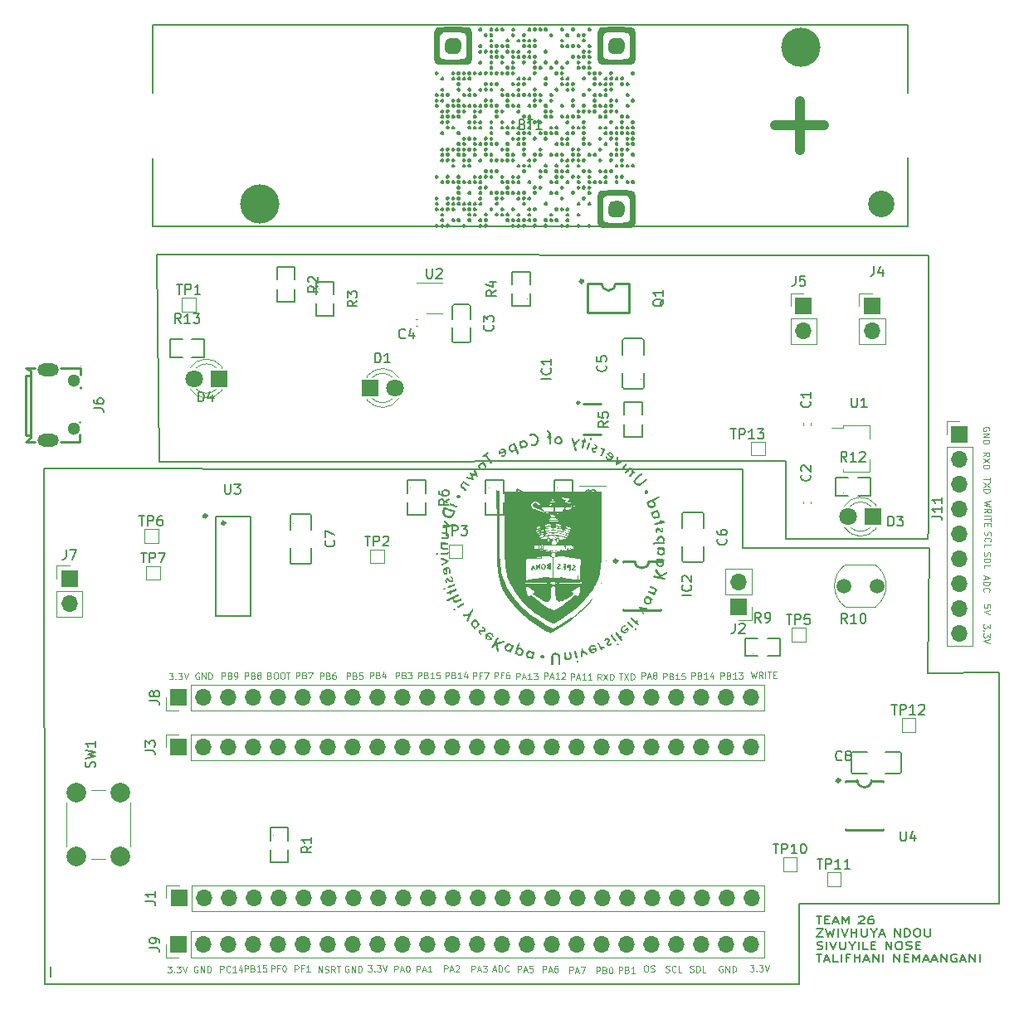
<source format=gbs>
%TF.GenerationSoftware,KiCad,Pcbnew,(7.0.0)*%
%TF.CreationDate,2023-04-04T11:17:59+02:00*%
%TF.ProjectId,Main Schematic,4d61696e-2053-4636-9865-6d617469632e,rev?*%
%TF.SameCoordinates,Original*%
%TF.FileFunction,Soldermask,Bot*%
%TF.FilePolarity,Negative*%
%FSLAX46Y46*%
G04 Gerber Fmt 4.6, Leading zero omitted, Abs format (unit mm)*
G04 Created by KiCad (PCBNEW (7.0.0)) date 2023-04-04 11:17:59*
%MOMM*%
%LPD*%
G01*
G04 APERTURE LIST*
%ADD10R,1.700000X1.700000*%
%ADD11O,1.700000X1.700000*%
%ADD12C,4.000000*%
%ADD13C,2.700000*%
%ADD14R,1.800000X1.800000*%
%ADD15C,1.800000*%
%ADD16C,1.300000*%
%ADD17O,2.200000X1.300000*%
%ADD18C,2.000000*%
%ADD19C,1.500000*%
%ADD20C,0.150000*%
%ADD21C,0.100000*%
%ADD22C,0.254000*%
%ADD23C,0.059995*%
%ADD24C,0.120000*%
%ADD25C,1.000000*%
%ADD26C,0.152400*%
%ADD27C,0.300000*%
G04 APERTURE END LIST*
D10*
%TO.C,J7*%
X104912885Y-96369186D03*
D11*
X104912885Y-98909186D03*
%TD*%
D12*
%TO.C,BT1*%
X124312886Y-58109187D03*
X179512886Y-42109187D03*
D13*
X187732886Y-58109187D03*
%TD*%
D10*
%TO.C,J2*%
X173169999Y-99249999D03*
D11*
X173169999Y-96709999D03*
%TD*%
D14*
%TO.C,D3*%
X186894999Y-90049999D03*
D15*
X184355000Y-90050000D03*
%TD*%
D10*
%TO.C,J3*%
X116052885Y-113599186D03*
D11*
X118592885Y-113599186D03*
X121132885Y-113599186D03*
X123672885Y-113599186D03*
X126212885Y-113599186D03*
X128752885Y-113599186D03*
X131292885Y-113599186D03*
X133832885Y-113599186D03*
X136372885Y-113599186D03*
X138912885Y-113599186D03*
X141452885Y-113599186D03*
X143992885Y-113599186D03*
X146532885Y-113599186D03*
X149072885Y-113599186D03*
X151612885Y-113599186D03*
X154152885Y-113599186D03*
X156692885Y-113599186D03*
X159232885Y-113599186D03*
X161772885Y-113599186D03*
X164312885Y-113599186D03*
X166852885Y-113599186D03*
X169392885Y-113599186D03*
X171932885Y-113599186D03*
X174472885Y-113599186D03*
%TD*%
D10*
%TO.C,J8*%
X116052885Y-108519186D03*
D11*
X118592885Y-108519186D03*
X121132885Y-108519186D03*
X123672885Y-108519186D03*
X126212885Y-108519186D03*
X128752885Y-108519186D03*
X131292885Y-108519186D03*
X133832885Y-108519186D03*
X136372885Y-108519186D03*
X138912885Y-108519186D03*
X141452885Y-108519186D03*
X143992885Y-108519186D03*
X146532885Y-108519186D03*
X149072885Y-108519186D03*
X151612885Y-108519186D03*
X154152885Y-108519186D03*
X156692885Y-108519186D03*
X159232885Y-108519186D03*
X161772885Y-108519186D03*
X164312885Y-108519186D03*
X166852885Y-108519186D03*
X169392885Y-108519186D03*
X171932885Y-108519186D03*
X174472885Y-108519186D03*
%TD*%
D14*
%TO.C,D4*%
X120159999Y-75939999D03*
D15*
X117620000Y-75940000D03*
%TD*%
D14*
%TO.C,D1*%
X135572885Y-76909186D03*
D15*
X138112886Y-76909187D03*
%TD*%
D10*
%TO.C,J1*%
X116079999Y-129009999D03*
D11*
X118619999Y-129009999D03*
X121159999Y-129009999D03*
X123699999Y-129009999D03*
X126239999Y-129009999D03*
X128779999Y-129009999D03*
X131319999Y-129009999D03*
X133859999Y-129009999D03*
X136399999Y-129009999D03*
X138939999Y-129009999D03*
X141479999Y-129009999D03*
X144019999Y-129009999D03*
X146559999Y-129009999D03*
X149099999Y-129009999D03*
X151639999Y-129009999D03*
X154179999Y-129009999D03*
X156719999Y-129009999D03*
X159259999Y-129009999D03*
X161799999Y-129009999D03*
X164339999Y-129009999D03*
X166879999Y-129009999D03*
X169419999Y-129009999D03*
X171959999Y-129009999D03*
X174499999Y-129009999D03*
%TD*%
D10*
%TO.C,J4*%
X186812885Y-68569186D03*
D11*
X186812885Y-71109186D03*
%TD*%
D10*
%TO.C,J5*%
X179812885Y-68569186D03*
D11*
X179812885Y-71109186D03*
%TD*%
D10*
%TO.C,J11*%
X195719999Y-81619999D03*
D11*
X195719999Y-84159999D03*
X195719999Y-86699999D03*
X195719999Y-89239999D03*
X195719999Y-91779999D03*
X195719999Y-94319999D03*
X195719999Y-96859999D03*
X195719999Y-99399999D03*
X195719999Y-101939999D03*
%TD*%
D16*
%TO.C,J6*%
X105369554Y-81037943D03*
D17*
X102699500Y-82212948D03*
X102699500Y-75013050D03*
D16*
X105369554Y-76188057D03*
%TD*%
D18*
%TO.C,SW1*%
X110112886Y-118209187D03*
X110112886Y-124709187D03*
X105612886Y-118209187D03*
X105612886Y-124709187D03*
%TD*%
D19*
%TO.C,R10*%
X183912886Y-97109187D03*
X187312886Y-97109187D03*
%TD*%
D10*
%TO.C,J9*%
X116052885Y-133730999D03*
D11*
X118592885Y-133730999D03*
X121132885Y-133730999D03*
X123672885Y-133730999D03*
X126212885Y-133730999D03*
X128752885Y-133730999D03*
X131292885Y-133730999D03*
X133832885Y-133730999D03*
X136372885Y-133730999D03*
X138912885Y-133730999D03*
X141452885Y-133730999D03*
X143992885Y-133730999D03*
X146532885Y-133730999D03*
X149072885Y-133730999D03*
X151612885Y-133730999D03*
X154152885Y-133730999D03*
X156692885Y-133730999D03*
X159232885Y-133730999D03*
X161772885Y-133730999D03*
X164312885Y-133730999D03*
X166852885Y-133730999D03*
X169392885Y-133730999D03*
X171932885Y-133730999D03*
X174472885Y-133730999D03*
%TD*%
D20*
X192659000Y-93218000D02*
X192500000Y-106010000D01*
X102362000Y-137795000D02*
X179324000Y-137795000D01*
X113792000Y-63246000D02*
X114046000Y-84455000D01*
X179324000Y-129540000D02*
X199771000Y-129540000D01*
X178020000Y-84400000D02*
X178030000Y-92330000D01*
X178030000Y-92330000D02*
X192520000Y-92330000D01*
X114046000Y-84455000D02*
X178020000Y-84400000D01*
X199771000Y-129540000D02*
X199771000Y-105918000D01*
X192532000Y-63373000D02*
X113792000Y-63246000D01*
X134874000Y-85217000D02*
X102290000Y-85150000D01*
X173609000Y-85217000D02*
X134874000Y-85217000D01*
X103000000Y-136000000D02*
X103000000Y-137000000D01*
X192659000Y-93218000D02*
X173609000Y-93218000D01*
X192532000Y-91313000D02*
X192532000Y-63373000D01*
X102290000Y-85150000D02*
X102362000Y-137795000D01*
X173609000Y-93218000D02*
X173609000Y-85217000D01*
X179324000Y-137795000D02*
X179324000Y-129540000D01*
X192520000Y-92330000D02*
X192532000Y-91313000D01*
X192500000Y-106010000D02*
X199771000Y-105918000D01*
D21*
X153334761Y-106618547D02*
X153334761Y-105968547D01*
X153334761Y-105968547D02*
X153582380Y-105968547D01*
X153582380Y-105968547D02*
X153644285Y-105999500D01*
X153644285Y-105999500D02*
X153675238Y-106030452D01*
X153675238Y-106030452D02*
X153706190Y-106092357D01*
X153706190Y-106092357D02*
X153706190Y-106185214D01*
X153706190Y-106185214D02*
X153675238Y-106247119D01*
X153675238Y-106247119D02*
X153644285Y-106278071D01*
X153644285Y-106278071D02*
X153582380Y-106309023D01*
X153582380Y-106309023D02*
X153334761Y-106309023D01*
X153953809Y-106432833D02*
X154263333Y-106432833D01*
X153891904Y-106618547D02*
X154108571Y-105968547D01*
X154108571Y-105968547D02*
X154325238Y-106618547D01*
X154882381Y-106618547D02*
X154510952Y-106618547D01*
X154696666Y-106618547D02*
X154696666Y-105968547D01*
X154696666Y-105968547D02*
X154634762Y-106061404D01*
X154634762Y-106061404D02*
X154572857Y-106123309D01*
X154572857Y-106123309D02*
X154510952Y-106154261D01*
X155130000Y-106030452D02*
X155160952Y-105999500D01*
X155160952Y-105999500D02*
X155222857Y-105968547D01*
X155222857Y-105968547D02*
X155377619Y-105968547D01*
X155377619Y-105968547D02*
X155439524Y-105999500D01*
X155439524Y-105999500D02*
X155470476Y-106030452D01*
X155470476Y-106030452D02*
X155501429Y-106092357D01*
X155501429Y-106092357D02*
X155501429Y-106154261D01*
X155501429Y-106154261D02*
X155470476Y-106247119D01*
X155470476Y-106247119D02*
X155099048Y-106618547D01*
X155099048Y-106618547D02*
X155501429Y-106618547D01*
X130464761Y-106638547D02*
X130464761Y-105988547D01*
X130464761Y-105988547D02*
X130712380Y-105988547D01*
X130712380Y-105988547D02*
X130774285Y-106019500D01*
X130774285Y-106019500D02*
X130805238Y-106050452D01*
X130805238Y-106050452D02*
X130836190Y-106112357D01*
X130836190Y-106112357D02*
X130836190Y-106205214D01*
X130836190Y-106205214D02*
X130805238Y-106267119D01*
X130805238Y-106267119D02*
X130774285Y-106298071D01*
X130774285Y-106298071D02*
X130712380Y-106329023D01*
X130712380Y-106329023D02*
X130464761Y-106329023D01*
X131331428Y-106298071D02*
X131424285Y-106329023D01*
X131424285Y-106329023D02*
X131455238Y-106359976D01*
X131455238Y-106359976D02*
X131486190Y-106421880D01*
X131486190Y-106421880D02*
X131486190Y-106514738D01*
X131486190Y-106514738D02*
X131455238Y-106576642D01*
X131455238Y-106576642D02*
X131424285Y-106607595D01*
X131424285Y-106607595D02*
X131362380Y-106638547D01*
X131362380Y-106638547D02*
X131114761Y-106638547D01*
X131114761Y-106638547D02*
X131114761Y-105988547D01*
X131114761Y-105988547D02*
X131331428Y-105988547D01*
X131331428Y-105988547D02*
X131393333Y-106019500D01*
X131393333Y-106019500D02*
X131424285Y-106050452D01*
X131424285Y-106050452D02*
X131455238Y-106112357D01*
X131455238Y-106112357D02*
X131455238Y-106174261D01*
X131455238Y-106174261D02*
X131424285Y-106236166D01*
X131424285Y-106236166D02*
X131393333Y-106267119D01*
X131393333Y-106267119D02*
X131331428Y-106298071D01*
X131331428Y-106298071D02*
X131114761Y-106298071D01*
X132043333Y-105988547D02*
X131919523Y-105988547D01*
X131919523Y-105988547D02*
X131857619Y-106019500D01*
X131857619Y-106019500D02*
X131826666Y-106050452D01*
X131826666Y-106050452D02*
X131764761Y-106143309D01*
X131764761Y-106143309D02*
X131733809Y-106267119D01*
X131733809Y-106267119D02*
X131733809Y-106514738D01*
X131733809Y-106514738D02*
X131764761Y-106576642D01*
X131764761Y-106576642D02*
X131795714Y-106607595D01*
X131795714Y-106607595D02*
X131857619Y-106638547D01*
X131857619Y-106638547D02*
X131981428Y-106638547D01*
X131981428Y-106638547D02*
X132043333Y-106607595D01*
X132043333Y-106607595D02*
X132074285Y-106576642D01*
X132074285Y-106576642D02*
X132105238Y-106514738D01*
X132105238Y-106514738D02*
X132105238Y-106359976D01*
X132105238Y-106359976D02*
X132074285Y-106298071D01*
X132074285Y-106298071D02*
X132043333Y-106267119D01*
X132043333Y-106267119D02*
X131981428Y-106236166D01*
X131981428Y-106236166D02*
X131857619Y-106236166D01*
X131857619Y-106236166D02*
X131795714Y-106267119D01*
X131795714Y-106267119D02*
X131764761Y-106298071D01*
X131764761Y-106298071D02*
X131733809Y-106359976D01*
X133184761Y-106618547D02*
X133184761Y-105968547D01*
X133184761Y-105968547D02*
X133432380Y-105968547D01*
X133432380Y-105968547D02*
X133494285Y-105999500D01*
X133494285Y-105999500D02*
X133525238Y-106030452D01*
X133525238Y-106030452D02*
X133556190Y-106092357D01*
X133556190Y-106092357D02*
X133556190Y-106185214D01*
X133556190Y-106185214D02*
X133525238Y-106247119D01*
X133525238Y-106247119D02*
X133494285Y-106278071D01*
X133494285Y-106278071D02*
X133432380Y-106309023D01*
X133432380Y-106309023D02*
X133184761Y-106309023D01*
X134051428Y-106278071D02*
X134144285Y-106309023D01*
X134144285Y-106309023D02*
X134175238Y-106339976D01*
X134175238Y-106339976D02*
X134206190Y-106401880D01*
X134206190Y-106401880D02*
X134206190Y-106494738D01*
X134206190Y-106494738D02*
X134175238Y-106556642D01*
X134175238Y-106556642D02*
X134144285Y-106587595D01*
X134144285Y-106587595D02*
X134082380Y-106618547D01*
X134082380Y-106618547D02*
X133834761Y-106618547D01*
X133834761Y-106618547D02*
X133834761Y-105968547D01*
X133834761Y-105968547D02*
X134051428Y-105968547D01*
X134051428Y-105968547D02*
X134113333Y-105999500D01*
X134113333Y-105999500D02*
X134144285Y-106030452D01*
X134144285Y-106030452D02*
X134175238Y-106092357D01*
X134175238Y-106092357D02*
X134175238Y-106154261D01*
X134175238Y-106154261D02*
X134144285Y-106216166D01*
X134144285Y-106216166D02*
X134113333Y-106247119D01*
X134113333Y-106247119D02*
X134051428Y-106278071D01*
X134051428Y-106278071D02*
X133834761Y-106278071D01*
X134794285Y-105968547D02*
X134484761Y-105968547D01*
X134484761Y-105968547D02*
X134453809Y-106278071D01*
X134453809Y-106278071D02*
X134484761Y-106247119D01*
X134484761Y-106247119D02*
X134546666Y-106216166D01*
X134546666Y-106216166D02*
X134701428Y-106216166D01*
X134701428Y-106216166D02*
X134763333Y-106247119D01*
X134763333Y-106247119D02*
X134794285Y-106278071D01*
X134794285Y-106278071D02*
X134825238Y-106339976D01*
X134825238Y-106339976D02*
X134825238Y-106494738D01*
X134825238Y-106494738D02*
X134794285Y-106556642D01*
X134794285Y-106556642D02*
X134763333Y-106587595D01*
X134763333Y-106587595D02*
X134701428Y-106618547D01*
X134701428Y-106618547D02*
X134546666Y-106618547D01*
X134546666Y-106618547D02*
X134484761Y-106587595D01*
X134484761Y-106587595D02*
X134453809Y-106556642D01*
X122804761Y-106605547D02*
X122804761Y-105955547D01*
X122804761Y-105955547D02*
X123052380Y-105955547D01*
X123052380Y-105955547D02*
X123114285Y-105986500D01*
X123114285Y-105986500D02*
X123145238Y-106017452D01*
X123145238Y-106017452D02*
X123176190Y-106079357D01*
X123176190Y-106079357D02*
X123176190Y-106172214D01*
X123176190Y-106172214D02*
X123145238Y-106234119D01*
X123145238Y-106234119D02*
X123114285Y-106265071D01*
X123114285Y-106265071D02*
X123052380Y-106296023D01*
X123052380Y-106296023D02*
X122804761Y-106296023D01*
X123671428Y-106265071D02*
X123764285Y-106296023D01*
X123764285Y-106296023D02*
X123795238Y-106326976D01*
X123795238Y-106326976D02*
X123826190Y-106388880D01*
X123826190Y-106388880D02*
X123826190Y-106481738D01*
X123826190Y-106481738D02*
X123795238Y-106543642D01*
X123795238Y-106543642D02*
X123764285Y-106574595D01*
X123764285Y-106574595D02*
X123702380Y-106605547D01*
X123702380Y-106605547D02*
X123454761Y-106605547D01*
X123454761Y-106605547D02*
X123454761Y-105955547D01*
X123454761Y-105955547D02*
X123671428Y-105955547D01*
X123671428Y-105955547D02*
X123733333Y-105986500D01*
X123733333Y-105986500D02*
X123764285Y-106017452D01*
X123764285Y-106017452D02*
X123795238Y-106079357D01*
X123795238Y-106079357D02*
X123795238Y-106141261D01*
X123795238Y-106141261D02*
X123764285Y-106203166D01*
X123764285Y-106203166D02*
X123733333Y-106234119D01*
X123733333Y-106234119D02*
X123671428Y-106265071D01*
X123671428Y-106265071D02*
X123454761Y-106265071D01*
X124197619Y-106234119D02*
X124135714Y-106203166D01*
X124135714Y-106203166D02*
X124104761Y-106172214D01*
X124104761Y-106172214D02*
X124073809Y-106110309D01*
X124073809Y-106110309D02*
X124073809Y-106079357D01*
X124073809Y-106079357D02*
X124104761Y-106017452D01*
X124104761Y-106017452D02*
X124135714Y-105986500D01*
X124135714Y-105986500D02*
X124197619Y-105955547D01*
X124197619Y-105955547D02*
X124321428Y-105955547D01*
X124321428Y-105955547D02*
X124383333Y-105986500D01*
X124383333Y-105986500D02*
X124414285Y-106017452D01*
X124414285Y-106017452D02*
X124445238Y-106079357D01*
X124445238Y-106079357D02*
X124445238Y-106110309D01*
X124445238Y-106110309D02*
X124414285Y-106172214D01*
X124414285Y-106172214D02*
X124383333Y-106203166D01*
X124383333Y-106203166D02*
X124321428Y-106234119D01*
X124321428Y-106234119D02*
X124197619Y-106234119D01*
X124197619Y-106234119D02*
X124135714Y-106265071D01*
X124135714Y-106265071D02*
X124104761Y-106296023D01*
X124104761Y-106296023D02*
X124073809Y-106357928D01*
X124073809Y-106357928D02*
X124073809Y-106481738D01*
X124073809Y-106481738D02*
X124104761Y-106543642D01*
X124104761Y-106543642D02*
X124135714Y-106574595D01*
X124135714Y-106574595D02*
X124197619Y-106605547D01*
X124197619Y-106605547D02*
X124321428Y-106605547D01*
X124321428Y-106605547D02*
X124383333Y-106574595D01*
X124383333Y-106574595D02*
X124414285Y-106543642D01*
X124414285Y-106543642D02*
X124445238Y-106481738D01*
X124445238Y-106481738D02*
X124445238Y-106357928D01*
X124445238Y-106357928D02*
X124414285Y-106296023D01*
X124414285Y-106296023D02*
X124383333Y-106265071D01*
X124383333Y-106265071D02*
X124321428Y-106234119D01*
X158684761Y-136698547D02*
X158684761Y-136048547D01*
X158684761Y-136048547D02*
X158932380Y-136048547D01*
X158932380Y-136048547D02*
X158994285Y-136079500D01*
X158994285Y-136079500D02*
X159025238Y-136110452D01*
X159025238Y-136110452D02*
X159056190Y-136172357D01*
X159056190Y-136172357D02*
X159056190Y-136265214D01*
X159056190Y-136265214D02*
X159025238Y-136327119D01*
X159025238Y-136327119D02*
X158994285Y-136358071D01*
X158994285Y-136358071D02*
X158932380Y-136389023D01*
X158932380Y-136389023D02*
X158684761Y-136389023D01*
X159551428Y-136358071D02*
X159644285Y-136389023D01*
X159644285Y-136389023D02*
X159675238Y-136419976D01*
X159675238Y-136419976D02*
X159706190Y-136481880D01*
X159706190Y-136481880D02*
X159706190Y-136574738D01*
X159706190Y-136574738D02*
X159675238Y-136636642D01*
X159675238Y-136636642D02*
X159644285Y-136667595D01*
X159644285Y-136667595D02*
X159582380Y-136698547D01*
X159582380Y-136698547D02*
X159334761Y-136698547D01*
X159334761Y-136698547D02*
X159334761Y-136048547D01*
X159334761Y-136048547D02*
X159551428Y-136048547D01*
X159551428Y-136048547D02*
X159613333Y-136079500D01*
X159613333Y-136079500D02*
X159644285Y-136110452D01*
X159644285Y-136110452D02*
X159675238Y-136172357D01*
X159675238Y-136172357D02*
X159675238Y-136234261D01*
X159675238Y-136234261D02*
X159644285Y-136296166D01*
X159644285Y-136296166D02*
X159613333Y-136327119D01*
X159613333Y-136327119D02*
X159551428Y-136358071D01*
X159551428Y-136358071D02*
X159334761Y-136358071D01*
X160108571Y-136048547D02*
X160170476Y-136048547D01*
X160170476Y-136048547D02*
X160232380Y-136079500D01*
X160232380Y-136079500D02*
X160263333Y-136110452D01*
X160263333Y-136110452D02*
X160294285Y-136172357D01*
X160294285Y-136172357D02*
X160325238Y-136296166D01*
X160325238Y-136296166D02*
X160325238Y-136450928D01*
X160325238Y-136450928D02*
X160294285Y-136574738D01*
X160294285Y-136574738D02*
X160263333Y-136636642D01*
X160263333Y-136636642D02*
X160232380Y-136667595D01*
X160232380Y-136667595D02*
X160170476Y-136698547D01*
X160170476Y-136698547D02*
X160108571Y-136698547D01*
X160108571Y-136698547D02*
X160046666Y-136667595D01*
X160046666Y-136667595D02*
X160015714Y-136636642D01*
X160015714Y-136636642D02*
X159984761Y-136574738D01*
X159984761Y-136574738D02*
X159953809Y-136450928D01*
X159953809Y-136450928D02*
X159953809Y-136296166D01*
X159953809Y-136296166D02*
X159984761Y-136172357D01*
X159984761Y-136172357D02*
X160015714Y-136110452D01*
X160015714Y-136110452D02*
X160046666Y-136079500D01*
X160046666Y-136079500D02*
X160108571Y-136048547D01*
X198861452Y-99354285D02*
X198861452Y-99044761D01*
X198861452Y-99044761D02*
X198551928Y-99013809D01*
X198551928Y-99013809D02*
X198582880Y-99044761D01*
X198582880Y-99044761D02*
X198613833Y-99106666D01*
X198613833Y-99106666D02*
X198613833Y-99261428D01*
X198613833Y-99261428D02*
X198582880Y-99323333D01*
X198582880Y-99323333D02*
X198551928Y-99354285D01*
X198551928Y-99354285D02*
X198490023Y-99385238D01*
X198490023Y-99385238D02*
X198335261Y-99385238D01*
X198335261Y-99385238D02*
X198273357Y-99354285D01*
X198273357Y-99354285D02*
X198242404Y-99323333D01*
X198242404Y-99323333D02*
X198211452Y-99261428D01*
X198211452Y-99261428D02*
X198211452Y-99106666D01*
X198211452Y-99106666D02*
X198242404Y-99044761D01*
X198242404Y-99044761D02*
X198273357Y-99013809D01*
X198861452Y-99570952D02*
X198211452Y-99787619D01*
X198211452Y-99787619D02*
X198861452Y-100004286D01*
X125341428Y-106268071D02*
X125434285Y-106299023D01*
X125434285Y-106299023D02*
X125465238Y-106329976D01*
X125465238Y-106329976D02*
X125496190Y-106391880D01*
X125496190Y-106391880D02*
X125496190Y-106484738D01*
X125496190Y-106484738D02*
X125465238Y-106546642D01*
X125465238Y-106546642D02*
X125434285Y-106577595D01*
X125434285Y-106577595D02*
X125372380Y-106608547D01*
X125372380Y-106608547D02*
X125124761Y-106608547D01*
X125124761Y-106608547D02*
X125124761Y-105958547D01*
X125124761Y-105958547D02*
X125341428Y-105958547D01*
X125341428Y-105958547D02*
X125403333Y-105989500D01*
X125403333Y-105989500D02*
X125434285Y-106020452D01*
X125434285Y-106020452D02*
X125465238Y-106082357D01*
X125465238Y-106082357D02*
X125465238Y-106144261D01*
X125465238Y-106144261D02*
X125434285Y-106206166D01*
X125434285Y-106206166D02*
X125403333Y-106237119D01*
X125403333Y-106237119D02*
X125341428Y-106268071D01*
X125341428Y-106268071D02*
X125124761Y-106268071D01*
X125898571Y-105958547D02*
X126022380Y-105958547D01*
X126022380Y-105958547D02*
X126084285Y-105989500D01*
X126084285Y-105989500D02*
X126146190Y-106051404D01*
X126146190Y-106051404D02*
X126177142Y-106175214D01*
X126177142Y-106175214D02*
X126177142Y-106391880D01*
X126177142Y-106391880D02*
X126146190Y-106515690D01*
X126146190Y-106515690D02*
X126084285Y-106577595D01*
X126084285Y-106577595D02*
X126022380Y-106608547D01*
X126022380Y-106608547D02*
X125898571Y-106608547D01*
X125898571Y-106608547D02*
X125836666Y-106577595D01*
X125836666Y-106577595D02*
X125774761Y-106515690D01*
X125774761Y-106515690D02*
X125743809Y-106391880D01*
X125743809Y-106391880D02*
X125743809Y-106175214D01*
X125743809Y-106175214D02*
X125774761Y-106051404D01*
X125774761Y-106051404D02*
X125836666Y-105989500D01*
X125836666Y-105989500D02*
X125898571Y-105958547D01*
X126579523Y-105958547D02*
X126703332Y-105958547D01*
X126703332Y-105958547D02*
X126765237Y-105989500D01*
X126765237Y-105989500D02*
X126827142Y-106051404D01*
X126827142Y-106051404D02*
X126858094Y-106175214D01*
X126858094Y-106175214D02*
X126858094Y-106391880D01*
X126858094Y-106391880D02*
X126827142Y-106515690D01*
X126827142Y-106515690D02*
X126765237Y-106577595D01*
X126765237Y-106577595D02*
X126703332Y-106608547D01*
X126703332Y-106608547D02*
X126579523Y-106608547D01*
X126579523Y-106608547D02*
X126517618Y-106577595D01*
X126517618Y-106577595D02*
X126455713Y-106515690D01*
X126455713Y-106515690D02*
X126424761Y-106391880D01*
X126424761Y-106391880D02*
X126424761Y-106175214D01*
X126424761Y-106175214D02*
X126455713Y-106051404D01*
X126455713Y-106051404D02*
X126517618Y-105989500D01*
X126517618Y-105989500D02*
X126579523Y-105958547D01*
X127043808Y-105958547D02*
X127415237Y-105958547D01*
X127229523Y-106608547D02*
X127229523Y-105958547D01*
X130334761Y-136598547D02*
X130334761Y-135948547D01*
X130334761Y-135948547D02*
X130706190Y-136598547D01*
X130706190Y-136598547D02*
X130706190Y-135948547D01*
X130984761Y-136567595D02*
X131077618Y-136598547D01*
X131077618Y-136598547D02*
X131232380Y-136598547D01*
X131232380Y-136598547D02*
X131294285Y-136567595D01*
X131294285Y-136567595D02*
X131325237Y-136536642D01*
X131325237Y-136536642D02*
X131356190Y-136474738D01*
X131356190Y-136474738D02*
X131356190Y-136412833D01*
X131356190Y-136412833D02*
X131325237Y-136350928D01*
X131325237Y-136350928D02*
X131294285Y-136319976D01*
X131294285Y-136319976D02*
X131232380Y-136289023D01*
X131232380Y-136289023D02*
X131108571Y-136258071D01*
X131108571Y-136258071D02*
X131046666Y-136227119D01*
X131046666Y-136227119D02*
X131015713Y-136196166D01*
X131015713Y-136196166D02*
X130984761Y-136134261D01*
X130984761Y-136134261D02*
X130984761Y-136072357D01*
X130984761Y-136072357D02*
X131015713Y-136010452D01*
X131015713Y-136010452D02*
X131046666Y-135979500D01*
X131046666Y-135979500D02*
X131108571Y-135948547D01*
X131108571Y-135948547D02*
X131263332Y-135948547D01*
X131263332Y-135948547D02*
X131356190Y-135979500D01*
X132006190Y-136598547D02*
X131789523Y-136289023D01*
X131634761Y-136598547D02*
X131634761Y-135948547D01*
X131634761Y-135948547D02*
X131882380Y-135948547D01*
X131882380Y-135948547D02*
X131944285Y-135979500D01*
X131944285Y-135979500D02*
X131975238Y-136010452D01*
X131975238Y-136010452D02*
X132006190Y-136072357D01*
X132006190Y-136072357D02*
X132006190Y-136165214D01*
X132006190Y-136165214D02*
X131975238Y-136227119D01*
X131975238Y-136227119D02*
X131944285Y-136258071D01*
X131944285Y-136258071D02*
X131882380Y-136289023D01*
X131882380Y-136289023D02*
X131634761Y-136289023D01*
X132191904Y-135948547D02*
X132563333Y-135948547D01*
X132377619Y-136598547D02*
X132377619Y-135948547D01*
X198242404Y-93693809D02*
X198211452Y-93786666D01*
X198211452Y-93786666D02*
X198211452Y-93941428D01*
X198211452Y-93941428D02*
X198242404Y-94003333D01*
X198242404Y-94003333D02*
X198273357Y-94034285D01*
X198273357Y-94034285D02*
X198335261Y-94065238D01*
X198335261Y-94065238D02*
X198397166Y-94065238D01*
X198397166Y-94065238D02*
X198459071Y-94034285D01*
X198459071Y-94034285D02*
X198490023Y-94003333D01*
X198490023Y-94003333D02*
X198520976Y-93941428D01*
X198520976Y-93941428D02*
X198551928Y-93817619D01*
X198551928Y-93817619D02*
X198582880Y-93755714D01*
X198582880Y-93755714D02*
X198613833Y-93724761D01*
X198613833Y-93724761D02*
X198675738Y-93693809D01*
X198675738Y-93693809D02*
X198737642Y-93693809D01*
X198737642Y-93693809D02*
X198799547Y-93724761D01*
X198799547Y-93724761D02*
X198830500Y-93755714D01*
X198830500Y-93755714D02*
X198861452Y-93817619D01*
X198861452Y-93817619D02*
X198861452Y-93972380D01*
X198861452Y-93972380D02*
X198830500Y-94065238D01*
X198211452Y-94343809D02*
X198861452Y-94343809D01*
X198861452Y-94343809D02*
X198861452Y-94498571D01*
X198861452Y-94498571D02*
X198830500Y-94591428D01*
X198830500Y-94591428D02*
X198768595Y-94653333D01*
X198768595Y-94653333D02*
X198706690Y-94684286D01*
X198706690Y-94684286D02*
X198582880Y-94715238D01*
X198582880Y-94715238D02*
X198490023Y-94715238D01*
X198490023Y-94715238D02*
X198366214Y-94684286D01*
X198366214Y-94684286D02*
X198304309Y-94653333D01*
X198304309Y-94653333D02*
X198242404Y-94591428D01*
X198242404Y-94591428D02*
X198211452Y-94498571D01*
X198211452Y-94498571D02*
X198211452Y-94343809D01*
X198211452Y-95303333D02*
X198211452Y-94993809D01*
X198211452Y-94993809D02*
X198861452Y-94993809D01*
X120424761Y-106598547D02*
X120424761Y-105948547D01*
X120424761Y-105948547D02*
X120672380Y-105948547D01*
X120672380Y-105948547D02*
X120734285Y-105979500D01*
X120734285Y-105979500D02*
X120765238Y-106010452D01*
X120765238Y-106010452D02*
X120796190Y-106072357D01*
X120796190Y-106072357D02*
X120796190Y-106165214D01*
X120796190Y-106165214D02*
X120765238Y-106227119D01*
X120765238Y-106227119D02*
X120734285Y-106258071D01*
X120734285Y-106258071D02*
X120672380Y-106289023D01*
X120672380Y-106289023D02*
X120424761Y-106289023D01*
X121291428Y-106258071D02*
X121384285Y-106289023D01*
X121384285Y-106289023D02*
X121415238Y-106319976D01*
X121415238Y-106319976D02*
X121446190Y-106381880D01*
X121446190Y-106381880D02*
X121446190Y-106474738D01*
X121446190Y-106474738D02*
X121415238Y-106536642D01*
X121415238Y-106536642D02*
X121384285Y-106567595D01*
X121384285Y-106567595D02*
X121322380Y-106598547D01*
X121322380Y-106598547D02*
X121074761Y-106598547D01*
X121074761Y-106598547D02*
X121074761Y-105948547D01*
X121074761Y-105948547D02*
X121291428Y-105948547D01*
X121291428Y-105948547D02*
X121353333Y-105979500D01*
X121353333Y-105979500D02*
X121384285Y-106010452D01*
X121384285Y-106010452D02*
X121415238Y-106072357D01*
X121415238Y-106072357D02*
X121415238Y-106134261D01*
X121415238Y-106134261D02*
X121384285Y-106196166D01*
X121384285Y-106196166D02*
X121353333Y-106227119D01*
X121353333Y-106227119D02*
X121291428Y-106258071D01*
X121291428Y-106258071D02*
X121074761Y-106258071D01*
X121755714Y-106598547D02*
X121879523Y-106598547D01*
X121879523Y-106598547D02*
X121941428Y-106567595D01*
X121941428Y-106567595D02*
X121972380Y-106536642D01*
X121972380Y-106536642D02*
X122034285Y-106443785D01*
X122034285Y-106443785D02*
X122065238Y-106319976D01*
X122065238Y-106319976D02*
X122065238Y-106072357D01*
X122065238Y-106072357D02*
X122034285Y-106010452D01*
X122034285Y-106010452D02*
X122003333Y-105979500D01*
X122003333Y-105979500D02*
X121941428Y-105948547D01*
X121941428Y-105948547D02*
X121817619Y-105948547D01*
X121817619Y-105948547D02*
X121755714Y-105979500D01*
X121755714Y-105979500D02*
X121724761Y-106010452D01*
X121724761Y-106010452D02*
X121693809Y-106072357D01*
X121693809Y-106072357D02*
X121693809Y-106227119D01*
X121693809Y-106227119D02*
X121724761Y-106289023D01*
X121724761Y-106289023D02*
X121755714Y-106319976D01*
X121755714Y-106319976D02*
X121817619Y-106350928D01*
X121817619Y-106350928D02*
X121941428Y-106350928D01*
X121941428Y-106350928D02*
X122003333Y-106319976D01*
X122003333Y-106319976D02*
X122034285Y-106289023D01*
X122034285Y-106289023D02*
X122065238Y-106227119D01*
X120294761Y-136558547D02*
X120294761Y-135908547D01*
X120294761Y-135908547D02*
X120542380Y-135908547D01*
X120542380Y-135908547D02*
X120604285Y-135939500D01*
X120604285Y-135939500D02*
X120635238Y-135970452D01*
X120635238Y-135970452D02*
X120666190Y-136032357D01*
X120666190Y-136032357D02*
X120666190Y-136125214D01*
X120666190Y-136125214D02*
X120635238Y-136187119D01*
X120635238Y-136187119D02*
X120604285Y-136218071D01*
X120604285Y-136218071D02*
X120542380Y-136249023D01*
X120542380Y-136249023D02*
X120294761Y-136249023D01*
X121316190Y-136496642D02*
X121285238Y-136527595D01*
X121285238Y-136527595D02*
X121192380Y-136558547D01*
X121192380Y-136558547D02*
X121130476Y-136558547D01*
X121130476Y-136558547D02*
X121037619Y-136527595D01*
X121037619Y-136527595D02*
X120975714Y-136465690D01*
X120975714Y-136465690D02*
X120944761Y-136403785D01*
X120944761Y-136403785D02*
X120913809Y-136279976D01*
X120913809Y-136279976D02*
X120913809Y-136187119D01*
X120913809Y-136187119D02*
X120944761Y-136063309D01*
X120944761Y-136063309D02*
X120975714Y-136001404D01*
X120975714Y-136001404D02*
X121037619Y-135939500D01*
X121037619Y-135939500D02*
X121130476Y-135908547D01*
X121130476Y-135908547D02*
X121192380Y-135908547D01*
X121192380Y-135908547D02*
X121285238Y-135939500D01*
X121285238Y-135939500D02*
X121316190Y-135970452D01*
X121935238Y-136558547D02*
X121563809Y-136558547D01*
X121749523Y-136558547D02*
X121749523Y-135908547D01*
X121749523Y-135908547D02*
X121687619Y-136001404D01*
X121687619Y-136001404D02*
X121625714Y-136063309D01*
X121625714Y-136063309D02*
X121563809Y-136094261D01*
X122492381Y-136125214D02*
X122492381Y-136558547D01*
X122337619Y-135877595D02*
X122182857Y-136341880D01*
X122182857Y-136341880D02*
X122585238Y-136341880D01*
X171555238Y-135939500D02*
X171493333Y-135908547D01*
X171493333Y-135908547D02*
X171400476Y-135908547D01*
X171400476Y-135908547D02*
X171307619Y-135939500D01*
X171307619Y-135939500D02*
X171245714Y-136001404D01*
X171245714Y-136001404D02*
X171214761Y-136063309D01*
X171214761Y-136063309D02*
X171183809Y-136187119D01*
X171183809Y-136187119D02*
X171183809Y-136279976D01*
X171183809Y-136279976D02*
X171214761Y-136403785D01*
X171214761Y-136403785D02*
X171245714Y-136465690D01*
X171245714Y-136465690D02*
X171307619Y-136527595D01*
X171307619Y-136527595D02*
X171400476Y-136558547D01*
X171400476Y-136558547D02*
X171462380Y-136558547D01*
X171462380Y-136558547D02*
X171555238Y-136527595D01*
X171555238Y-136527595D02*
X171586190Y-136496642D01*
X171586190Y-136496642D02*
X171586190Y-136279976D01*
X171586190Y-136279976D02*
X171462380Y-136279976D01*
X171864761Y-136558547D02*
X171864761Y-135908547D01*
X171864761Y-135908547D02*
X172236190Y-136558547D01*
X172236190Y-136558547D02*
X172236190Y-135908547D01*
X172545713Y-136558547D02*
X172545713Y-135908547D01*
X172545713Y-135908547D02*
X172700475Y-135908547D01*
X172700475Y-135908547D02*
X172793332Y-135939500D01*
X172793332Y-135939500D02*
X172855237Y-136001404D01*
X172855237Y-136001404D02*
X172886190Y-136063309D01*
X172886190Y-136063309D02*
X172917142Y-136187119D01*
X172917142Y-136187119D02*
X172917142Y-136279976D01*
X172917142Y-136279976D02*
X172886190Y-136403785D01*
X172886190Y-136403785D02*
X172855237Y-136465690D01*
X172855237Y-136465690D02*
X172793332Y-136527595D01*
X172793332Y-136527595D02*
X172700475Y-136558547D01*
X172700475Y-136558547D02*
X172545713Y-136558547D01*
X117985238Y-135979500D02*
X117923333Y-135948547D01*
X117923333Y-135948547D02*
X117830476Y-135948547D01*
X117830476Y-135948547D02*
X117737619Y-135979500D01*
X117737619Y-135979500D02*
X117675714Y-136041404D01*
X117675714Y-136041404D02*
X117644761Y-136103309D01*
X117644761Y-136103309D02*
X117613809Y-136227119D01*
X117613809Y-136227119D02*
X117613809Y-136319976D01*
X117613809Y-136319976D02*
X117644761Y-136443785D01*
X117644761Y-136443785D02*
X117675714Y-136505690D01*
X117675714Y-136505690D02*
X117737619Y-136567595D01*
X117737619Y-136567595D02*
X117830476Y-136598547D01*
X117830476Y-136598547D02*
X117892380Y-136598547D01*
X117892380Y-136598547D02*
X117985238Y-136567595D01*
X117985238Y-136567595D02*
X118016190Y-136536642D01*
X118016190Y-136536642D02*
X118016190Y-136319976D01*
X118016190Y-136319976D02*
X117892380Y-136319976D01*
X118294761Y-136598547D02*
X118294761Y-135948547D01*
X118294761Y-135948547D02*
X118666190Y-136598547D01*
X118666190Y-136598547D02*
X118666190Y-135948547D01*
X118975713Y-136598547D02*
X118975713Y-135948547D01*
X118975713Y-135948547D02*
X119130475Y-135948547D01*
X119130475Y-135948547D02*
X119223332Y-135979500D01*
X119223332Y-135979500D02*
X119285237Y-136041404D01*
X119285237Y-136041404D02*
X119316190Y-136103309D01*
X119316190Y-136103309D02*
X119347142Y-136227119D01*
X119347142Y-136227119D02*
X119347142Y-136319976D01*
X119347142Y-136319976D02*
X119316190Y-136443785D01*
X119316190Y-136443785D02*
X119285237Y-136505690D01*
X119285237Y-136505690D02*
X119223332Y-136567595D01*
X119223332Y-136567595D02*
X119130475Y-136598547D01*
X119130475Y-136598547D02*
X118975713Y-136598547D01*
X135362857Y-135878547D02*
X135765238Y-135878547D01*
X135765238Y-135878547D02*
X135548571Y-136126166D01*
X135548571Y-136126166D02*
X135641428Y-136126166D01*
X135641428Y-136126166D02*
X135703333Y-136157119D01*
X135703333Y-136157119D02*
X135734285Y-136188071D01*
X135734285Y-136188071D02*
X135765238Y-136249976D01*
X135765238Y-136249976D02*
X135765238Y-136404738D01*
X135765238Y-136404738D02*
X135734285Y-136466642D01*
X135734285Y-136466642D02*
X135703333Y-136497595D01*
X135703333Y-136497595D02*
X135641428Y-136528547D01*
X135641428Y-136528547D02*
X135455714Y-136528547D01*
X135455714Y-136528547D02*
X135393809Y-136497595D01*
X135393809Y-136497595D02*
X135362857Y-136466642D01*
X136043809Y-136466642D02*
X136074762Y-136497595D01*
X136074762Y-136497595D02*
X136043809Y-136528547D01*
X136043809Y-136528547D02*
X136012857Y-136497595D01*
X136012857Y-136497595D02*
X136043809Y-136466642D01*
X136043809Y-136466642D02*
X136043809Y-136528547D01*
X136291429Y-135878547D02*
X136693810Y-135878547D01*
X136693810Y-135878547D02*
X136477143Y-136126166D01*
X136477143Y-136126166D02*
X136570000Y-136126166D01*
X136570000Y-136126166D02*
X136631905Y-136157119D01*
X136631905Y-136157119D02*
X136662857Y-136188071D01*
X136662857Y-136188071D02*
X136693810Y-136249976D01*
X136693810Y-136249976D02*
X136693810Y-136404738D01*
X136693810Y-136404738D02*
X136662857Y-136466642D01*
X136662857Y-136466642D02*
X136631905Y-136497595D01*
X136631905Y-136497595D02*
X136570000Y-136528547D01*
X136570000Y-136528547D02*
X136384286Y-136528547D01*
X136384286Y-136528547D02*
X136322381Y-136497595D01*
X136322381Y-136497595D02*
X136291429Y-136466642D01*
X136879524Y-135878547D02*
X137096191Y-136528547D01*
X137096191Y-136528547D02*
X137312858Y-135878547D01*
X168384761Y-106598547D02*
X168384761Y-105948547D01*
X168384761Y-105948547D02*
X168632380Y-105948547D01*
X168632380Y-105948547D02*
X168694285Y-105979500D01*
X168694285Y-105979500D02*
X168725238Y-106010452D01*
X168725238Y-106010452D02*
X168756190Y-106072357D01*
X168756190Y-106072357D02*
X168756190Y-106165214D01*
X168756190Y-106165214D02*
X168725238Y-106227119D01*
X168725238Y-106227119D02*
X168694285Y-106258071D01*
X168694285Y-106258071D02*
X168632380Y-106289023D01*
X168632380Y-106289023D02*
X168384761Y-106289023D01*
X169251428Y-106258071D02*
X169344285Y-106289023D01*
X169344285Y-106289023D02*
X169375238Y-106319976D01*
X169375238Y-106319976D02*
X169406190Y-106381880D01*
X169406190Y-106381880D02*
X169406190Y-106474738D01*
X169406190Y-106474738D02*
X169375238Y-106536642D01*
X169375238Y-106536642D02*
X169344285Y-106567595D01*
X169344285Y-106567595D02*
X169282380Y-106598547D01*
X169282380Y-106598547D02*
X169034761Y-106598547D01*
X169034761Y-106598547D02*
X169034761Y-105948547D01*
X169034761Y-105948547D02*
X169251428Y-105948547D01*
X169251428Y-105948547D02*
X169313333Y-105979500D01*
X169313333Y-105979500D02*
X169344285Y-106010452D01*
X169344285Y-106010452D02*
X169375238Y-106072357D01*
X169375238Y-106072357D02*
X169375238Y-106134261D01*
X169375238Y-106134261D02*
X169344285Y-106196166D01*
X169344285Y-106196166D02*
X169313333Y-106227119D01*
X169313333Y-106227119D02*
X169251428Y-106258071D01*
X169251428Y-106258071D02*
X169034761Y-106258071D01*
X170025238Y-106598547D02*
X169653809Y-106598547D01*
X169839523Y-106598547D02*
X169839523Y-105948547D01*
X169839523Y-105948547D02*
X169777619Y-106041404D01*
X169777619Y-106041404D02*
X169715714Y-106103309D01*
X169715714Y-106103309D02*
X169653809Y-106134261D01*
X170582381Y-106165214D02*
X170582381Y-106598547D01*
X170427619Y-105917595D02*
X170272857Y-106381880D01*
X170272857Y-106381880D02*
X170675238Y-106381880D01*
X118115238Y-106019500D02*
X118053333Y-105988547D01*
X118053333Y-105988547D02*
X117960476Y-105988547D01*
X117960476Y-105988547D02*
X117867619Y-106019500D01*
X117867619Y-106019500D02*
X117805714Y-106081404D01*
X117805714Y-106081404D02*
X117774761Y-106143309D01*
X117774761Y-106143309D02*
X117743809Y-106267119D01*
X117743809Y-106267119D02*
X117743809Y-106359976D01*
X117743809Y-106359976D02*
X117774761Y-106483785D01*
X117774761Y-106483785D02*
X117805714Y-106545690D01*
X117805714Y-106545690D02*
X117867619Y-106607595D01*
X117867619Y-106607595D02*
X117960476Y-106638547D01*
X117960476Y-106638547D02*
X118022380Y-106638547D01*
X118022380Y-106638547D02*
X118115238Y-106607595D01*
X118115238Y-106607595D02*
X118146190Y-106576642D01*
X118146190Y-106576642D02*
X118146190Y-106359976D01*
X118146190Y-106359976D02*
X118022380Y-106359976D01*
X118424761Y-106638547D02*
X118424761Y-105988547D01*
X118424761Y-105988547D02*
X118796190Y-106638547D01*
X118796190Y-106638547D02*
X118796190Y-105988547D01*
X119105713Y-106638547D02*
X119105713Y-105988547D01*
X119105713Y-105988547D02*
X119260475Y-105988547D01*
X119260475Y-105988547D02*
X119353332Y-106019500D01*
X119353332Y-106019500D02*
X119415237Y-106081404D01*
X119415237Y-106081404D02*
X119446190Y-106143309D01*
X119446190Y-106143309D02*
X119477142Y-106267119D01*
X119477142Y-106267119D02*
X119477142Y-106359976D01*
X119477142Y-106359976D02*
X119446190Y-106483785D01*
X119446190Y-106483785D02*
X119415237Y-106545690D01*
X119415237Y-106545690D02*
X119353332Y-106607595D01*
X119353332Y-106607595D02*
X119260475Y-106638547D01*
X119260475Y-106638547D02*
X119105713Y-106638547D01*
X155924761Y-136692019D02*
X155924761Y-136012019D01*
X155924761Y-136012019D02*
X156172380Y-136012019D01*
X156172380Y-136012019D02*
X156234285Y-136044400D01*
X156234285Y-136044400D02*
X156265238Y-136076780D01*
X156265238Y-136076780D02*
X156296190Y-136141542D01*
X156296190Y-136141542D02*
X156296190Y-136238685D01*
X156296190Y-136238685D02*
X156265238Y-136303447D01*
X156265238Y-136303447D02*
X156234285Y-136335828D01*
X156234285Y-136335828D02*
X156172380Y-136368209D01*
X156172380Y-136368209D02*
X155924761Y-136368209D01*
X156543809Y-136497733D02*
X156853333Y-136497733D01*
X156481904Y-136692019D02*
X156698571Y-136012019D01*
X156698571Y-136012019D02*
X156915238Y-136692019D01*
X157070000Y-136012019D02*
X157503333Y-136012019D01*
X157503333Y-136012019D02*
X157224762Y-136692019D01*
X138064761Y-136538547D02*
X138064761Y-135888547D01*
X138064761Y-135888547D02*
X138312380Y-135888547D01*
X138312380Y-135888547D02*
X138374285Y-135919500D01*
X138374285Y-135919500D02*
X138405238Y-135950452D01*
X138405238Y-135950452D02*
X138436190Y-136012357D01*
X138436190Y-136012357D02*
X138436190Y-136105214D01*
X138436190Y-136105214D02*
X138405238Y-136167119D01*
X138405238Y-136167119D02*
X138374285Y-136198071D01*
X138374285Y-136198071D02*
X138312380Y-136229023D01*
X138312380Y-136229023D02*
X138064761Y-136229023D01*
X138683809Y-136352833D02*
X138993333Y-136352833D01*
X138621904Y-136538547D02*
X138838571Y-135888547D01*
X138838571Y-135888547D02*
X139055238Y-136538547D01*
X139395714Y-135888547D02*
X139457619Y-135888547D01*
X139457619Y-135888547D02*
X139519523Y-135919500D01*
X139519523Y-135919500D02*
X139550476Y-135950452D01*
X139550476Y-135950452D02*
X139581428Y-136012357D01*
X139581428Y-136012357D02*
X139612381Y-136136166D01*
X139612381Y-136136166D02*
X139612381Y-136290928D01*
X139612381Y-136290928D02*
X139581428Y-136414738D01*
X139581428Y-136414738D02*
X139550476Y-136476642D01*
X139550476Y-136476642D02*
X139519523Y-136507595D01*
X139519523Y-136507595D02*
X139457619Y-136538547D01*
X139457619Y-136538547D02*
X139395714Y-136538547D01*
X139395714Y-136538547D02*
X139333809Y-136507595D01*
X139333809Y-136507595D02*
X139302857Y-136476642D01*
X139302857Y-136476642D02*
X139271904Y-136414738D01*
X139271904Y-136414738D02*
X139240952Y-136290928D01*
X139240952Y-136290928D02*
X139240952Y-136136166D01*
X139240952Y-136136166D02*
X139271904Y-136012357D01*
X139271904Y-136012357D02*
X139302857Y-135950452D01*
X139302857Y-135950452D02*
X139333809Y-135919500D01*
X139333809Y-135919500D02*
X139395714Y-135888547D01*
X174332857Y-135838547D02*
X174735238Y-135838547D01*
X174735238Y-135838547D02*
X174518571Y-136086166D01*
X174518571Y-136086166D02*
X174611428Y-136086166D01*
X174611428Y-136086166D02*
X174673333Y-136117119D01*
X174673333Y-136117119D02*
X174704285Y-136148071D01*
X174704285Y-136148071D02*
X174735238Y-136209976D01*
X174735238Y-136209976D02*
X174735238Y-136364738D01*
X174735238Y-136364738D02*
X174704285Y-136426642D01*
X174704285Y-136426642D02*
X174673333Y-136457595D01*
X174673333Y-136457595D02*
X174611428Y-136488547D01*
X174611428Y-136488547D02*
X174425714Y-136488547D01*
X174425714Y-136488547D02*
X174363809Y-136457595D01*
X174363809Y-136457595D02*
X174332857Y-136426642D01*
X175013809Y-136426642D02*
X175044762Y-136457595D01*
X175044762Y-136457595D02*
X175013809Y-136488547D01*
X175013809Y-136488547D02*
X174982857Y-136457595D01*
X174982857Y-136457595D02*
X175013809Y-136426642D01*
X175013809Y-136426642D02*
X175013809Y-136488547D01*
X175261429Y-135838547D02*
X175663810Y-135838547D01*
X175663810Y-135838547D02*
X175447143Y-136086166D01*
X175447143Y-136086166D02*
X175540000Y-136086166D01*
X175540000Y-136086166D02*
X175601905Y-136117119D01*
X175601905Y-136117119D02*
X175632857Y-136148071D01*
X175632857Y-136148071D02*
X175663810Y-136209976D01*
X175663810Y-136209976D02*
X175663810Y-136364738D01*
X175663810Y-136364738D02*
X175632857Y-136426642D01*
X175632857Y-136426642D02*
X175601905Y-136457595D01*
X175601905Y-136457595D02*
X175540000Y-136488547D01*
X175540000Y-136488547D02*
X175354286Y-136488547D01*
X175354286Y-136488547D02*
X175292381Y-136457595D01*
X175292381Y-136457595D02*
X175261429Y-136426642D01*
X175849524Y-135838547D02*
X176066191Y-136488547D01*
X176066191Y-136488547D02*
X176282858Y-135838547D01*
X156054761Y-106732019D02*
X156054761Y-106052019D01*
X156054761Y-106052019D02*
X156302380Y-106052019D01*
X156302380Y-106052019D02*
X156364285Y-106084400D01*
X156364285Y-106084400D02*
X156395238Y-106116780D01*
X156395238Y-106116780D02*
X156426190Y-106181542D01*
X156426190Y-106181542D02*
X156426190Y-106278685D01*
X156426190Y-106278685D02*
X156395238Y-106343447D01*
X156395238Y-106343447D02*
X156364285Y-106375828D01*
X156364285Y-106375828D02*
X156302380Y-106408209D01*
X156302380Y-106408209D02*
X156054761Y-106408209D01*
X156673809Y-106537733D02*
X156983333Y-106537733D01*
X156611904Y-106732019D02*
X156828571Y-106052019D01*
X156828571Y-106052019D02*
X157045238Y-106732019D01*
X157602381Y-106732019D02*
X157230952Y-106732019D01*
X157416666Y-106732019D02*
X157416666Y-106052019D01*
X157416666Y-106052019D02*
X157354762Y-106149161D01*
X157354762Y-106149161D02*
X157292857Y-106213923D01*
X157292857Y-106213923D02*
X157230952Y-106246304D01*
X158221429Y-106732019D02*
X157850000Y-106732019D01*
X158035714Y-106732019D02*
X158035714Y-106052019D01*
X158035714Y-106052019D02*
X157973810Y-106149161D01*
X157973810Y-106149161D02*
X157911905Y-106213923D01*
X157911905Y-106213923D02*
X157850000Y-106246304D01*
X140334761Y-136538547D02*
X140334761Y-135888547D01*
X140334761Y-135888547D02*
X140582380Y-135888547D01*
X140582380Y-135888547D02*
X140644285Y-135919500D01*
X140644285Y-135919500D02*
X140675238Y-135950452D01*
X140675238Y-135950452D02*
X140706190Y-136012357D01*
X140706190Y-136012357D02*
X140706190Y-136105214D01*
X140706190Y-136105214D02*
X140675238Y-136167119D01*
X140675238Y-136167119D02*
X140644285Y-136198071D01*
X140644285Y-136198071D02*
X140582380Y-136229023D01*
X140582380Y-136229023D02*
X140334761Y-136229023D01*
X140953809Y-136352833D02*
X141263333Y-136352833D01*
X140891904Y-136538547D02*
X141108571Y-135888547D01*
X141108571Y-135888547D02*
X141325238Y-136538547D01*
X141882381Y-136538547D02*
X141510952Y-136538547D01*
X141696666Y-136538547D02*
X141696666Y-135888547D01*
X141696666Y-135888547D02*
X141634762Y-135981404D01*
X141634762Y-135981404D02*
X141572857Y-136043309D01*
X141572857Y-136043309D02*
X141510952Y-136074261D01*
X165484761Y-106668547D02*
X165484761Y-106018547D01*
X165484761Y-106018547D02*
X165732380Y-106018547D01*
X165732380Y-106018547D02*
X165794285Y-106049500D01*
X165794285Y-106049500D02*
X165825238Y-106080452D01*
X165825238Y-106080452D02*
X165856190Y-106142357D01*
X165856190Y-106142357D02*
X165856190Y-106235214D01*
X165856190Y-106235214D02*
X165825238Y-106297119D01*
X165825238Y-106297119D02*
X165794285Y-106328071D01*
X165794285Y-106328071D02*
X165732380Y-106359023D01*
X165732380Y-106359023D02*
X165484761Y-106359023D01*
X166351428Y-106328071D02*
X166444285Y-106359023D01*
X166444285Y-106359023D02*
X166475238Y-106389976D01*
X166475238Y-106389976D02*
X166506190Y-106451880D01*
X166506190Y-106451880D02*
X166506190Y-106544738D01*
X166506190Y-106544738D02*
X166475238Y-106606642D01*
X166475238Y-106606642D02*
X166444285Y-106637595D01*
X166444285Y-106637595D02*
X166382380Y-106668547D01*
X166382380Y-106668547D02*
X166134761Y-106668547D01*
X166134761Y-106668547D02*
X166134761Y-106018547D01*
X166134761Y-106018547D02*
X166351428Y-106018547D01*
X166351428Y-106018547D02*
X166413333Y-106049500D01*
X166413333Y-106049500D02*
X166444285Y-106080452D01*
X166444285Y-106080452D02*
X166475238Y-106142357D01*
X166475238Y-106142357D02*
X166475238Y-106204261D01*
X166475238Y-106204261D02*
X166444285Y-106266166D01*
X166444285Y-106266166D02*
X166413333Y-106297119D01*
X166413333Y-106297119D02*
X166351428Y-106328071D01*
X166351428Y-106328071D02*
X166134761Y-106328071D01*
X167125238Y-106668547D02*
X166753809Y-106668547D01*
X166939523Y-106668547D02*
X166939523Y-106018547D01*
X166939523Y-106018547D02*
X166877619Y-106111404D01*
X166877619Y-106111404D02*
X166815714Y-106173309D01*
X166815714Y-106173309D02*
X166753809Y-106204261D01*
X167713333Y-106018547D02*
X167403809Y-106018547D01*
X167403809Y-106018547D02*
X167372857Y-106328071D01*
X167372857Y-106328071D02*
X167403809Y-106297119D01*
X167403809Y-106297119D02*
X167465714Y-106266166D01*
X167465714Y-106266166D02*
X167620476Y-106266166D01*
X167620476Y-106266166D02*
X167682381Y-106297119D01*
X167682381Y-106297119D02*
X167713333Y-106328071D01*
X167713333Y-106328071D02*
X167744286Y-106389976D01*
X167744286Y-106389976D02*
X167744286Y-106544738D01*
X167744286Y-106544738D02*
X167713333Y-106606642D01*
X167713333Y-106606642D02*
X167682381Y-106637595D01*
X167682381Y-106637595D02*
X167620476Y-106668547D01*
X167620476Y-106668547D02*
X167465714Y-106668547D01*
X167465714Y-106668547D02*
X167403809Y-106637595D01*
X167403809Y-106637595D02*
X167372857Y-106606642D01*
X171344761Y-106598547D02*
X171344761Y-105948547D01*
X171344761Y-105948547D02*
X171592380Y-105948547D01*
X171592380Y-105948547D02*
X171654285Y-105979500D01*
X171654285Y-105979500D02*
X171685238Y-106010452D01*
X171685238Y-106010452D02*
X171716190Y-106072357D01*
X171716190Y-106072357D02*
X171716190Y-106165214D01*
X171716190Y-106165214D02*
X171685238Y-106227119D01*
X171685238Y-106227119D02*
X171654285Y-106258071D01*
X171654285Y-106258071D02*
X171592380Y-106289023D01*
X171592380Y-106289023D02*
X171344761Y-106289023D01*
X172211428Y-106258071D02*
X172304285Y-106289023D01*
X172304285Y-106289023D02*
X172335238Y-106319976D01*
X172335238Y-106319976D02*
X172366190Y-106381880D01*
X172366190Y-106381880D02*
X172366190Y-106474738D01*
X172366190Y-106474738D02*
X172335238Y-106536642D01*
X172335238Y-106536642D02*
X172304285Y-106567595D01*
X172304285Y-106567595D02*
X172242380Y-106598547D01*
X172242380Y-106598547D02*
X171994761Y-106598547D01*
X171994761Y-106598547D02*
X171994761Y-105948547D01*
X171994761Y-105948547D02*
X172211428Y-105948547D01*
X172211428Y-105948547D02*
X172273333Y-105979500D01*
X172273333Y-105979500D02*
X172304285Y-106010452D01*
X172304285Y-106010452D02*
X172335238Y-106072357D01*
X172335238Y-106072357D02*
X172335238Y-106134261D01*
X172335238Y-106134261D02*
X172304285Y-106196166D01*
X172304285Y-106196166D02*
X172273333Y-106227119D01*
X172273333Y-106227119D02*
X172211428Y-106258071D01*
X172211428Y-106258071D02*
X171994761Y-106258071D01*
X172985238Y-106598547D02*
X172613809Y-106598547D01*
X172799523Y-106598547D02*
X172799523Y-105948547D01*
X172799523Y-105948547D02*
X172737619Y-106041404D01*
X172737619Y-106041404D02*
X172675714Y-106103309D01*
X172675714Y-106103309D02*
X172613809Y-106134261D01*
X173201905Y-105948547D02*
X173604286Y-105948547D01*
X173604286Y-105948547D02*
X173387619Y-106196166D01*
X173387619Y-106196166D02*
X173480476Y-106196166D01*
X173480476Y-106196166D02*
X173542381Y-106227119D01*
X173542381Y-106227119D02*
X173573333Y-106258071D01*
X173573333Y-106258071D02*
X173604286Y-106319976D01*
X173604286Y-106319976D02*
X173604286Y-106474738D01*
X173604286Y-106474738D02*
X173573333Y-106536642D01*
X173573333Y-106536642D02*
X173542381Y-106567595D01*
X173542381Y-106567595D02*
X173480476Y-106598547D01*
X173480476Y-106598547D02*
X173294762Y-106598547D01*
X173294762Y-106598547D02*
X173232857Y-106567595D01*
X173232857Y-106567595D02*
X173201905Y-106536642D01*
X198292404Y-91573809D02*
X198261452Y-91666666D01*
X198261452Y-91666666D02*
X198261452Y-91821428D01*
X198261452Y-91821428D02*
X198292404Y-91883333D01*
X198292404Y-91883333D02*
X198323357Y-91914285D01*
X198323357Y-91914285D02*
X198385261Y-91945238D01*
X198385261Y-91945238D02*
X198447166Y-91945238D01*
X198447166Y-91945238D02*
X198509071Y-91914285D01*
X198509071Y-91914285D02*
X198540023Y-91883333D01*
X198540023Y-91883333D02*
X198570976Y-91821428D01*
X198570976Y-91821428D02*
X198601928Y-91697619D01*
X198601928Y-91697619D02*
X198632880Y-91635714D01*
X198632880Y-91635714D02*
X198663833Y-91604761D01*
X198663833Y-91604761D02*
X198725738Y-91573809D01*
X198725738Y-91573809D02*
X198787642Y-91573809D01*
X198787642Y-91573809D02*
X198849547Y-91604761D01*
X198849547Y-91604761D02*
X198880500Y-91635714D01*
X198880500Y-91635714D02*
X198911452Y-91697619D01*
X198911452Y-91697619D02*
X198911452Y-91852380D01*
X198911452Y-91852380D02*
X198880500Y-91945238D01*
X198323357Y-92595238D02*
X198292404Y-92564286D01*
X198292404Y-92564286D02*
X198261452Y-92471428D01*
X198261452Y-92471428D02*
X198261452Y-92409524D01*
X198261452Y-92409524D02*
X198292404Y-92316667D01*
X198292404Y-92316667D02*
X198354309Y-92254762D01*
X198354309Y-92254762D02*
X198416214Y-92223809D01*
X198416214Y-92223809D02*
X198540023Y-92192857D01*
X198540023Y-92192857D02*
X198632880Y-92192857D01*
X198632880Y-92192857D02*
X198756690Y-92223809D01*
X198756690Y-92223809D02*
X198818595Y-92254762D01*
X198818595Y-92254762D02*
X198880500Y-92316667D01*
X198880500Y-92316667D02*
X198911452Y-92409524D01*
X198911452Y-92409524D02*
X198911452Y-92471428D01*
X198911452Y-92471428D02*
X198880500Y-92564286D01*
X198880500Y-92564286D02*
X198849547Y-92595238D01*
X198261452Y-93183333D02*
X198261452Y-92873809D01*
X198261452Y-92873809D02*
X198911452Y-92873809D01*
X165753809Y-136527595D02*
X165846666Y-136558547D01*
X165846666Y-136558547D02*
X166001428Y-136558547D01*
X166001428Y-136558547D02*
X166063333Y-136527595D01*
X166063333Y-136527595D02*
X166094285Y-136496642D01*
X166094285Y-136496642D02*
X166125238Y-136434738D01*
X166125238Y-136434738D02*
X166125238Y-136372833D01*
X166125238Y-136372833D02*
X166094285Y-136310928D01*
X166094285Y-136310928D02*
X166063333Y-136279976D01*
X166063333Y-136279976D02*
X166001428Y-136249023D01*
X166001428Y-136249023D02*
X165877619Y-136218071D01*
X165877619Y-136218071D02*
X165815714Y-136187119D01*
X165815714Y-136187119D02*
X165784761Y-136156166D01*
X165784761Y-136156166D02*
X165753809Y-136094261D01*
X165753809Y-136094261D02*
X165753809Y-136032357D01*
X165753809Y-136032357D02*
X165784761Y-135970452D01*
X165784761Y-135970452D02*
X165815714Y-135939500D01*
X165815714Y-135939500D02*
X165877619Y-135908547D01*
X165877619Y-135908547D02*
X166032380Y-135908547D01*
X166032380Y-135908547D02*
X166125238Y-135939500D01*
X166775238Y-136496642D02*
X166744286Y-136527595D01*
X166744286Y-136527595D02*
X166651428Y-136558547D01*
X166651428Y-136558547D02*
X166589524Y-136558547D01*
X166589524Y-136558547D02*
X166496667Y-136527595D01*
X166496667Y-136527595D02*
X166434762Y-136465690D01*
X166434762Y-136465690D02*
X166403809Y-136403785D01*
X166403809Y-136403785D02*
X166372857Y-136279976D01*
X166372857Y-136279976D02*
X166372857Y-136187119D01*
X166372857Y-136187119D02*
X166403809Y-136063309D01*
X166403809Y-136063309D02*
X166434762Y-136001404D01*
X166434762Y-136001404D02*
X166496667Y-135939500D01*
X166496667Y-135939500D02*
X166589524Y-135908547D01*
X166589524Y-135908547D02*
X166651428Y-135908547D01*
X166651428Y-135908547D02*
X166744286Y-135939500D01*
X166744286Y-135939500D02*
X166775238Y-135970452D01*
X167363333Y-136558547D02*
X167053809Y-136558547D01*
X167053809Y-136558547D02*
X167053809Y-135908547D01*
X148274761Y-106568547D02*
X148274761Y-105918547D01*
X148274761Y-105918547D02*
X148522380Y-105918547D01*
X148522380Y-105918547D02*
X148584285Y-105949500D01*
X148584285Y-105949500D02*
X148615238Y-105980452D01*
X148615238Y-105980452D02*
X148646190Y-106042357D01*
X148646190Y-106042357D02*
X148646190Y-106135214D01*
X148646190Y-106135214D02*
X148615238Y-106197119D01*
X148615238Y-106197119D02*
X148584285Y-106228071D01*
X148584285Y-106228071D02*
X148522380Y-106259023D01*
X148522380Y-106259023D02*
X148274761Y-106259023D01*
X149141428Y-106228071D02*
X148924761Y-106228071D01*
X148924761Y-106568547D02*
X148924761Y-105918547D01*
X148924761Y-105918547D02*
X149234285Y-105918547D01*
X149760476Y-105918547D02*
X149636666Y-105918547D01*
X149636666Y-105918547D02*
X149574762Y-105949500D01*
X149574762Y-105949500D02*
X149543809Y-105980452D01*
X149543809Y-105980452D02*
X149481904Y-106073309D01*
X149481904Y-106073309D02*
X149450952Y-106197119D01*
X149450952Y-106197119D02*
X149450952Y-106444738D01*
X149450952Y-106444738D02*
X149481904Y-106506642D01*
X149481904Y-106506642D02*
X149512857Y-106537595D01*
X149512857Y-106537595D02*
X149574762Y-106568547D01*
X149574762Y-106568547D02*
X149698571Y-106568547D01*
X149698571Y-106568547D02*
X149760476Y-106537595D01*
X149760476Y-106537595D02*
X149791428Y-106506642D01*
X149791428Y-106506642D02*
X149822381Y-106444738D01*
X149822381Y-106444738D02*
X149822381Y-106289976D01*
X149822381Y-106289976D02*
X149791428Y-106228071D01*
X149791428Y-106228071D02*
X149760476Y-106197119D01*
X149760476Y-106197119D02*
X149698571Y-106166166D01*
X149698571Y-106166166D02*
X149574762Y-106166166D01*
X149574762Y-106166166D02*
X149512857Y-106197119D01*
X149512857Y-106197119D02*
X149481904Y-106228071D01*
X149481904Y-106228071D02*
X149450952Y-106289976D01*
X128034761Y-106568547D02*
X128034761Y-105918547D01*
X128034761Y-105918547D02*
X128282380Y-105918547D01*
X128282380Y-105918547D02*
X128344285Y-105949500D01*
X128344285Y-105949500D02*
X128375238Y-105980452D01*
X128375238Y-105980452D02*
X128406190Y-106042357D01*
X128406190Y-106042357D02*
X128406190Y-106135214D01*
X128406190Y-106135214D02*
X128375238Y-106197119D01*
X128375238Y-106197119D02*
X128344285Y-106228071D01*
X128344285Y-106228071D02*
X128282380Y-106259023D01*
X128282380Y-106259023D02*
X128034761Y-106259023D01*
X128901428Y-106228071D02*
X128994285Y-106259023D01*
X128994285Y-106259023D02*
X129025238Y-106289976D01*
X129025238Y-106289976D02*
X129056190Y-106351880D01*
X129056190Y-106351880D02*
X129056190Y-106444738D01*
X129056190Y-106444738D02*
X129025238Y-106506642D01*
X129025238Y-106506642D02*
X128994285Y-106537595D01*
X128994285Y-106537595D02*
X128932380Y-106568547D01*
X128932380Y-106568547D02*
X128684761Y-106568547D01*
X128684761Y-106568547D02*
X128684761Y-105918547D01*
X128684761Y-105918547D02*
X128901428Y-105918547D01*
X128901428Y-105918547D02*
X128963333Y-105949500D01*
X128963333Y-105949500D02*
X128994285Y-105980452D01*
X128994285Y-105980452D02*
X129025238Y-106042357D01*
X129025238Y-106042357D02*
X129025238Y-106104261D01*
X129025238Y-106104261D02*
X128994285Y-106166166D01*
X128994285Y-106166166D02*
X128963333Y-106197119D01*
X128963333Y-106197119D02*
X128901428Y-106228071D01*
X128901428Y-106228071D02*
X128684761Y-106228071D01*
X129272857Y-105918547D02*
X129706190Y-105918547D01*
X129706190Y-105918547D02*
X129427619Y-106568547D01*
X140464761Y-106578547D02*
X140464761Y-105928547D01*
X140464761Y-105928547D02*
X140712380Y-105928547D01*
X140712380Y-105928547D02*
X140774285Y-105959500D01*
X140774285Y-105959500D02*
X140805238Y-105990452D01*
X140805238Y-105990452D02*
X140836190Y-106052357D01*
X140836190Y-106052357D02*
X140836190Y-106145214D01*
X140836190Y-106145214D02*
X140805238Y-106207119D01*
X140805238Y-106207119D02*
X140774285Y-106238071D01*
X140774285Y-106238071D02*
X140712380Y-106269023D01*
X140712380Y-106269023D02*
X140464761Y-106269023D01*
X141331428Y-106238071D02*
X141424285Y-106269023D01*
X141424285Y-106269023D02*
X141455238Y-106299976D01*
X141455238Y-106299976D02*
X141486190Y-106361880D01*
X141486190Y-106361880D02*
X141486190Y-106454738D01*
X141486190Y-106454738D02*
X141455238Y-106516642D01*
X141455238Y-106516642D02*
X141424285Y-106547595D01*
X141424285Y-106547595D02*
X141362380Y-106578547D01*
X141362380Y-106578547D02*
X141114761Y-106578547D01*
X141114761Y-106578547D02*
X141114761Y-105928547D01*
X141114761Y-105928547D02*
X141331428Y-105928547D01*
X141331428Y-105928547D02*
X141393333Y-105959500D01*
X141393333Y-105959500D02*
X141424285Y-105990452D01*
X141424285Y-105990452D02*
X141455238Y-106052357D01*
X141455238Y-106052357D02*
X141455238Y-106114261D01*
X141455238Y-106114261D02*
X141424285Y-106176166D01*
X141424285Y-106176166D02*
X141393333Y-106207119D01*
X141393333Y-106207119D02*
X141331428Y-106238071D01*
X141331428Y-106238071D02*
X141114761Y-106238071D01*
X142105238Y-106578547D02*
X141733809Y-106578547D01*
X141919523Y-106578547D02*
X141919523Y-105928547D01*
X141919523Y-105928547D02*
X141857619Y-106021404D01*
X141857619Y-106021404D02*
X141795714Y-106083309D01*
X141795714Y-106083309D02*
X141733809Y-106114261D01*
X142693333Y-105928547D02*
X142383809Y-105928547D01*
X142383809Y-105928547D02*
X142352857Y-106238071D01*
X142352857Y-106238071D02*
X142383809Y-106207119D01*
X142383809Y-106207119D02*
X142445714Y-106176166D01*
X142445714Y-106176166D02*
X142600476Y-106176166D01*
X142600476Y-106176166D02*
X142662381Y-106207119D01*
X142662381Y-106207119D02*
X142693333Y-106238071D01*
X142693333Y-106238071D02*
X142724286Y-106299976D01*
X142724286Y-106299976D02*
X142724286Y-106454738D01*
X142724286Y-106454738D02*
X142693333Y-106516642D01*
X142693333Y-106516642D02*
X142662381Y-106547595D01*
X142662381Y-106547595D02*
X142600476Y-106578547D01*
X142600476Y-106578547D02*
X142445714Y-106578547D01*
X142445714Y-106578547D02*
X142383809Y-106547595D01*
X142383809Y-106547595D02*
X142352857Y-106516642D01*
X138194761Y-106578547D02*
X138194761Y-105928547D01*
X138194761Y-105928547D02*
X138442380Y-105928547D01*
X138442380Y-105928547D02*
X138504285Y-105959500D01*
X138504285Y-105959500D02*
X138535238Y-105990452D01*
X138535238Y-105990452D02*
X138566190Y-106052357D01*
X138566190Y-106052357D02*
X138566190Y-106145214D01*
X138566190Y-106145214D02*
X138535238Y-106207119D01*
X138535238Y-106207119D02*
X138504285Y-106238071D01*
X138504285Y-106238071D02*
X138442380Y-106269023D01*
X138442380Y-106269023D02*
X138194761Y-106269023D01*
X139061428Y-106238071D02*
X139154285Y-106269023D01*
X139154285Y-106269023D02*
X139185238Y-106299976D01*
X139185238Y-106299976D02*
X139216190Y-106361880D01*
X139216190Y-106361880D02*
X139216190Y-106454738D01*
X139216190Y-106454738D02*
X139185238Y-106516642D01*
X139185238Y-106516642D02*
X139154285Y-106547595D01*
X139154285Y-106547595D02*
X139092380Y-106578547D01*
X139092380Y-106578547D02*
X138844761Y-106578547D01*
X138844761Y-106578547D02*
X138844761Y-105928547D01*
X138844761Y-105928547D02*
X139061428Y-105928547D01*
X139061428Y-105928547D02*
X139123333Y-105959500D01*
X139123333Y-105959500D02*
X139154285Y-105990452D01*
X139154285Y-105990452D02*
X139185238Y-106052357D01*
X139185238Y-106052357D02*
X139185238Y-106114261D01*
X139185238Y-106114261D02*
X139154285Y-106176166D01*
X139154285Y-106176166D02*
X139123333Y-106207119D01*
X139123333Y-106207119D02*
X139061428Y-106238071D01*
X139061428Y-106238071D02*
X138844761Y-106238071D01*
X139432857Y-105928547D02*
X139835238Y-105928547D01*
X139835238Y-105928547D02*
X139618571Y-106176166D01*
X139618571Y-106176166D02*
X139711428Y-106176166D01*
X139711428Y-106176166D02*
X139773333Y-106207119D01*
X139773333Y-106207119D02*
X139804285Y-106238071D01*
X139804285Y-106238071D02*
X139835238Y-106299976D01*
X139835238Y-106299976D02*
X139835238Y-106454738D01*
X139835238Y-106454738D02*
X139804285Y-106516642D01*
X139804285Y-106516642D02*
X139773333Y-106547595D01*
X139773333Y-106547595D02*
X139711428Y-106578547D01*
X139711428Y-106578547D02*
X139525714Y-106578547D01*
X139525714Y-106578547D02*
X139463809Y-106547595D01*
X139463809Y-106547595D02*
X139432857Y-106516642D01*
X143134761Y-136518547D02*
X143134761Y-135868547D01*
X143134761Y-135868547D02*
X143382380Y-135868547D01*
X143382380Y-135868547D02*
X143444285Y-135899500D01*
X143444285Y-135899500D02*
X143475238Y-135930452D01*
X143475238Y-135930452D02*
X143506190Y-135992357D01*
X143506190Y-135992357D02*
X143506190Y-136085214D01*
X143506190Y-136085214D02*
X143475238Y-136147119D01*
X143475238Y-136147119D02*
X143444285Y-136178071D01*
X143444285Y-136178071D02*
X143382380Y-136209023D01*
X143382380Y-136209023D02*
X143134761Y-136209023D01*
X143753809Y-136332833D02*
X144063333Y-136332833D01*
X143691904Y-136518547D02*
X143908571Y-135868547D01*
X143908571Y-135868547D02*
X144125238Y-136518547D01*
X144310952Y-135930452D02*
X144341904Y-135899500D01*
X144341904Y-135899500D02*
X144403809Y-135868547D01*
X144403809Y-135868547D02*
X144558571Y-135868547D01*
X144558571Y-135868547D02*
X144620476Y-135899500D01*
X144620476Y-135899500D02*
X144651428Y-135930452D01*
X144651428Y-135930452D02*
X144682381Y-135992357D01*
X144682381Y-135992357D02*
X144682381Y-136054261D01*
X144682381Y-136054261D02*
X144651428Y-136147119D01*
X144651428Y-136147119D02*
X144280000Y-136518547D01*
X144280000Y-136518547D02*
X144682381Y-136518547D01*
X198131452Y-83876190D02*
X198440976Y-83659523D01*
X198131452Y-83504761D02*
X198781452Y-83504761D01*
X198781452Y-83504761D02*
X198781452Y-83752380D01*
X198781452Y-83752380D02*
X198750500Y-83814285D01*
X198750500Y-83814285D02*
X198719547Y-83845238D01*
X198719547Y-83845238D02*
X198657642Y-83876190D01*
X198657642Y-83876190D02*
X198564785Y-83876190D01*
X198564785Y-83876190D02*
X198502880Y-83845238D01*
X198502880Y-83845238D02*
X198471928Y-83814285D01*
X198471928Y-83814285D02*
X198440976Y-83752380D01*
X198440976Y-83752380D02*
X198440976Y-83504761D01*
X198781452Y-84092857D02*
X198131452Y-84526190D01*
X198781452Y-84526190D02*
X198131452Y-84092857D01*
X198131452Y-84773809D02*
X198781452Y-84773809D01*
X198781452Y-84773809D02*
X198781452Y-84928571D01*
X198781452Y-84928571D02*
X198750500Y-85021428D01*
X198750500Y-85021428D02*
X198688595Y-85083333D01*
X198688595Y-85083333D02*
X198626690Y-85114286D01*
X198626690Y-85114286D02*
X198502880Y-85145238D01*
X198502880Y-85145238D02*
X198410023Y-85145238D01*
X198410023Y-85145238D02*
X198286214Y-85114286D01*
X198286214Y-85114286D02*
X198224309Y-85083333D01*
X198224309Y-85083333D02*
X198162404Y-85021428D01*
X198162404Y-85021428D02*
X198131452Y-84928571D01*
X198131452Y-84928571D02*
X198131452Y-84773809D01*
X174462857Y-105878547D02*
X174617619Y-106528547D01*
X174617619Y-106528547D02*
X174741428Y-106064261D01*
X174741428Y-106064261D02*
X174865238Y-106528547D01*
X174865238Y-106528547D02*
X175020000Y-105878547D01*
X175639047Y-106528547D02*
X175422380Y-106219023D01*
X175267618Y-106528547D02*
X175267618Y-105878547D01*
X175267618Y-105878547D02*
X175515237Y-105878547D01*
X175515237Y-105878547D02*
X175577142Y-105909500D01*
X175577142Y-105909500D02*
X175608095Y-105940452D01*
X175608095Y-105940452D02*
X175639047Y-106002357D01*
X175639047Y-106002357D02*
X175639047Y-106095214D01*
X175639047Y-106095214D02*
X175608095Y-106157119D01*
X175608095Y-106157119D02*
X175577142Y-106188071D01*
X175577142Y-106188071D02*
X175515237Y-106219023D01*
X175515237Y-106219023D02*
X175267618Y-106219023D01*
X175917618Y-106528547D02*
X175917618Y-105878547D01*
X176134285Y-105878547D02*
X176505714Y-105878547D01*
X176320000Y-106528547D02*
X176320000Y-105878547D01*
X176722380Y-106188071D02*
X176939047Y-106188071D01*
X177031904Y-106528547D02*
X176722380Y-106528547D01*
X176722380Y-106528547D02*
X176722380Y-105878547D01*
X176722380Y-105878547D02*
X177031904Y-105878547D01*
X135554761Y-106568547D02*
X135554761Y-105918547D01*
X135554761Y-105918547D02*
X135802380Y-105918547D01*
X135802380Y-105918547D02*
X135864285Y-105949500D01*
X135864285Y-105949500D02*
X135895238Y-105980452D01*
X135895238Y-105980452D02*
X135926190Y-106042357D01*
X135926190Y-106042357D02*
X135926190Y-106135214D01*
X135926190Y-106135214D02*
X135895238Y-106197119D01*
X135895238Y-106197119D02*
X135864285Y-106228071D01*
X135864285Y-106228071D02*
X135802380Y-106259023D01*
X135802380Y-106259023D02*
X135554761Y-106259023D01*
X136421428Y-106228071D02*
X136514285Y-106259023D01*
X136514285Y-106259023D02*
X136545238Y-106289976D01*
X136545238Y-106289976D02*
X136576190Y-106351880D01*
X136576190Y-106351880D02*
X136576190Y-106444738D01*
X136576190Y-106444738D02*
X136545238Y-106506642D01*
X136545238Y-106506642D02*
X136514285Y-106537595D01*
X136514285Y-106537595D02*
X136452380Y-106568547D01*
X136452380Y-106568547D02*
X136204761Y-106568547D01*
X136204761Y-106568547D02*
X136204761Y-105918547D01*
X136204761Y-105918547D02*
X136421428Y-105918547D01*
X136421428Y-105918547D02*
X136483333Y-105949500D01*
X136483333Y-105949500D02*
X136514285Y-105980452D01*
X136514285Y-105980452D02*
X136545238Y-106042357D01*
X136545238Y-106042357D02*
X136545238Y-106104261D01*
X136545238Y-106104261D02*
X136514285Y-106166166D01*
X136514285Y-106166166D02*
X136483333Y-106197119D01*
X136483333Y-106197119D02*
X136421428Y-106228071D01*
X136421428Y-106228071D02*
X136204761Y-106228071D01*
X137133333Y-106135214D02*
X137133333Y-106568547D01*
X136978571Y-105887595D02*
X136823809Y-106351880D01*
X136823809Y-106351880D02*
X137226190Y-106351880D01*
X160991904Y-106048547D02*
X161363333Y-106048547D01*
X161177619Y-106698547D02*
X161177619Y-106048547D01*
X161518095Y-106048547D02*
X161951428Y-106698547D01*
X161951428Y-106048547D02*
X161518095Y-106698547D01*
X162199047Y-106698547D02*
X162199047Y-106048547D01*
X162199047Y-106048547D02*
X162353809Y-106048547D01*
X162353809Y-106048547D02*
X162446666Y-106079500D01*
X162446666Y-106079500D02*
X162508571Y-106141404D01*
X162508571Y-106141404D02*
X162539524Y-106203309D01*
X162539524Y-106203309D02*
X162570476Y-106327119D01*
X162570476Y-106327119D02*
X162570476Y-106419976D01*
X162570476Y-106419976D02*
X162539524Y-106543785D01*
X162539524Y-106543785D02*
X162508571Y-106605690D01*
X162508571Y-106605690D02*
X162446666Y-106667595D01*
X162446666Y-106667595D02*
X162353809Y-106698547D01*
X162353809Y-106698547D02*
X162199047Y-106698547D01*
X148113809Y-136342833D02*
X148423333Y-136342833D01*
X148051904Y-136528547D02*
X148268571Y-135878547D01*
X148268571Y-135878547D02*
X148485238Y-136528547D01*
X148701904Y-136528547D02*
X148701904Y-135878547D01*
X148701904Y-135878547D02*
X148856666Y-135878547D01*
X148856666Y-135878547D02*
X148949523Y-135909500D01*
X148949523Y-135909500D02*
X149011428Y-135971404D01*
X149011428Y-135971404D02*
X149042381Y-136033309D01*
X149042381Y-136033309D02*
X149073333Y-136157119D01*
X149073333Y-136157119D02*
X149073333Y-136249976D01*
X149073333Y-136249976D02*
X149042381Y-136373785D01*
X149042381Y-136373785D02*
X149011428Y-136435690D01*
X149011428Y-136435690D02*
X148949523Y-136497595D01*
X148949523Y-136497595D02*
X148856666Y-136528547D01*
X148856666Y-136528547D02*
X148701904Y-136528547D01*
X149723333Y-136466642D02*
X149692381Y-136497595D01*
X149692381Y-136497595D02*
X149599523Y-136528547D01*
X149599523Y-136528547D02*
X149537619Y-136528547D01*
X149537619Y-136528547D02*
X149444762Y-136497595D01*
X149444762Y-136497595D02*
X149382857Y-136435690D01*
X149382857Y-136435690D02*
X149351904Y-136373785D01*
X149351904Y-136373785D02*
X149320952Y-136249976D01*
X149320952Y-136249976D02*
X149320952Y-136157119D01*
X149320952Y-136157119D02*
X149351904Y-136033309D01*
X149351904Y-136033309D02*
X149382857Y-135971404D01*
X149382857Y-135971404D02*
X149444762Y-135909500D01*
X149444762Y-135909500D02*
X149537619Y-135878547D01*
X149537619Y-135878547D02*
X149599523Y-135878547D01*
X149599523Y-135878547D02*
X149692381Y-135909500D01*
X149692381Y-135909500D02*
X149723333Y-135940452D01*
X133395238Y-135959500D02*
X133333333Y-135928547D01*
X133333333Y-135928547D02*
X133240476Y-135928547D01*
X133240476Y-135928547D02*
X133147619Y-135959500D01*
X133147619Y-135959500D02*
X133085714Y-136021404D01*
X133085714Y-136021404D02*
X133054761Y-136083309D01*
X133054761Y-136083309D02*
X133023809Y-136207119D01*
X133023809Y-136207119D02*
X133023809Y-136299976D01*
X133023809Y-136299976D02*
X133054761Y-136423785D01*
X133054761Y-136423785D02*
X133085714Y-136485690D01*
X133085714Y-136485690D02*
X133147619Y-136547595D01*
X133147619Y-136547595D02*
X133240476Y-136578547D01*
X133240476Y-136578547D02*
X133302380Y-136578547D01*
X133302380Y-136578547D02*
X133395238Y-136547595D01*
X133395238Y-136547595D02*
X133426190Y-136516642D01*
X133426190Y-136516642D02*
X133426190Y-136299976D01*
X133426190Y-136299976D02*
X133302380Y-136299976D01*
X133704761Y-136578547D02*
X133704761Y-135928547D01*
X133704761Y-135928547D02*
X134076190Y-136578547D01*
X134076190Y-136578547D02*
X134076190Y-135928547D01*
X134385713Y-136578547D02*
X134385713Y-135928547D01*
X134385713Y-135928547D02*
X134540475Y-135928547D01*
X134540475Y-135928547D02*
X134633332Y-135959500D01*
X134633332Y-135959500D02*
X134695237Y-136021404D01*
X134695237Y-136021404D02*
X134726190Y-136083309D01*
X134726190Y-136083309D02*
X134757142Y-136207119D01*
X134757142Y-136207119D02*
X134757142Y-136299976D01*
X134757142Y-136299976D02*
X134726190Y-136423785D01*
X134726190Y-136423785D02*
X134695237Y-136485690D01*
X134695237Y-136485690D02*
X134633332Y-136547595D01*
X134633332Y-136547595D02*
X134540475Y-136578547D01*
X134540475Y-136578547D02*
X134385713Y-136578547D01*
X163284761Y-106598547D02*
X163284761Y-105948547D01*
X163284761Y-105948547D02*
X163532380Y-105948547D01*
X163532380Y-105948547D02*
X163594285Y-105979500D01*
X163594285Y-105979500D02*
X163625238Y-106010452D01*
X163625238Y-106010452D02*
X163656190Y-106072357D01*
X163656190Y-106072357D02*
X163656190Y-106165214D01*
X163656190Y-106165214D02*
X163625238Y-106227119D01*
X163625238Y-106227119D02*
X163594285Y-106258071D01*
X163594285Y-106258071D02*
X163532380Y-106289023D01*
X163532380Y-106289023D02*
X163284761Y-106289023D01*
X163903809Y-106412833D02*
X164213333Y-106412833D01*
X163841904Y-106598547D02*
X164058571Y-105948547D01*
X164058571Y-105948547D02*
X164275238Y-106598547D01*
X164584762Y-106227119D02*
X164522857Y-106196166D01*
X164522857Y-106196166D02*
X164491904Y-106165214D01*
X164491904Y-106165214D02*
X164460952Y-106103309D01*
X164460952Y-106103309D02*
X164460952Y-106072357D01*
X164460952Y-106072357D02*
X164491904Y-106010452D01*
X164491904Y-106010452D02*
X164522857Y-105979500D01*
X164522857Y-105979500D02*
X164584762Y-105948547D01*
X164584762Y-105948547D02*
X164708571Y-105948547D01*
X164708571Y-105948547D02*
X164770476Y-105979500D01*
X164770476Y-105979500D02*
X164801428Y-106010452D01*
X164801428Y-106010452D02*
X164832381Y-106072357D01*
X164832381Y-106072357D02*
X164832381Y-106103309D01*
X164832381Y-106103309D02*
X164801428Y-106165214D01*
X164801428Y-106165214D02*
X164770476Y-106196166D01*
X164770476Y-106196166D02*
X164708571Y-106227119D01*
X164708571Y-106227119D02*
X164584762Y-106227119D01*
X164584762Y-106227119D02*
X164522857Y-106258071D01*
X164522857Y-106258071D02*
X164491904Y-106289023D01*
X164491904Y-106289023D02*
X164460952Y-106350928D01*
X164460952Y-106350928D02*
X164460952Y-106474738D01*
X164460952Y-106474738D02*
X164491904Y-106536642D01*
X164491904Y-106536642D02*
X164522857Y-106567595D01*
X164522857Y-106567595D02*
X164584762Y-106598547D01*
X164584762Y-106598547D02*
X164708571Y-106598547D01*
X164708571Y-106598547D02*
X164770476Y-106567595D01*
X164770476Y-106567595D02*
X164801428Y-106536642D01*
X164801428Y-106536642D02*
X164832381Y-106474738D01*
X164832381Y-106474738D02*
X164832381Y-106350928D01*
X164832381Y-106350928D02*
X164801428Y-106289023D01*
X164801428Y-106289023D02*
X164770476Y-106258071D01*
X164770476Y-106258071D02*
X164708571Y-106227119D01*
X198801452Y-101022857D02*
X198801452Y-101425238D01*
X198801452Y-101425238D02*
X198553833Y-101208571D01*
X198553833Y-101208571D02*
X198553833Y-101301428D01*
X198553833Y-101301428D02*
X198522880Y-101363333D01*
X198522880Y-101363333D02*
X198491928Y-101394285D01*
X198491928Y-101394285D02*
X198430023Y-101425238D01*
X198430023Y-101425238D02*
X198275261Y-101425238D01*
X198275261Y-101425238D02*
X198213357Y-101394285D01*
X198213357Y-101394285D02*
X198182404Y-101363333D01*
X198182404Y-101363333D02*
X198151452Y-101301428D01*
X198151452Y-101301428D02*
X198151452Y-101115714D01*
X198151452Y-101115714D02*
X198182404Y-101053809D01*
X198182404Y-101053809D02*
X198213357Y-101022857D01*
X198213357Y-101703809D02*
X198182404Y-101734762D01*
X198182404Y-101734762D02*
X198151452Y-101703809D01*
X198151452Y-101703809D02*
X198182404Y-101672857D01*
X198182404Y-101672857D02*
X198213357Y-101703809D01*
X198213357Y-101703809D02*
X198151452Y-101703809D01*
X198801452Y-101951429D02*
X198801452Y-102353810D01*
X198801452Y-102353810D02*
X198553833Y-102137143D01*
X198553833Y-102137143D02*
X198553833Y-102230000D01*
X198553833Y-102230000D02*
X198522880Y-102291905D01*
X198522880Y-102291905D02*
X198491928Y-102322857D01*
X198491928Y-102322857D02*
X198430023Y-102353810D01*
X198430023Y-102353810D02*
X198275261Y-102353810D01*
X198275261Y-102353810D02*
X198213357Y-102322857D01*
X198213357Y-102322857D02*
X198182404Y-102291905D01*
X198182404Y-102291905D02*
X198151452Y-102230000D01*
X198151452Y-102230000D02*
X198151452Y-102044286D01*
X198151452Y-102044286D02*
X198182404Y-101982381D01*
X198182404Y-101982381D02*
X198213357Y-101951429D01*
X198801452Y-102539524D02*
X198151452Y-102756191D01*
X198151452Y-102756191D02*
X198801452Y-102972858D01*
X198750500Y-81245238D02*
X198781452Y-81183333D01*
X198781452Y-81183333D02*
X198781452Y-81090476D01*
X198781452Y-81090476D02*
X198750500Y-80997619D01*
X198750500Y-80997619D02*
X198688595Y-80935714D01*
X198688595Y-80935714D02*
X198626690Y-80904761D01*
X198626690Y-80904761D02*
X198502880Y-80873809D01*
X198502880Y-80873809D02*
X198410023Y-80873809D01*
X198410023Y-80873809D02*
X198286214Y-80904761D01*
X198286214Y-80904761D02*
X198224309Y-80935714D01*
X198224309Y-80935714D02*
X198162404Y-80997619D01*
X198162404Y-80997619D02*
X198131452Y-81090476D01*
X198131452Y-81090476D02*
X198131452Y-81152380D01*
X198131452Y-81152380D02*
X198162404Y-81245238D01*
X198162404Y-81245238D02*
X198193357Y-81276190D01*
X198193357Y-81276190D02*
X198410023Y-81276190D01*
X198410023Y-81276190D02*
X198410023Y-81152380D01*
X198131452Y-81554761D02*
X198781452Y-81554761D01*
X198781452Y-81554761D02*
X198131452Y-81926190D01*
X198131452Y-81926190D02*
X198781452Y-81926190D01*
X198131452Y-82235713D02*
X198781452Y-82235713D01*
X198781452Y-82235713D02*
X198781452Y-82390475D01*
X198781452Y-82390475D02*
X198750500Y-82483332D01*
X198750500Y-82483332D02*
X198688595Y-82545237D01*
X198688595Y-82545237D02*
X198626690Y-82576190D01*
X198626690Y-82576190D02*
X198502880Y-82607142D01*
X198502880Y-82607142D02*
X198410023Y-82607142D01*
X198410023Y-82607142D02*
X198286214Y-82576190D01*
X198286214Y-82576190D02*
X198224309Y-82545237D01*
X198224309Y-82545237D02*
X198162404Y-82483332D01*
X198162404Y-82483332D02*
X198131452Y-82390475D01*
X198131452Y-82390475D02*
X198131452Y-82235713D01*
X122764761Y-136508547D02*
X122764761Y-135858547D01*
X122764761Y-135858547D02*
X123012380Y-135858547D01*
X123012380Y-135858547D02*
X123074285Y-135889500D01*
X123074285Y-135889500D02*
X123105238Y-135920452D01*
X123105238Y-135920452D02*
X123136190Y-135982357D01*
X123136190Y-135982357D02*
X123136190Y-136075214D01*
X123136190Y-136075214D02*
X123105238Y-136137119D01*
X123105238Y-136137119D02*
X123074285Y-136168071D01*
X123074285Y-136168071D02*
X123012380Y-136199023D01*
X123012380Y-136199023D02*
X122764761Y-136199023D01*
X123631428Y-136168071D02*
X123724285Y-136199023D01*
X123724285Y-136199023D02*
X123755238Y-136229976D01*
X123755238Y-136229976D02*
X123786190Y-136291880D01*
X123786190Y-136291880D02*
X123786190Y-136384738D01*
X123786190Y-136384738D02*
X123755238Y-136446642D01*
X123755238Y-136446642D02*
X123724285Y-136477595D01*
X123724285Y-136477595D02*
X123662380Y-136508547D01*
X123662380Y-136508547D02*
X123414761Y-136508547D01*
X123414761Y-136508547D02*
X123414761Y-135858547D01*
X123414761Y-135858547D02*
X123631428Y-135858547D01*
X123631428Y-135858547D02*
X123693333Y-135889500D01*
X123693333Y-135889500D02*
X123724285Y-135920452D01*
X123724285Y-135920452D02*
X123755238Y-135982357D01*
X123755238Y-135982357D02*
X123755238Y-136044261D01*
X123755238Y-136044261D02*
X123724285Y-136106166D01*
X123724285Y-136106166D02*
X123693333Y-136137119D01*
X123693333Y-136137119D02*
X123631428Y-136168071D01*
X123631428Y-136168071D02*
X123414761Y-136168071D01*
X124405238Y-136508547D02*
X124033809Y-136508547D01*
X124219523Y-136508547D02*
X124219523Y-135858547D01*
X124219523Y-135858547D02*
X124157619Y-135951404D01*
X124157619Y-135951404D02*
X124095714Y-136013309D01*
X124095714Y-136013309D02*
X124033809Y-136044261D01*
X124993333Y-135858547D02*
X124683809Y-135858547D01*
X124683809Y-135858547D02*
X124652857Y-136168071D01*
X124652857Y-136168071D02*
X124683809Y-136137119D01*
X124683809Y-136137119D02*
X124745714Y-136106166D01*
X124745714Y-136106166D02*
X124900476Y-136106166D01*
X124900476Y-136106166D02*
X124962381Y-136137119D01*
X124962381Y-136137119D02*
X124993333Y-136168071D01*
X124993333Y-136168071D02*
X125024286Y-136229976D01*
X125024286Y-136229976D02*
X125024286Y-136384738D01*
X125024286Y-136384738D02*
X124993333Y-136446642D01*
X124993333Y-136446642D02*
X124962381Y-136477595D01*
X124962381Y-136477595D02*
X124900476Y-136508547D01*
X124900476Y-136508547D02*
X124745714Y-136508547D01*
X124745714Y-136508547D02*
X124683809Y-136477595D01*
X124683809Y-136477595D02*
X124652857Y-136446642D01*
X198337166Y-96103809D02*
X198337166Y-96413333D01*
X198151452Y-96041904D02*
X198801452Y-96258571D01*
X198801452Y-96258571D02*
X198151452Y-96475238D01*
X198151452Y-96691904D02*
X198801452Y-96691904D01*
X198801452Y-96691904D02*
X198801452Y-96846666D01*
X198801452Y-96846666D02*
X198770500Y-96939523D01*
X198770500Y-96939523D02*
X198708595Y-97001428D01*
X198708595Y-97001428D02*
X198646690Y-97032381D01*
X198646690Y-97032381D02*
X198522880Y-97063333D01*
X198522880Y-97063333D02*
X198430023Y-97063333D01*
X198430023Y-97063333D02*
X198306214Y-97032381D01*
X198306214Y-97032381D02*
X198244309Y-97001428D01*
X198244309Y-97001428D02*
X198182404Y-96939523D01*
X198182404Y-96939523D02*
X198151452Y-96846666D01*
X198151452Y-96846666D02*
X198151452Y-96691904D01*
X198213357Y-97713333D02*
X198182404Y-97682381D01*
X198182404Y-97682381D02*
X198151452Y-97589523D01*
X198151452Y-97589523D02*
X198151452Y-97527619D01*
X198151452Y-97527619D02*
X198182404Y-97434762D01*
X198182404Y-97434762D02*
X198244309Y-97372857D01*
X198244309Y-97372857D02*
X198306214Y-97341904D01*
X198306214Y-97341904D02*
X198430023Y-97310952D01*
X198430023Y-97310952D02*
X198522880Y-97310952D01*
X198522880Y-97310952D02*
X198646690Y-97341904D01*
X198646690Y-97341904D02*
X198708595Y-97372857D01*
X198708595Y-97372857D02*
X198770500Y-97434762D01*
X198770500Y-97434762D02*
X198801452Y-97527619D01*
X198801452Y-97527619D02*
X198801452Y-97589523D01*
X198801452Y-97589523D02*
X198770500Y-97682381D01*
X198770500Y-97682381D02*
X198739547Y-97713333D01*
D20*
X181095238Y-130841904D02*
X181666666Y-130841904D01*
X181380952Y-131641904D02*
X181380952Y-130841904D01*
X182000000Y-131222857D02*
X182333333Y-131222857D01*
X182476190Y-131641904D02*
X182000000Y-131641904D01*
X182000000Y-131641904D02*
X182000000Y-130841904D01*
X182000000Y-130841904D02*
X182476190Y-130841904D01*
X182857143Y-131413333D02*
X183333333Y-131413333D01*
X182761905Y-131641904D02*
X183095238Y-130841904D01*
X183095238Y-130841904D02*
X183428571Y-131641904D01*
X183761905Y-131641904D02*
X183761905Y-130841904D01*
X183761905Y-130841904D02*
X184095238Y-131413333D01*
X184095238Y-131413333D02*
X184428571Y-130841904D01*
X184428571Y-130841904D02*
X184428571Y-131641904D01*
X185457143Y-130918095D02*
X185504762Y-130880000D01*
X185504762Y-130880000D02*
X185600000Y-130841904D01*
X185600000Y-130841904D02*
X185838095Y-130841904D01*
X185838095Y-130841904D02*
X185933333Y-130880000D01*
X185933333Y-130880000D02*
X185980952Y-130918095D01*
X185980952Y-130918095D02*
X186028571Y-130994285D01*
X186028571Y-130994285D02*
X186028571Y-131070476D01*
X186028571Y-131070476D02*
X185980952Y-131184761D01*
X185980952Y-131184761D02*
X185409524Y-131641904D01*
X185409524Y-131641904D02*
X186028571Y-131641904D01*
X186885714Y-130841904D02*
X186695238Y-130841904D01*
X186695238Y-130841904D02*
X186600000Y-130880000D01*
X186600000Y-130880000D02*
X186552381Y-130918095D01*
X186552381Y-130918095D02*
X186457143Y-131032380D01*
X186457143Y-131032380D02*
X186409524Y-131184761D01*
X186409524Y-131184761D02*
X186409524Y-131489523D01*
X186409524Y-131489523D02*
X186457143Y-131565714D01*
X186457143Y-131565714D02*
X186504762Y-131603809D01*
X186504762Y-131603809D02*
X186600000Y-131641904D01*
X186600000Y-131641904D02*
X186790476Y-131641904D01*
X186790476Y-131641904D02*
X186885714Y-131603809D01*
X186885714Y-131603809D02*
X186933333Y-131565714D01*
X186933333Y-131565714D02*
X186980952Y-131489523D01*
X186980952Y-131489523D02*
X186980952Y-131299047D01*
X186980952Y-131299047D02*
X186933333Y-131222857D01*
X186933333Y-131222857D02*
X186885714Y-131184761D01*
X186885714Y-131184761D02*
X186790476Y-131146666D01*
X186790476Y-131146666D02*
X186600000Y-131146666D01*
X186600000Y-131146666D02*
X186504762Y-131184761D01*
X186504762Y-131184761D02*
X186457143Y-131222857D01*
X186457143Y-131222857D02*
X186409524Y-131299047D01*
X181142857Y-132137904D02*
X181809523Y-132137904D01*
X181809523Y-132137904D02*
X181142857Y-132937904D01*
X181142857Y-132937904D02*
X181809523Y-132937904D01*
X182095238Y-132137904D02*
X182333333Y-132937904D01*
X182333333Y-132937904D02*
X182523809Y-132366476D01*
X182523809Y-132366476D02*
X182714285Y-132937904D01*
X182714285Y-132937904D02*
X182952381Y-132137904D01*
X183333333Y-132937904D02*
X183333333Y-132137904D01*
X183666666Y-132137904D02*
X183999999Y-132937904D01*
X183999999Y-132937904D02*
X184333332Y-132137904D01*
X184666666Y-132937904D02*
X184666666Y-132137904D01*
X184666666Y-132518857D02*
X185238094Y-132518857D01*
X185238094Y-132937904D02*
X185238094Y-132137904D01*
X185714285Y-132137904D02*
X185714285Y-132785523D01*
X185714285Y-132785523D02*
X185761904Y-132861714D01*
X185761904Y-132861714D02*
X185809523Y-132899809D01*
X185809523Y-132899809D02*
X185904761Y-132937904D01*
X185904761Y-132937904D02*
X186095237Y-132937904D01*
X186095237Y-132937904D02*
X186190475Y-132899809D01*
X186190475Y-132899809D02*
X186238094Y-132861714D01*
X186238094Y-132861714D02*
X186285713Y-132785523D01*
X186285713Y-132785523D02*
X186285713Y-132137904D01*
X186952380Y-132556952D02*
X186952380Y-132937904D01*
X186619047Y-132137904D02*
X186952380Y-132556952D01*
X186952380Y-132556952D02*
X187285713Y-132137904D01*
X187571428Y-132709333D02*
X188047618Y-132709333D01*
X187476190Y-132937904D02*
X187809523Y-132137904D01*
X187809523Y-132137904D02*
X188142856Y-132937904D01*
X189076190Y-132937904D02*
X189076190Y-132137904D01*
X189076190Y-132137904D02*
X189647618Y-132937904D01*
X189647618Y-132937904D02*
X189647618Y-132137904D01*
X190123809Y-132937904D02*
X190123809Y-132137904D01*
X190123809Y-132137904D02*
X190361904Y-132137904D01*
X190361904Y-132137904D02*
X190504761Y-132176000D01*
X190504761Y-132176000D02*
X190599999Y-132252190D01*
X190599999Y-132252190D02*
X190647618Y-132328380D01*
X190647618Y-132328380D02*
X190695237Y-132480761D01*
X190695237Y-132480761D02*
X190695237Y-132595047D01*
X190695237Y-132595047D02*
X190647618Y-132747428D01*
X190647618Y-132747428D02*
X190599999Y-132823619D01*
X190599999Y-132823619D02*
X190504761Y-132899809D01*
X190504761Y-132899809D02*
X190361904Y-132937904D01*
X190361904Y-132937904D02*
X190123809Y-132937904D01*
X191314285Y-132137904D02*
X191504761Y-132137904D01*
X191504761Y-132137904D02*
X191599999Y-132176000D01*
X191599999Y-132176000D02*
X191695237Y-132252190D01*
X191695237Y-132252190D02*
X191742856Y-132404571D01*
X191742856Y-132404571D02*
X191742856Y-132671238D01*
X191742856Y-132671238D02*
X191695237Y-132823619D01*
X191695237Y-132823619D02*
X191599999Y-132899809D01*
X191599999Y-132899809D02*
X191504761Y-132937904D01*
X191504761Y-132937904D02*
X191314285Y-132937904D01*
X191314285Y-132937904D02*
X191219047Y-132899809D01*
X191219047Y-132899809D02*
X191123809Y-132823619D01*
X191123809Y-132823619D02*
X191076190Y-132671238D01*
X191076190Y-132671238D02*
X191076190Y-132404571D01*
X191076190Y-132404571D02*
X191123809Y-132252190D01*
X191123809Y-132252190D02*
X191219047Y-132176000D01*
X191219047Y-132176000D02*
X191314285Y-132137904D01*
X192171428Y-132137904D02*
X192171428Y-132785523D01*
X192171428Y-132785523D02*
X192219047Y-132861714D01*
X192219047Y-132861714D02*
X192266666Y-132899809D01*
X192266666Y-132899809D02*
X192361904Y-132937904D01*
X192361904Y-132937904D02*
X192552380Y-132937904D01*
X192552380Y-132937904D02*
X192647618Y-132899809D01*
X192647618Y-132899809D02*
X192695237Y-132861714D01*
X192695237Y-132861714D02*
X192742856Y-132785523D01*
X192742856Y-132785523D02*
X192742856Y-132137904D01*
X181190476Y-134195809D02*
X181333333Y-134233904D01*
X181333333Y-134233904D02*
X181571428Y-134233904D01*
X181571428Y-134233904D02*
X181666666Y-134195809D01*
X181666666Y-134195809D02*
X181714285Y-134157714D01*
X181714285Y-134157714D02*
X181761904Y-134081523D01*
X181761904Y-134081523D02*
X181761904Y-134005333D01*
X181761904Y-134005333D02*
X181714285Y-133929142D01*
X181714285Y-133929142D02*
X181666666Y-133891047D01*
X181666666Y-133891047D02*
X181571428Y-133852952D01*
X181571428Y-133852952D02*
X181380952Y-133814857D01*
X181380952Y-133814857D02*
X181285714Y-133776761D01*
X181285714Y-133776761D02*
X181238095Y-133738666D01*
X181238095Y-133738666D02*
X181190476Y-133662476D01*
X181190476Y-133662476D02*
X181190476Y-133586285D01*
X181190476Y-133586285D02*
X181238095Y-133510095D01*
X181238095Y-133510095D02*
X181285714Y-133472000D01*
X181285714Y-133472000D02*
X181380952Y-133433904D01*
X181380952Y-133433904D02*
X181619047Y-133433904D01*
X181619047Y-133433904D02*
X181761904Y-133472000D01*
X182190476Y-134233904D02*
X182190476Y-133433904D01*
X182523809Y-133433904D02*
X182857142Y-134233904D01*
X182857142Y-134233904D02*
X183190475Y-133433904D01*
X183523809Y-133433904D02*
X183523809Y-134081523D01*
X183523809Y-134081523D02*
X183571428Y-134157714D01*
X183571428Y-134157714D02*
X183619047Y-134195809D01*
X183619047Y-134195809D02*
X183714285Y-134233904D01*
X183714285Y-134233904D02*
X183904761Y-134233904D01*
X183904761Y-134233904D02*
X183999999Y-134195809D01*
X183999999Y-134195809D02*
X184047618Y-134157714D01*
X184047618Y-134157714D02*
X184095237Y-134081523D01*
X184095237Y-134081523D02*
X184095237Y-133433904D01*
X184761904Y-133852952D02*
X184761904Y-134233904D01*
X184428571Y-133433904D02*
X184761904Y-133852952D01*
X184761904Y-133852952D02*
X185095237Y-133433904D01*
X185428571Y-134233904D02*
X185428571Y-133433904D01*
X186380951Y-134233904D02*
X185904761Y-134233904D01*
X185904761Y-134233904D02*
X185904761Y-133433904D01*
X186714285Y-133814857D02*
X187047618Y-133814857D01*
X187190475Y-134233904D02*
X186714285Y-134233904D01*
X186714285Y-134233904D02*
X186714285Y-133433904D01*
X186714285Y-133433904D02*
X187190475Y-133433904D01*
X188219047Y-134233904D02*
X188219047Y-133433904D01*
X188219047Y-133433904D02*
X188790475Y-134233904D01*
X188790475Y-134233904D02*
X188790475Y-133433904D01*
X189457142Y-133433904D02*
X189647618Y-133433904D01*
X189647618Y-133433904D02*
X189742856Y-133472000D01*
X189742856Y-133472000D02*
X189838094Y-133548190D01*
X189838094Y-133548190D02*
X189885713Y-133700571D01*
X189885713Y-133700571D02*
X189885713Y-133967238D01*
X189885713Y-133967238D02*
X189838094Y-134119619D01*
X189838094Y-134119619D02*
X189742856Y-134195809D01*
X189742856Y-134195809D02*
X189647618Y-134233904D01*
X189647618Y-134233904D02*
X189457142Y-134233904D01*
X189457142Y-134233904D02*
X189361904Y-134195809D01*
X189361904Y-134195809D02*
X189266666Y-134119619D01*
X189266666Y-134119619D02*
X189219047Y-133967238D01*
X189219047Y-133967238D02*
X189219047Y-133700571D01*
X189219047Y-133700571D02*
X189266666Y-133548190D01*
X189266666Y-133548190D02*
X189361904Y-133472000D01*
X189361904Y-133472000D02*
X189457142Y-133433904D01*
X190266666Y-134195809D02*
X190409523Y-134233904D01*
X190409523Y-134233904D02*
X190647618Y-134233904D01*
X190647618Y-134233904D02*
X190742856Y-134195809D01*
X190742856Y-134195809D02*
X190790475Y-134157714D01*
X190790475Y-134157714D02*
X190838094Y-134081523D01*
X190838094Y-134081523D02*
X190838094Y-134005333D01*
X190838094Y-134005333D02*
X190790475Y-133929142D01*
X190790475Y-133929142D02*
X190742856Y-133891047D01*
X190742856Y-133891047D02*
X190647618Y-133852952D01*
X190647618Y-133852952D02*
X190457142Y-133814857D01*
X190457142Y-133814857D02*
X190361904Y-133776761D01*
X190361904Y-133776761D02*
X190314285Y-133738666D01*
X190314285Y-133738666D02*
X190266666Y-133662476D01*
X190266666Y-133662476D02*
X190266666Y-133586285D01*
X190266666Y-133586285D02*
X190314285Y-133510095D01*
X190314285Y-133510095D02*
X190361904Y-133472000D01*
X190361904Y-133472000D02*
X190457142Y-133433904D01*
X190457142Y-133433904D02*
X190695237Y-133433904D01*
X190695237Y-133433904D02*
X190838094Y-133472000D01*
X191266666Y-133814857D02*
X191599999Y-133814857D01*
X191742856Y-134233904D02*
X191266666Y-134233904D01*
X191266666Y-134233904D02*
X191266666Y-133433904D01*
X191266666Y-133433904D02*
X191742856Y-133433904D01*
X181095238Y-134729904D02*
X181666666Y-134729904D01*
X181380952Y-135529904D02*
X181380952Y-134729904D01*
X181952381Y-135301333D02*
X182428571Y-135301333D01*
X181857143Y-135529904D02*
X182190476Y-134729904D01*
X182190476Y-134729904D02*
X182523809Y-135529904D01*
X183333333Y-135529904D02*
X182857143Y-135529904D01*
X182857143Y-135529904D02*
X182857143Y-134729904D01*
X183666667Y-135529904D02*
X183666667Y-134729904D01*
X184476190Y-135110857D02*
X184142857Y-135110857D01*
X184142857Y-135529904D02*
X184142857Y-134729904D01*
X184142857Y-134729904D02*
X184619047Y-134729904D01*
X185000000Y-135529904D02*
X185000000Y-134729904D01*
X185000000Y-135110857D02*
X185571428Y-135110857D01*
X185571428Y-135529904D02*
X185571428Y-134729904D01*
X186000000Y-135301333D02*
X186476190Y-135301333D01*
X185904762Y-135529904D02*
X186238095Y-134729904D01*
X186238095Y-134729904D02*
X186571428Y-135529904D01*
X186904762Y-135529904D02*
X186904762Y-134729904D01*
X186904762Y-134729904D02*
X187476190Y-135529904D01*
X187476190Y-135529904D02*
X187476190Y-134729904D01*
X187952381Y-135529904D02*
X187952381Y-134729904D01*
X189028571Y-135529904D02*
X189028571Y-134729904D01*
X189028571Y-134729904D02*
X189599999Y-135529904D01*
X189599999Y-135529904D02*
X189599999Y-134729904D01*
X190076190Y-135110857D02*
X190409523Y-135110857D01*
X190552380Y-135529904D02*
X190076190Y-135529904D01*
X190076190Y-135529904D02*
X190076190Y-134729904D01*
X190076190Y-134729904D02*
X190552380Y-134729904D01*
X190980952Y-135529904D02*
X190980952Y-134729904D01*
X190980952Y-134729904D02*
X191314285Y-135301333D01*
X191314285Y-135301333D02*
X191647618Y-134729904D01*
X191647618Y-134729904D02*
X191647618Y-135529904D01*
X192076190Y-135301333D02*
X192552380Y-135301333D01*
X191980952Y-135529904D02*
X192314285Y-134729904D01*
X192314285Y-134729904D02*
X192647618Y-135529904D01*
X192933333Y-135301333D02*
X193409523Y-135301333D01*
X192838095Y-135529904D02*
X193171428Y-134729904D01*
X193171428Y-134729904D02*
X193504761Y-135529904D01*
X193838095Y-135529904D02*
X193838095Y-134729904D01*
X193838095Y-134729904D02*
X194409523Y-135529904D01*
X194409523Y-135529904D02*
X194409523Y-134729904D01*
X195409523Y-134768000D02*
X195314285Y-134729904D01*
X195314285Y-134729904D02*
X195171428Y-134729904D01*
X195171428Y-134729904D02*
X195028571Y-134768000D01*
X195028571Y-134768000D02*
X194933333Y-134844190D01*
X194933333Y-134844190D02*
X194885714Y-134920380D01*
X194885714Y-134920380D02*
X194838095Y-135072761D01*
X194838095Y-135072761D02*
X194838095Y-135187047D01*
X194838095Y-135187047D02*
X194885714Y-135339428D01*
X194885714Y-135339428D02*
X194933333Y-135415619D01*
X194933333Y-135415619D02*
X195028571Y-135491809D01*
X195028571Y-135491809D02*
X195171428Y-135529904D01*
X195171428Y-135529904D02*
X195266666Y-135529904D01*
X195266666Y-135529904D02*
X195409523Y-135491809D01*
X195409523Y-135491809D02*
X195457142Y-135453714D01*
X195457142Y-135453714D02*
X195457142Y-135187047D01*
X195457142Y-135187047D02*
X195266666Y-135187047D01*
X195838095Y-135301333D02*
X196314285Y-135301333D01*
X195742857Y-135529904D02*
X196076190Y-134729904D01*
X196076190Y-134729904D02*
X196409523Y-135529904D01*
X196742857Y-135529904D02*
X196742857Y-134729904D01*
X196742857Y-134729904D02*
X197314285Y-135529904D01*
X197314285Y-135529904D02*
X197314285Y-134729904D01*
X197790476Y-135529904D02*
X197790476Y-134729904D01*
D21*
X114932857Y-135968547D02*
X115335238Y-135968547D01*
X115335238Y-135968547D02*
X115118571Y-136216166D01*
X115118571Y-136216166D02*
X115211428Y-136216166D01*
X115211428Y-136216166D02*
X115273333Y-136247119D01*
X115273333Y-136247119D02*
X115304285Y-136278071D01*
X115304285Y-136278071D02*
X115335238Y-136339976D01*
X115335238Y-136339976D02*
X115335238Y-136494738D01*
X115335238Y-136494738D02*
X115304285Y-136556642D01*
X115304285Y-136556642D02*
X115273333Y-136587595D01*
X115273333Y-136587595D02*
X115211428Y-136618547D01*
X115211428Y-136618547D02*
X115025714Y-136618547D01*
X115025714Y-136618547D02*
X114963809Y-136587595D01*
X114963809Y-136587595D02*
X114932857Y-136556642D01*
X115613809Y-136556642D02*
X115644762Y-136587595D01*
X115644762Y-136587595D02*
X115613809Y-136618547D01*
X115613809Y-136618547D02*
X115582857Y-136587595D01*
X115582857Y-136587595D02*
X115613809Y-136556642D01*
X115613809Y-136556642D02*
X115613809Y-136618547D01*
X115861429Y-135968547D02*
X116263810Y-135968547D01*
X116263810Y-135968547D02*
X116047143Y-136216166D01*
X116047143Y-136216166D02*
X116140000Y-136216166D01*
X116140000Y-136216166D02*
X116201905Y-136247119D01*
X116201905Y-136247119D02*
X116232857Y-136278071D01*
X116232857Y-136278071D02*
X116263810Y-136339976D01*
X116263810Y-136339976D02*
X116263810Y-136494738D01*
X116263810Y-136494738D02*
X116232857Y-136556642D01*
X116232857Y-136556642D02*
X116201905Y-136587595D01*
X116201905Y-136587595D02*
X116140000Y-136618547D01*
X116140000Y-136618547D02*
X115954286Y-136618547D01*
X115954286Y-136618547D02*
X115892381Y-136587595D01*
X115892381Y-136587595D02*
X115861429Y-136556642D01*
X116449524Y-135968547D02*
X116666191Y-136618547D01*
X116666191Y-136618547D02*
X116882858Y-135968547D01*
X163688571Y-135868547D02*
X163812380Y-135868547D01*
X163812380Y-135868547D02*
X163874285Y-135899500D01*
X163874285Y-135899500D02*
X163936190Y-135961404D01*
X163936190Y-135961404D02*
X163967142Y-136085214D01*
X163967142Y-136085214D02*
X163967142Y-136301880D01*
X163967142Y-136301880D02*
X163936190Y-136425690D01*
X163936190Y-136425690D02*
X163874285Y-136487595D01*
X163874285Y-136487595D02*
X163812380Y-136518547D01*
X163812380Y-136518547D02*
X163688571Y-136518547D01*
X163688571Y-136518547D02*
X163626666Y-136487595D01*
X163626666Y-136487595D02*
X163564761Y-136425690D01*
X163564761Y-136425690D02*
X163533809Y-136301880D01*
X163533809Y-136301880D02*
X163533809Y-136085214D01*
X163533809Y-136085214D02*
X163564761Y-135961404D01*
X163564761Y-135961404D02*
X163626666Y-135899500D01*
X163626666Y-135899500D02*
X163688571Y-135868547D01*
X164214761Y-136487595D02*
X164307618Y-136518547D01*
X164307618Y-136518547D02*
X164462380Y-136518547D01*
X164462380Y-136518547D02*
X164524285Y-136487595D01*
X164524285Y-136487595D02*
X164555237Y-136456642D01*
X164555237Y-136456642D02*
X164586190Y-136394738D01*
X164586190Y-136394738D02*
X164586190Y-136332833D01*
X164586190Y-136332833D02*
X164555237Y-136270928D01*
X164555237Y-136270928D02*
X164524285Y-136239976D01*
X164524285Y-136239976D02*
X164462380Y-136209023D01*
X164462380Y-136209023D02*
X164338571Y-136178071D01*
X164338571Y-136178071D02*
X164276666Y-136147119D01*
X164276666Y-136147119D02*
X164245713Y-136116166D01*
X164245713Y-136116166D02*
X164214761Y-136054261D01*
X164214761Y-136054261D02*
X164214761Y-135992357D01*
X164214761Y-135992357D02*
X164245713Y-135930452D01*
X164245713Y-135930452D02*
X164276666Y-135899500D01*
X164276666Y-135899500D02*
X164338571Y-135868547D01*
X164338571Y-135868547D02*
X164493332Y-135868547D01*
X164493332Y-135868547D02*
X164586190Y-135899500D01*
X146074761Y-106588547D02*
X146074761Y-105938547D01*
X146074761Y-105938547D02*
X146322380Y-105938547D01*
X146322380Y-105938547D02*
X146384285Y-105969500D01*
X146384285Y-105969500D02*
X146415238Y-106000452D01*
X146415238Y-106000452D02*
X146446190Y-106062357D01*
X146446190Y-106062357D02*
X146446190Y-106155214D01*
X146446190Y-106155214D02*
X146415238Y-106217119D01*
X146415238Y-106217119D02*
X146384285Y-106248071D01*
X146384285Y-106248071D02*
X146322380Y-106279023D01*
X146322380Y-106279023D02*
X146074761Y-106279023D01*
X146941428Y-106248071D02*
X146724761Y-106248071D01*
X146724761Y-106588547D02*
X146724761Y-105938547D01*
X146724761Y-105938547D02*
X147034285Y-105938547D01*
X147220000Y-105938547D02*
X147653333Y-105938547D01*
X147653333Y-105938547D02*
X147374762Y-106588547D01*
X153204761Y-136578547D02*
X153204761Y-135928547D01*
X153204761Y-135928547D02*
X153452380Y-135928547D01*
X153452380Y-135928547D02*
X153514285Y-135959500D01*
X153514285Y-135959500D02*
X153545238Y-135990452D01*
X153545238Y-135990452D02*
X153576190Y-136052357D01*
X153576190Y-136052357D02*
X153576190Y-136145214D01*
X153576190Y-136145214D02*
X153545238Y-136207119D01*
X153545238Y-136207119D02*
X153514285Y-136238071D01*
X153514285Y-136238071D02*
X153452380Y-136269023D01*
X153452380Y-136269023D02*
X153204761Y-136269023D01*
X153823809Y-136392833D02*
X154133333Y-136392833D01*
X153761904Y-136578547D02*
X153978571Y-135928547D01*
X153978571Y-135928547D02*
X154195238Y-136578547D01*
X154690476Y-135928547D02*
X154566666Y-135928547D01*
X154566666Y-135928547D02*
X154504762Y-135959500D01*
X154504762Y-135959500D02*
X154473809Y-135990452D01*
X154473809Y-135990452D02*
X154411904Y-136083309D01*
X154411904Y-136083309D02*
X154380952Y-136207119D01*
X154380952Y-136207119D02*
X154380952Y-136454738D01*
X154380952Y-136454738D02*
X154411904Y-136516642D01*
X154411904Y-136516642D02*
X154442857Y-136547595D01*
X154442857Y-136547595D02*
X154504762Y-136578547D01*
X154504762Y-136578547D02*
X154628571Y-136578547D01*
X154628571Y-136578547D02*
X154690476Y-136547595D01*
X154690476Y-136547595D02*
X154721428Y-136516642D01*
X154721428Y-136516642D02*
X154752381Y-136454738D01*
X154752381Y-136454738D02*
X154752381Y-136299976D01*
X154752381Y-136299976D02*
X154721428Y-136238071D01*
X154721428Y-136238071D02*
X154690476Y-136207119D01*
X154690476Y-136207119D02*
X154628571Y-136176166D01*
X154628571Y-136176166D02*
X154504762Y-136176166D01*
X154504762Y-136176166D02*
X154442857Y-136207119D01*
X154442857Y-136207119D02*
X154411904Y-136238071D01*
X154411904Y-136238071D02*
X154380952Y-136299976D01*
X160954761Y-136658547D02*
X160954761Y-136008547D01*
X160954761Y-136008547D02*
X161202380Y-136008547D01*
X161202380Y-136008547D02*
X161264285Y-136039500D01*
X161264285Y-136039500D02*
X161295238Y-136070452D01*
X161295238Y-136070452D02*
X161326190Y-136132357D01*
X161326190Y-136132357D02*
X161326190Y-136225214D01*
X161326190Y-136225214D02*
X161295238Y-136287119D01*
X161295238Y-136287119D02*
X161264285Y-136318071D01*
X161264285Y-136318071D02*
X161202380Y-136349023D01*
X161202380Y-136349023D02*
X160954761Y-136349023D01*
X161821428Y-136318071D02*
X161914285Y-136349023D01*
X161914285Y-136349023D02*
X161945238Y-136379976D01*
X161945238Y-136379976D02*
X161976190Y-136441880D01*
X161976190Y-136441880D02*
X161976190Y-136534738D01*
X161976190Y-136534738D02*
X161945238Y-136596642D01*
X161945238Y-136596642D02*
X161914285Y-136627595D01*
X161914285Y-136627595D02*
X161852380Y-136658547D01*
X161852380Y-136658547D02*
X161604761Y-136658547D01*
X161604761Y-136658547D02*
X161604761Y-136008547D01*
X161604761Y-136008547D02*
X161821428Y-136008547D01*
X161821428Y-136008547D02*
X161883333Y-136039500D01*
X161883333Y-136039500D02*
X161914285Y-136070452D01*
X161914285Y-136070452D02*
X161945238Y-136132357D01*
X161945238Y-136132357D02*
X161945238Y-136194261D01*
X161945238Y-136194261D02*
X161914285Y-136256166D01*
X161914285Y-136256166D02*
X161883333Y-136287119D01*
X161883333Y-136287119D02*
X161821428Y-136318071D01*
X161821428Y-136318071D02*
X161604761Y-136318071D01*
X162595238Y-136658547D02*
X162223809Y-136658547D01*
X162409523Y-136658547D02*
X162409523Y-136008547D01*
X162409523Y-136008547D02*
X162347619Y-136101404D01*
X162347619Y-136101404D02*
X162285714Y-136163309D01*
X162285714Y-136163309D02*
X162223809Y-136194261D01*
X143264761Y-106558547D02*
X143264761Y-105908547D01*
X143264761Y-105908547D02*
X143512380Y-105908547D01*
X143512380Y-105908547D02*
X143574285Y-105939500D01*
X143574285Y-105939500D02*
X143605238Y-105970452D01*
X143605238Y-105970452D02*
X143636190Y-106032357D01*
X143636190Y-106032357D02*
X143636190Y-106125214D01*
X143636190Y-106125214D02*
X143605238Y-106187119D01*
X143605238Y-106187119D02*
X143574285Y-106218071D01*
X143574285Y-106218071D02*
X143512380Y-106249023D01*
X143512380Y-106249023D02*
X143264761Y-106249023D01*
X144131428Y-106218071D02*
X144224285Y-106249023D01*
X144224285Y-106249023D02*
X144255238Y-106279976D01*
X144255238Y-106279976D02*
X144286190Y-106341880D01*
X144286190Y-106341880D02*
X144286190Y-106434738D01*
X144286190Y-106434738D02*
X144255238Y-106496642D01*
X144255238Y-106496642D02*
X144224285Y-106527595D01*
X144224285Y-106527595D02*
X144162380Y-106558547D01*
X144162380Y-106558547D02*
X143914761Y-106558547D01*
X143914761Y-106558547D02*
X143914761Y-105908547D01*
X143914761Y-105908547D02*
X144131428Y-105908547D01*
X144131428Y-105908547D02*
X144193333Y-105939500D01*
X144193333Y-105939500D02*
X144224285Y-105970452D01*
X144224285Y-105970452D02*
X144255238Y-106032357D01*
X144255238Y-106032357D02*
X144255238Y-106094261D01*
X144255238Y-106094261D02*
X144224285Y-106156166D01*
X144224285Y-106156166D02*
X144193333Y-106187119D01*
X144193333Y-106187119D02*
X144131428Y-106218071D01*
X144131428Y-106218071D02*
X143914761Y-106218071D01*
X144905238Y-106558547D02*
X144533809Y-106558547D01*
X144719523Y-106558547D02*
X144719523Y-105908547D01*
X144719523Y-105908547D02*
X144657619Y-106001404D01*
X144657619Y-106001404D02*
X144595714Y-106063309D01*
X144595714Y-106063309D02*
X144533809Y-106094261D01*
X145462381Y-106125214D02*
X145462381Y-106558547D01*
X145307619Y-105877595D02*
X145152857Y-106341880D01*
X145152857Y-106341880D02*
X145555238Y-106341880D01*
X145944761Y-136548547D02*
X145944761Y-135898547D01*
X145944761Y-135898547D02*
X146192380Y-135898547D01*
X146192380Y-135898547D02*
X146254285Y-135929500D01*
X146254285Y-135929500D02*
X146285238Y-135960452D01*
X146285238Y-135960452D02*
X146316190Y-136022357D01*
X146316190Y-136022357D02*
X146316190Y-136115214D01*
X146316190Y-136115214D02*
X146285238Y-136177119D01*
X146285238Y-136177119D02*
X146254285Y-136208071D01*
X146254285Y-136208071D02*
X146192380Y-136239023D01*
X146192380Y-136239023D02*
X145944761Y-136239023D01*
X146563809Y-136362833D02*
X146873333Y-136362833D01*
X146501904Y-136548547D02*
X146718571Y-135898547D01*
X146718571Y-135898547D02*
X146935238Y-136548547D01*
X147090000Y-135898547D02*
X147492381Y-135898547D01*
X147492381Y-135898547D02*
X147275714Y-136146166D01*
X147275714Y-136146166D02*
X147368571Y-136146166D01*
X147368571Y-136146166D02*
X147430476Y-136177119D01*
X147430476Y-136177119D02*
X147461428Y-136208071D01*
X147461428Y-136208071D02*
X147492381Y-136269976D01*
X147492381Y-136269976D02*
X147492381Y-136424738D01*
X147492381Y-136424738D02*
X147461428Y-136486642D01*
X147461428Y-136486642D02*
X147430476Y-136517595D01*
X147430476Y-136517595D02*
X147368571Y-136548547D01*
X147368571Y-136548547D02*
X147182857Y-136548547D01*
X147182857Y-136548547D02*
X147120952Y-136517595D01*
X147120952Y-136517595D02*
X147090000Y-136486642D01*
X127904761Y-136528547D02*
X127904761Y-135878547D01*
X127904761Y-135878547D02*
X128152380Y-135878547D01*
X128152380Y-135878547D02*
X128214285Y-135909500D01*
X128214285Y-135909500D02*
X128245238Y-135940452D01*
X128245238Y-135940452D02*
X128276190Y-136002357D01*
X128276190Y-136002357D02*
X128276190Y-136095214D01*
X128276190Y-136095214D02*
X128245238Y-136157119D01*
X128245238Y-136157119D02*
X128214285Y-136188071D01*
X128214285Y-136188071D02*
X128152380Y-136219023D01*
X128152380Y-136219023D02*
X127904761Y-136219023D01*
X128771428Y-136188071D02*
X128554761Y-136188071D01*
X128554761Y-136528547D02*
X128554761Y-135878547D01*
X128554761Y-135878547D02*
X128864285Y-135878547D01*
X129452381Y-136528547D02*
X129080952Y-136528547D01*
X129266666Y-136528547D02*
X129266666Y-135878547D01*
X129266666Y-135878547D02*
X129204762Y-135971404D01*
X129204762Y-135971404D02*
X129142857Y-136033309D01*
X129142857Y-136033309D02*
X129080952Y-136064261D01*
X198841452Y-86071904D02*
X198841452Y-86443333D01*
X198191452Y-86257619D02*
X198841452Y-86257619D01*
X198841452Y-86598095D02*
X198191452Y-87031428D01*
X198841452Y-87031428D02*
X198191452Y-86598095D01*
X198191452Y-87279047D02*
X198841452Y-87279047D01*
X198841452Y-87279047D02*
X198841452Y-87433809D01*
X198841452Y-87433809D02*
X198810500Y-87526666D01*
X198810500Y-87526666D02*
X198748595Y-87588571D01*
X198748595Y-87588571D02*
X198686690Y-87619524D01*
X198686690Y-87619524D02*
X198562880Y-87650476D01*
X198562880Y-87650476D02*
X198470023Y-87650476D01*
X198470023Y-87650476D02*
X198346214Y-87619524D01*
X198346214Y-87619524D02*
X198284309Y-87588571D01*
X198284309Y-87588571D02*
X198222404Y-87526666D01*
X198222404Y-87526666D02*
X198191452Y-87433809D01*
X198191452Y-87433809D02*
X198191452Y-87279047D01*
X125474761Y-136508547D02*
X125474761Y-135858547D01*
X125474761Y-135858547D02*
X125722380Y-135858547D01*
X125722380Y-135858547D02*
X125784285Y-135889500D01*
X125784285Y-135889500D02*
X125815238Y-135920452D01*
X125815238Y-135920452D02*
X125846190Y-135982357D01*
X125846190Y-135982357D02*
X125846190Y-136075214D01*
X125846190Y-136075214D02*
X125815238Y-136137119D01*
X125815238Y-136137119D02*
X125784285Y-136168071D01*
X125784285Y-136168071D02*
X125722380Y-136199023D01*
X125722380Y-136199023D02*
X125474761Y-136199023D01*
X126341428Y-136168071D02*
X126124761Y-136168071D01*
X126124761Y-136508547D02*
X126124761Y-135858547D01*
X126124761Y-135858547D02*
X126434285Y-135858547D01*
X126805714Y-135858547D02*
X126867619Y-135858547D01*
X126867619Y-135858547D02*
X126929523Y-135889500D01*
X126929523Y-135889500D02*
X126960476Y-135920452D01*
X126960476Y-135920452D02*
X126991428Y-135982357D01*
X126991428Y-135982357D02*
X127022381Y-136106166D01*
X127022381Y-136106166D02*
X127022381Y-136260928D01*
X127022381Y-136260928D02*
X126991428Y-136384738D01*
X126991428Y-136384738D02*
X126960476Y-136446642D01*
X126960476Y-136446642D02*
X126929523Y-136477595D01*
X126929523Y-136477595D02*
X126867619Y-136508547D01*
X126867619Y-136508547D02*
X126805714Y-136508547D01*
X126805714Y-136508547D02*
X126743809Y-136477595D01*
X126743809Y-136477595D02*
X126712857Y-136446642D01*
X126712857Y-136446642D02*
X126681904Y-136384738D01*
X126681904Y-136384738D02*
X126650952Y-136260928D01*
X126650952Y-136260928D02*
X126650952Y-136106166D01*
X126650952Y-136106166D02*
X126681904Y-135982357D01*
X126681904Y-135982357D02*
X126712857Y-135920452D01*
X126712857Y-135920452D02*
X126743809Y-135889500D01*
X126743809Y-135889500D02*
X126805714Y-135858547D01*
X168223809Y-136527595D02*
X168316666Y-136558547D01*
X168316666Y-136558547D02*
X168471428Y-136558547D01*
X168471428Y-136558547D02*
X168533333Y-136527595D01*
X168533333Y-136527595D02*
X168564285Y-136496642D01*
X168564285Y-136496642D02*
X168595238Y-136434738D01*
X168595238Y-136434738D02*
X168595238Y-136372833D01*
X168595238Y-136372833D02*
X168564285Y-136310928D01*
X168564285Y-136310928D02*
X168533333Y-136279976D01*
X168533333Y-136279976D02*
X168471428Y-136249023D01*
X168471428Y-136249023D02*
X168347619Y-136218071D01*
X168347619Y-136218071D02*
X168285714Y-136187119D01*
X168285714Y-136187119D02*
X168254761Y-136156166D01*
X168254761Y-136156166D02*
X168223809Y-136094261D01*
X168223809Y-136094261D02*
X168223809Y-136032357D01*
X168223809Y-136032357D02*
X168254761Y-135970452D01*
X168254761Y-135970452D02*
X168285714Y-135939500D01*
X168285714Y-135939500D02*
X168347619Y-135908547D01*
X168347619Y-135908547D02*
X168502380Y-135908547D01*
X168502380Y-135908547D02*
X168595238Y-135939500D01*
X168873809Y-136558547D02*
X168873809Y-135908547D01*
X168873809Y-135908547D02*
X169028571Y-135908547D01*
X169028571Y-135908547D02*
X169121428Y-135939500D01*
X169121428Y-135939500D02*
X169183333Y-136001404D01*
X169183333Y-136001404D02*
X169214286Y-136063309D01*
X169214286Y-136063309D02*
X169245238Y-136187119D01*
X169245238Y-136187119D02*
X169245238Y-136279976D01*
X169245238Y-136279976D02*
X169214286Y-136403785D01*
X169214286Y-136403785D02*
X169183333Y-136465690D01*
X169183333Y-136465690D02*
X169121428Y-136527595D01*
X169121428Y-136527595D02*
X169028571Y-136558547D01*
X169028571Y-136558547D02*
X168873809Y-136558547D01*
X169833333Y-136558547D02*
X169523809Y-136558547D01*
X169523809Y-136558547D02*
X169523809Y-135908547D01*
X159186190Y-106738547D02*
X158969523Y-106429023D01*
X158814761Y-106738547D02*
X158814761Y-106088547D01*
X158814761Y-106088547D02*
X159062380Y-106088547D01*
X159062380Y-106088547D02*
X159124285Y-106119500D01*
X159124285Y-106119500D02*
X159155238Y-106150452D01*
X159155238Y-106150452D02*
X159186190Y-106212357D01*
X159186190Y-106212357D02*
X159186190Y-106305214D01*
X159186190Y-106305214D02*
X159155238Y-106367119D01*
X159155238Y-106367119D02*
X159124285Y-106398071D01*
X159124285Y-106398071D02*
X159062380Y-106429023D01*
X159062380Y-106429023D02*
X158814761Y-106429023D01*
X159402857Y-106088547D02*
X159836190Y-106738547D01*
X159836190Y-106088547D02*
X159402857Y-106738547D01*
X160083809Y-106738547D02*
X160083809Y-106088547D01*
X160083809Y-106088547D02*
X160238571Y-106088547D01*
X160238571Y-106088547D02*
X160331428Y-106119500D01*
X160331428Y-106119500D02*
X160393333Y-106181404D01*
X160393333Y-106181404D02*
X160424286Y-106243309D01*
X160424286Y-106243309D02*
X160455238Y-106367119D01*
X160455238Y-106367119D02*
X160455238Y-106459976D01*
X160455238Y-106459976D02*
X160424286Y-106583785D01*
X160424286Y-106583785D02*
X160393333Y-106645690D01*
X160393333Y-106645690D02*
X160331428Y-106707595D01*
X160331428Y-106707595D02*
X160238571Y-106738547D01*
X160238571Y-106738547D02*
X160083809Y-106738547D01*
X115062857Y-106008547D02*
X115465238Y-106008547D01*
X115465238Y-106008547D02*
X115248571Y-106256166D01*
X115248571Y-106256166D02*
X115341428Y-106256166D01*
X115341428Y-106256166D02*
X115403333Y-106287119D01*
X115403333Y-106287119D02*
X115434285Y-106318071D01*
X115434285Y-106318071D02*
X115465238Y-106379976D01*
X115465238Y-106379976D02*
X115465238Y-106534738D01*
X115465238Y-106534738D02*
X115434285Y-106596642D01*
X115434285Y-106596642D02*
X115403333Y-106627595D01*
X115403333Y-106627595D02*
X115341428Y-106658547D01*
X115341428Y-106658547D02*
X115155714Y-106658547D01*
X115155714Y-106658547D02*
X115093809Y-106627595D01*
X115093809Y-106627595D02*
X115062857Y-106596642D01*
X115743809Y-106596642D02*
X115774762Y-106627595D01*
X115774762Y-106627595D02*
X115743809Y-106658547D01*
X115743809Y-106658547D02*
X115712857Y-106627595D01*
X115712857Y-106627595D02*
X115743809Y-106596642D01*
X115743809Y-106596642D02*
X115743809Y-106658547D01*
X115991429Y-106008547D02*
X116393810Y-106008547D01*
X116393810Y-106008547D02*
X116177143Y-106256166D01*
X116177143Y-106256166D02*
X116270000Y-106256166D01*
X116270000Y-106256166D02*
X116331905Y-106287119D01*
X116331905Y-106287119D02*
X116362857Y-106318071D01*
X116362857Y-106318071D02*
X116393810Y-106379976D01*
X116393810Y-106379976D02*
X116393810Y-106534738D01*
X116393810Y-106534738D02*
X116362857Y-106596642D01*
X116362857Y-106596642D02*
X116331905Y-106627595D01*
X116331905Y-106627595D02*
X116270000Y-106658547D01*
X116270000Y-106658547D02*
X116084286Y-106658547D01*
X116084286Y-106658547D02*
X116022381Y-106627595D01*
X116022381Y-106627595D02*
X115991429Y-106596642D01*
X116579524Y-106008547D02*
X116796191Y-106658547D01*
X116796191Y-106658547D02*
X117012858Y-106008547D01*
X198911452Y-88462857D02*
X198261452Y-88617619D01*
X198261452Y-88617619D02*
X198725738Y-88741428D01*
X198725738Y-88741428D02*
X198261452Y-88865238D01*
X198261452Y-88865238D02*
X198911452Y-89020000D01*
X198261452Y-89639047D02*
X198570976Y-89422380D01*
X198261452Y-89267618D02*
X198911452Y-89267618D01*
X198911452Y-89267618D02*
X198911452Y-89515237D01*
X198911452Y-89515237D02*
X198880500Y-89577142D01*
X198880500Y-89577142D02*
X198849547Y-89608095D01*
X198849547Y-89608095D02*
X198787642Y-89639047D01*
X198787642Y-89639047D02*
X198694785Y-89639047D01*
X198694785Y-89639047D02*
X198632880Y-89608095D01*
X198632880Y-89608095D02*
X198601928Y-89577142D01*
X198601928Y-89577142D02*
X198570976Y-89515237D01*
X198570976Y-89515237D02*
X198570976Y-89267618D01*
X198261452Y-89917618D02*
X198911452Y-89917618D01*
X198911452Y-90134285D02*
X198911452Y-90505714D01*
X198261452Y-90320000D02*
X198911452Y-90320000D01*
X198601928Y-90722380D02*
X198601928Y-90939047D01*
X198261452Y-91031904D02*
X198261452Y-90722380D01*
X198261452Y-90722380D02*
X198911452Y-90722380D01*
X198911452Y-90722380D02*
X198911452Y-91031904D01*
X150514761Y-106668547D02*
X150514761Y-106018547D01*
X150514761Y-106018547D02*
X150762380Y-106018547D01*
X150762380Y-106018547D02*
X150824285Y-106049500D01*
X150824285Y-106049500D02*
X150855238Y-106080452D01*
X150855238Y-106080452D02*
X150886190Y-106142357D01*
X150886190Y-106142357D02*
X150886190Y-106235214D01*
X150886190Y-106235214D02*
X150855238Y-106297119D01*
X150855238Y-106297119D02*
X150824285Y-106328071D01*
X150824285Y-106328071D02*
X150762380Y-106359023D01*
X150762380Y-106359023D02*
X150514761Y-106359023D01*
X151133809Y-106482833D02*
X151443333Y-106482833D01*
X151071904Y-106668547D02*
X151288571Y-106018547D01*
X151288571Y-106018547D02*
X151505238Y-106668547D01*
X152062381Y-106668547D02*
X151690952Y-106668547D01*
X151876666Y-106668547D02*
X151876666Y-106018547D01*
X151876666Y-106018547D02*
X151814762Y-106111404D01*
X151814762Y-106111404D02*
X151752857Y-106173309D01*
X151752857Y-106173309D02*
X151690952Y-106204261D01*
X152279048Y-106018547D02*
X152681429Y-106018547D01*
X152681429Y-106018547D02*
X152464762Y-106266166D01*
X152464762Y-106266166D02*
X152557619Y-106266166D01*
X152557619Y-106266166D02*
X152619524Y-106297119D01*
X152619524Y-106297119D02*
X152650476Y-106328071D01*
X152650476Y-106328071D02*
X152681429Y-106389976D01*
X152681429Y-106389976D02*
X152681429Y-106544738D01*
X152681429Y-106544738D02*
X152650476Y-106606642D01*
X152650476Y-106606642D02*
X152619524Y-106637595D01*
X152619524Y-106637595D02*
X152557619Y-106668547D01*
X152557619Y-106668547D02*
X152371905Y-106668547D01*
X152371905Y-106668547D02*
X152310000Y-106637595D01*
X152310000Y-106637595D02*
X152279048Y-106606642D01*
X150654761Y-136558547D02*
X150654761Y-135908547D01*
X150654761Y-135908547D02*
X150902380Y-135908547D01*
X150902380Y-135908547D02*
X150964285Y-135939500D01*
X150964285Y-135939500D02*
X150995238Y-135970452D01*
X150995238Y-135970452D02*
X151026190Y-136032357D01*
X151026190Y-136032357D02*
X151026190Y-136125214D01*
X151026190Y-136125214D02*
X150995238Y-136187119D01*
X150995238Y-136187119D02*
X150964285Y-136218071D01*
X150964285Y-136218071D02*
X150902380Y-136249023D01*
X150902380Y-136249023D02*
X150654761Y-136249023D01*
X151273809Y-136372833D02*
X151583333Y-136372833D01*
X151211904Y-136558547D02*
X151428571Y-135908547D01*
X151428571Y-135908547D02*
X151645238Y-136558547D01*
X152171428Y-135908547D02*
X151861904Y-135908547D01*
X151861904Y-135908547D02*
X151830952Y-136218071D01*
X151830952Y-136218071D02*
X151861904Y-136187119D01*
X151861904Y-136187119D02*
X151923809Y-136156166D01*
X151923809Y-136156166D02*
X152078571Y-136156166D01*
X152078571Y-136156166D02*
X152140476Y-136187119D01*
X152140476Y-136187119D02*
X152171428Y-136218071D01*
X152171428Y-136218071D02*
X152202381Y-136279976D01*
X152202381Y-136279976D02*
X152202381Y-136434738D01*
X152202381Y-136434738D02*
X152171428Y-136496642D01*
X152171428Y-136496642D02*
X152140476Y-136527595D01*
X152140476Y-136527595D02*
X152078571Y-136558547D01*
X152078571Y-136558547D02*
X151923809Y-136558547D01*
X151923809Y-136558547D02*
X151861904Y-136527595D01*
X151861904Y-136527595D02*
X151830952Y-136496642D01*
D20*
%TO.C,IC1*%
X154057380Y-75956189D02*
X153057380Y-75956189D01*
X153962142Y-74908571D02*
X154009761Y-74956190D01*
X154009761Y-74956190D02*
X154057380Y-75099047D01*
X154057380Y-75099047D02*
X154057380Y-75194285D01*
X154057380Y-75194285D02*
X154009761Y-75337142D01*
X154009761Y-75337142D02*
X153914523Y-75432380D01*
X153914523Y-75432380D02*
X153819285Y-75479999D01*
X153819285Y-75479999D02*
X153628809Y-75527618D01*
X153628809Y-75527618D02*
X153485952Y-75527618D01*
X153485952Y-75527618D02*
X153295476Y-75479999D01*
X153295476Y-75479999D02*
X153200238Y-75432380D01*
X153200238Y-75432380D02*
X153105000Y-75337142D01*
X153105000Y-75337142D02*
X153057380Y-75194285D01*
X153057380Y-75194285D02*
X153057380Y-75099047D01*
X153057380Y-75099047D02*
X153105000Y-74956190D01*
X153105000Y-74956190D02*
X153152619Y-74908571D01*
X154057380Y-73956190D02*
X154057380Y-74527618D01*
X154057380Y-74241904D02*
X153057380Y-74241904D01*
X153057380Y-74241904D02*
X153200238Y-74337142D01*
X153200238Y-74337142D02*
X153295476Y-74432380D01*
X153295476Y-74432380D02*
X153343095Y-74527618D01*
%TO.C,J7*%
X104579552Y-93406567D02*
X104579552Y-94120853D01*
X104579552Y-94120853D02*
X104531933Y-94263710D01*
X104531933Y-94263710D02*
X104436695Y-94358948D01*
X104436695Y-94358948D02*
X104293838Y-94406567D01*
X104293838Y-94406567D02*
X104198600Y-94406567D01*
X104960505Y-93406567D02*
X105627171Y-93406567D01*
X105627171Y-93406567D02*
X105198600Y-94406567D01*
%TO.C,BT1*%
X151127171Y-49977758D02*
X151270028Y-50025377D01*
X151270028Y-50025377D02*
X151317647Y-50072996D01*
X151317647Y-50072996D02*
X151365266Y-50168234D01*
X151365266Y-50168234D02*
X151365266Y-50311091D01*
X151365266Y-50311091D02*
X151317647Y-50406329D01*
X151317647Y-50406329D02*
X151270028Y-50453948D01*
X151270028Y-50453948D02*
X151174790Y-50501567D01*
X151174790Y-50501567D02*
X150793838Y-50501567D01*
X150793838Y-50501567D02*
X150793838Y-49501567D01*
X150793838Y-49501567D02*
X151127171Y-49501567D01*
X151127171Y-49501567D02*
X151222409Y-49549187D01*
X151222409Y-49549187D02*
X151270028Y-49596806D01*
X151270028Y-49596806D02*
X151317647Y-49692044D01*
X151317647Y-49692044D02*
X151317647Y-49787282D01*
X151317647Y-49787282D02*
X151270028Y-49882520D01*
X151270028Y-49882520D02*
X151222409Y-49930139D01*
X151222409Y-49930139D02*
X151127171Y-49977758D01*
X151127171Y-49977758D02*
X150793838Y-49977758D01*
X151650981Y-49501567D02*
X152222409Y-49501567D01*
X151936695Y-50501567D02*
X151936695Y-49501567D01*
X153079552Y-50501567D02*
X152508124Y-50501567D01*
X152793838Y-50501567D02*
X152793838Y-49501567D01*
X152793838Y-49501567D02*
X152698600Y-49644425D01*
X152698600Y-49644425D02*
X152603362Y-49739663D01*
X152603362Y-49739663D02*
X152508124Y-49787282D01*
%TO.C,C6*%
X171893751Y-92300083D02*
X171941370Y-92347702D01*
X171941370Y-92347702D02*
X171988989Y-92490559D01*
X171988989Y-92490559D02*
X171988989Y-92585797D01*
X171988989Y-92585797D02*
X171941370Y-92728654D01*
X171941370Y-92728654D02*
X171846132Y-92823892D01*
X171846132Y-92823892D02*
X171750894Y-92871511D01*
X171750894Y-92871511D02*
X171560418Y-92919130D01*
X171560418Y-92919130D02*
X171417561Y-92919130D01*
X171417561Y-92919130D02*
X171227085Y-92871511D01*
X171227085Y-92871511D02*
X171131847Y-92823892D01*
X171131847Y-92823892D02*
X171036609Y-92728654D01*
X171036609Y-92728654D02*
X170988989Y-92585797D01*
X170988989Y-92585797D02*
X170988989Y-92490559D01*
X170988989Y-92490559D02*
X171036609Y-92347702D01*
X171036609Y-92347702D02*
X171084228Y-92300083D01*
X170988989Y-91442940D02*
X170988989Y-91633416D01*
X170988989Y-91633416D02*
X171036609Y-91728654D01*
X171036609Y-91728654D02*
X171084228Y-91776273D01*
X171084228Y-91776273D02*
X171227085Y-91871511D01*
X171227085Y-91871511D02*
X171417561Y-91919130D01*
X171417561Y-91919130D02*
X171798513Y-91919130D01*
X171798513Y-91919130D02*
X171893751Y-91871511D01*
X171893751Y-91871511D02*
X171941370Y-91823892D01*
X171941370Y-91823892D02*
X171988989Y-91728654D01*
X171988989Y-91728654D02*
X171988989Y-91538178D01*
X171988989Y-91538178D02*
X171941370Y-91442940D01*
X171941370Y-91442940D02*
X171893751Y-91395321D01*
X171893751Y-91395321D02*
X171798513Y-91347702D01*
X171798513Y-91347702D02*
X171560418Y-91347702D01*
X171560418Y-91347702D02*
X171465180Y-91395321D01*
X171465180Y-91395321D02*
X171417561Y-91442940D01*
X171417561Y-91442940D02*
X171369942Y-91538178D01*
X171369942Y-91538178D02*
X171369942Y-91728654D01*
X171369942Y-91728654D02*
X171417561Y-91823892D01*
X171417561Y-91823892D02*
X171465180Y-91871511D01*
X171465180Y-91871511D02*
X171560418Y-91919130D01*
%TO.C,C5*%
X159612533Y-74588666D02*
X159660152Y-74636285D01*
X159660152Y-74636285D02*
X159707771Y-74779142D01*
X159707771Y-74779142D02*
X159707771Y-74874380D01*
X159707771Y-74874380D02*
X159660152Y-75017237D01*
X159660152Y-75017237D02*
X159564914Y-75112475D01*
X159564914Y-75112475D02*
X159469676Y-75160094D01*
X159469676Y-75160094D02*
X159279200Y-75207713D01*
X159279200Y-75207713D02*
X159136343Y-75207713D01*
X159136343Y-75207713D02*
X158945867Y-75160094D01*
X158945867Y-75160094D02*
X158850629Y-75112475D01*
X158850629Y-75112475D02*
X158755391Y-75017237D01*
X158755391Y-75017237D02*
X158707771Y-74874380D01*
X158707771Y-74874380D02*
X158707771Y-74779142D01*
X158707771Y-74779142D02*
X158755391Y-74636285D01*
X158755391Y-74636285D02*
X158803010Y-74588666D01*
X158707771Y-73683904D02*
X158707771Y-74160094D01*
X158707771Y-74160094D02*
X159183962Y-74207713D01*
X159183962Y-74207713D02*
X159136343Y-74160094D01*
X159136343Y-74160094D02*
X159088724Y-74064856D01*
X159088724Y-74064856D02*
X159088724Y-73826761D01*
X159088724Y-73826761D02*
X159136343Y-73731523D01*
X159136343Y-73731523D02*
X159183962Y-73683904D01*
X159183962Y-73683904D02*
X159279200Y-73636285D01*
X159279200Y-73636285D02*
X159517295Y-73636285D01*
X159517295Y-73636285D02*
X159612533Y-73683904D01*
X159612533Y-73683904D02*
X159660152Y-73731523D01*
X159660152Y-73731523D02*
X159707771Y-73826761D01*
X159707771Y-73826761D02*
X159707771Y-74064856D01*
X159707771Y-74064856D02*
X159660152Y-74160094D01*
X159660152Y-74160094D02*
X159612533Y-74207713D01*
%TO.C,TP6*%
X111998095Y-89949380D02*
X112569523Y-89949380D01*
X112283809Y-90949380D02*
X112283809Y-89949380D01*
X112902857Y-90949380D02*
X112902857Y-89949380D01*
X112902857Y-89949380D02*
X113283809Y-89949380D01*
X113283809Y-89949380D02*
X113379047Y-89997000D01*
X113379047Y-89997000D02*
X113426666Y-90044619D01*
X113426666Y-90044619D02*
X113474285Y-90139857D01*
X113474285Y-90139857D02*
X113474285Y-90282714D01*
X113474285Y-90282714D02*
X113426666Y-90377952D01*
X113426666Y-90377952D02*
X113379047Y-90425571D01*
X113379047Y-90425571D02*
X113283809Y-90473190D01*
X113283809Y-90473190D02*
X112902857Y-90473190D01*
X114331428Y-89949380D02*
X114140952Y-89949380D01*
X114140952Y-89949380D02*
X114045714Y-89997000D01*
X114045714Y-89997000D02*
X113998095Y-90044619D01*
X113998095Y-90044619D02*
X113902857Y-90187476D01*
X113902857Y-90187476D02*
X113855238Y-90377952D01*
X113855238Y-90377952D02*
X113855238Y-90758904D01*
X113855238Y-90758904D02*
X113902857Y-90854142D01*
X113902857Y-90854142D02*
X113950476Y-90901761D01*
X113950476Y-90901761D02*
X114045714Y-90949380D01*
X114045714Y-90949380D02*
X114236190Y-90949380D01*
X114236190Y-90949380D02*
X114331428Y-90901761D01*
X114331428Y-90901761D02*
X114379047Y-90854142D01*
X114379047Y-90854142D02*
X114426666Y-90758904D01*
X114426666Y-90758904D02*
X114426666Y-90520809D01*
X114426666Y-90520809D02*
X114379047Y-90425571D01*
X114379047Y-90425571D02*
X114331428Y-90377952D01*
X114331428Y-90377952D02*
X114236190Y-90330333D01*
X114236190Y-90330333D02*
X114045714Y-90330333D01*
X114045714Y-90330333D02*
X113950476Y-90377952D01*
X113950476Y-90377952D02*
X113902857Y-90425571D01*
X113902857Y-90425571D02*
X113855238Y-90520809D01*
%TO.C,C3*%
X148082749Y-70488666D02*
X148130368Y-70536285D01*
X148130368Y-70536285D02*
X148177987Y-70679142D01*
X148177987Y-70679142D02*
X148177987Y-70774380D01*
X148177987Y-70774380D02*
X148130368Y-70917237D01*
X148130368Y-70917237D02*
X148035130Y-71012475D01*
X148035130Y-71012475D02*
X147939892Y-71060094D01*
X147939892Y-71060094D02*
X147749416Y-71107713D01*
X147749416Y-71107713D02*
X147606559Y-71107713D01*
X147606559Y-71107713D02*
X147416083Y-71060094D01*
X147416083Y-71060094D02*
X147320845Y-71012475D01*
X147320845Y-71012475D02*
X147225607Y-70917237D01*
X147225607Y-70917237D02*
X147177987Y-70774380D01*
X147177987Y-70774380D02*
X147177987Y-70679142D01*
X147177987Y-70679142D02*
X147225607Y-70536285D01*
X147225607Y-70536285D02*
X147273226Y-70488666D01*
X147177987Y-70155332D02*
X147177987Y-69536285D01*
X147177987Y-69536285D02*
X147558940Y-69869618D01*
X147558940Y-69869618D02*
X147558940Y-69726761D01*
X147558940Y-69726761D02*
X147606559Y-69631523D01*
X147606559Y-69631523D02*
X147654178Y-69583904D01*
X147654178Y-69583904D02*
X147749416Y-69536285D01*
X147749416Y-69536285D02*
X147987511Y-69536285D01*
X147987511Y-69536285D02*
X148082749Y-69583904D01*
X148082749Y-69583904D02*
X148130368Y-69631523D01*
X148130368Y-69631523D02*
X148177987Y-69726761D01*
X148177987Y-69726761D02*
X148177987Y-70012475D01*
X148177987Y-70012475D02*
X148130368Y-70107713D01*
X148130368Y-70107713D02*
X148082749Y-70155332D01*
%TO.C,C7*%
X131888751Y-92495666D02*
X131936370Y-92543285D01*
X131936370Y-92543285D02*
X131983989Y-92686142D01*
X131983989Y-92686142D02*
X131983989Y-92781380D01*
X131983989Y-92781380D02*
X131936370Y-92924237D01*
X131936370Y-92924237D02*
X131841132Y-93019475D01*
X131841132Y-93019475D02*
X131745894Y-93067094D01*
X131745894Y-93067094D02*
X131555418Y-93114713D01*
X131555418Y-93114713D02*
X131412561Y-93114713D01*
X131412561Y-93114713D02*
X131222085Y-93067094D01*
X131222085Y-93067094D02*
X131126847Y-93019475D01*
X131126847Y-93019475D02*
X131031609Y-92924237D01*
X131031609Y-92924237D02*
X130983989Y-92781380D01*
X130983989Y-92781380D02*
X130983989Y-92686142D01*
X130983989Y-92686142D02*
X131031609Y-92543285D01*
X131031609Y-92543285D02*
X131079228Y-92495666D01*
X130983989Y-92162332D02*
X130983989Y-91495666D01*
X130983989Y-91495666D02*
X131983989Y-91924237D01*
%TO.C,J2*%
X172836666Y-100947380D02*
X172836666Y-101661666D01*
X172836666Y-101661666D02*
X172789047Y-101804523D01*
X172789047Y-101804523D02*
X172693809Y-101899761D01*
X172693809Y-101899761D02*
X172550952Y-101947380D01*
X172550952Y-101947380D02*
X172455714Y-101947380D01*
X173265238Y-101042619D02*
X173312857Y-100995000D01*
X173312857Y-100995000D02*
X173408095Y-100947380D01*
X173408095Y-100947380D02*
X173646190Y-100947380D01*
X173646190Y-100947380D02*
X173741428Y-100995000D01*
X173741428Y-100995000D02*
X173789047Y-101042619D01*
X173789047Y-101042619D02*
X173836666Y-101137857D01*
X173836666Y-101137857D02*
X173836666Y-101233095D01*
X173836666Y-101233095D02*
X173789047Y-101375952D01*
X173789047Y-101375952D02*
X173217619Y-101947380D01*
X173217619Y-101947380D02*
X173836666Y-101947380D01*
%TO.C,U2*%
X141358481Y-64696567D02*
X141358481Y-65506091D01*
X141358481Y-65506091D02*
X141406100Y-65601329D01*
X141406100Y-65601329D02*
X141453719Y-65648948D01*
X141453719Y-65648948D02*
X141548957Y-65696567D01*
X141548957Y-65696567D02*
X141739433Y-65696567D01*
X141739433Y-65696567D02*
X141834671Y-65648948D01*
X141834671Y-65648948D02*
X141882290Y-65601329D01*
X141882290Y-65601329D02*
X141929909Y-65506091D01*
X141929909Y-65506091D02*
X141929909Y-64696567D01*
X142358481Y-64791806D02*
X142406100Y-64744187D01*
X142406100Y-64744187D02*
X142501338Y-64696567D01*
X142501338Y-64696567D02*
X142739433Y-64696567D01*
X142739433Y-64696567D02*
X142834671Y-64744187D01*
X142834671Y-64744187D02*
X142882290Y-64791806D01*
X142882290Y-64791806D02*
X142929909Y-64887044D01*
X142929909Y-64887044D02*
X142929909Y-64982282D01*
X142929909Y-64982282D02*
X142882290Y-65125139D01*
X142882290Y-65125139D02*
X142310862Y-65696567D01*
X142310862Y-65696567D02*
X142929909Y-65696567D01*
%TO.C,R9*%
X175465833Y-100830286D02*
X175132500Y-100354096D01*
X174894405Y-100830286D02*
X174894405Y-99830286D01*
X174894405Y-99830286D02*
X175275357Y-99830286D01*
X175275357Y-99830286D02*
X175370595Y-99877906D01*
X175370595Y-99877906D02*
X175418214Y-99925525D01*
X175418214Y-99925525D02*
X175465833Y-100020763D01*
X175465833Y-100020763D02*
X175465833Y-100163620D01*
X175465833Y-100163620D02*
X175418214Y-100258858D01*
X175418214Y-100258858D02*
X175370595Y-100306477D01*
X175370595Y-100306477D02*
X175275357Y-100354096D01*
X175275357Y-100354096D02*
X174894405Y-100354096D01*
X175942024Y-100830286D02*
X176132500Y-100830286D01*
X176132500Y-100830286D02*
X176227738Y-100782667D01*
X176227738Y-100782667D02*
X176275357Y-100735048D01*
X176275357Y-100735048D02*
X176370595Y-100592191D01*
X176370595Y-100592191D02*
X176418214Y-100401715D01*
X176418214Y-100401715D02*
X176418214Y-100020763D01*
X176418214Y-100020763D02*
X176370595Y-99925525D01*
X176370595Y-99925525D02*
X176322976Y-99877906D01*
X176322976Y-99877906D02*
X176227738Y-99830286D01*
X176227738Y-99830286D02*
X176037262Y-99830286D01*
X176037262Y-99830286D02*
X175942024Y-99877906D01*
X175942024Y-99877906D02*
X175894405Y-99925525D01*
X175894405Y-99925525D02*
X175846786Y-100020763D01*
X175846786Y-100020763D02*
X175846786Y-100258858D01*
X175846786Y-100258858D02*
X175894405Y-100354096D01*
X175894405Y-100354096D02*
X175942024Y-100401715D01*
X175942024Y-100401715D02*
X176037262Y-100449334D01*
X176037262Y-100449334D02*
X176227738Y-100449334D01*
X176227738Y-100449334D02*
X176322976Y-100401715D01*
X176322976Y-100401715D02*
X176370595Y-100354096D01*
X176370595Y-100354096D02*
X176418214Y-100258858D01*
%TO.C,R2*%
X130264566Y-66493427D02*
X129788376Y-66826760D01*
X130264566Y-67064855D02*
X129264566Y-67064855D01*
X129264566Y-67064855D02*
X129264566Y-66683903D01*
X129264566Y-66683903D02*
X129312186Y-66588665D01*
X129312186Y-66588665D02*
X129359805Y-66541046D01*
X129359805Y-66541046D02*
X129455043Y-66493427D01*
X129455043Y-66493427D02*
X129597900Y-66493427D01*
X129597900Y-66493427D02*
X129693138Y-66541046D01*
X129693138Y-66541046D02*
X129740757Y-66588665D01*
X129740757Y-66588665D02*
X129788376Y-66683903D01*
X129788376Y-66683903D02*
X129788376Y-67064855D01*
X129359805Y-66112474D02*
X129312186Y-66064855D01*
X129312186Y-66064855D02*
X129264566Y-65969617D01*
X129264566Y-65969617D02*
X129264566Y-65731522D01*
X129264566Y-65731522D02*
X129312186Y-65636284D01*
X129312186Y-65636284D02*
X129359805Y-65588665D01*
X129359805Y-65588665D02*
X129455043Y-65541046D01*
X129455043Y-65541046D02*
X129550281Y-65541046D01*
X129550281Y-65541046D02*
X129693138Y-65588665D01*
X129693138Y-65588665D02*
X130264566Y-66160093D01*
X130264566Y-66160093D02*
X130264566Y-65541046D01*
%TO.C,C1*%
X180447528Y-78275853D02*
X180495147Y-78323472D01*
X180495147Y-78323472D02*
X180542766Y-78466329D01*
X180542766Y-78466329D02*
X180542766Y-78561567D01*
X180542766Y-78561567D02*
X180495147Y-78704424D01*
X180495147Y-78704424D02*
X180399909Y-78799662D01*
X180399909Y-78799662D02*
X180304671Y-78847281D01*
X180304671Y-78847281D02*
X180114195Y-78894900D01*
X180114195Y-78894900D02*
X179971338Y-78894900D01*
X179971338Y-78894900D02*
X179780862Y-78847281D01*
X179780862Y-78847281D02*
X179685624Y-78799662D01*
X179685624Y-78799662D02*
X179590386Y-78704424D01*
X179590386Y-78704424D02*
X179542766Y-78561567D01*
X179542766Y-78561567D02*
X179542766Y-78466329D01*
X179542766Y-78466329D02*
X179590386Y-78323472D01*
X179590386Y-78323472D02*
X179638005Y-78275853D01*
X180542766Y-77323472D02*
X180542766Y-77894900D01*
X180542766Y-77609186D02*
X179542766Y-77609186D01*
X179542766Y-77609186D02*
X179685624Y-77704424D01*
X179685624Y-77704424D02*
X179780862Y-77799662D01*
X179780862Y-77799662D02*
X179828481Y-77894900D01*
%TO.C,C2*%
X180447528Y-85775853D02*
X180495147Y-85823472D01*
X180495147Y-85823472D02*
X180542766Y-85966329D01*
X180542766Y-85966329D02*
X180542766Y-86061567D01*
X180542766Y-86061567D02*
X180495147Y-86204424D01*
X180495147Y-86204424D02*
X180399909Y-86299662D01*
X180399909Y-86299662D02*
X180304671Y-86347281D01*
X180304671Y-86347281D02*
X180114195Y-86394900D01*
X180114195Y-86394900D02*
X179971338Y-86394900D01*
X179971338Y-86394900D02*
X179780862Y-86347281D01*
X179780862Y-86347281D02*
X179685624Y-86299662D01*
X179685624Y-86299662D02*
X179590386Y-86204424D01*
X179590386Y-86204424D02*
X179542766Y-86061567D01*
X179542766Y-86061567D02*
X179542766Y-85966329D01*
X179542766Y-85966329D02*
X179590386Y-85823472D01*
X179590386Y-85823472D02*
X179638005Y-85775853D01*
X179638005Y-85394900D02*
X179590386Y-85347281D01*
X179590386Y-85347281D02*
X179542766Y-85252043D01*
X179542766Y-85252043D02*
X179542766Y-85013948D01*
X179542766Y-85013948D02*
X179590386Y-84918710D01*
X179590386Y-84918710D02*
X179638005Y-84871091D01*
X179638005Y-84871091D02*
X179733243Y-84823472D01*
X179733243Y-84823472D02*
X179828481Y-84823472D01*
X179828481Y-84823472D02*
X179971338Y-84871091D01*
X179971338Y-84871091D02*
X180542766Y-85442519D01*
X180542766Y-85442519D02*
X180542766Y-84823472D01*
%TO.C,C8*%
X183713333Y-114862142D02*
X183665714Y-114909761D01*
X183665714Y-114909761D02*
X183522857Y-114957380D01*
X183522857Y-114957380D02*
X183427619Y-114957380D01*
X183427619Y-114957380D02*
X183284762Y-114909761D01*
X183284762Y-114909761D02*
X183189524Y-114814523D01*
X183189524Y-114814523D02*
X183141905Y-114719285D01*
X183141905Y-114719285D02*
X183094286Y-114528809D01*
X183094286Y-114528809D02*
X183094286Y-114385952D01*
X183094286Y-114385952D02*
X183141905Y-114195476D01*
X183141905Y-114195476D02*
X183189524Y-114100238D01*
X183189524Y-114100238D02*
X183284762Y-114005000D01*
X183284762Y-114005000D02*
X183427619Y-113957380D01*
X183427619Y-113957380D02*
X183522857Y-113957380D01*
X183522857Y-113957380D02*
X183665714Y-114005000D01*
X183665714Y-114005000D02*
X183713333Y-114052619D01*
X184284762Y-114385952D02*
X184189524Y-114338333D01*
X184189524Y-114338333D02*
X184141905Y-114290714D01*
X184141905Y-114290714D02*
X184094286Y-114195476D01*
X184094286Y-114195476D02*
X184094286Y-114147857D01*
X184094286Y-114147857D02*
X184141905Y-114052619D01*
X184141905Y-114052619D02*
X184189524Y-114005000D01*
X184189524Y-114005000D02*
X184284762Y-113957380D01*
X184284762Y-113957380D02*
X184475238Y-113957380D01*
X184475238Y-113957380D02*
X184570476Y-114005000D01*
X184570476Y-114005000D02*
X184618095Y-114052619D01*
X184618095Y-114052619D02*
X184665714Y-114147857D01*
X184665714Y-114147857D02*
X184665714Y-114195476D01*
X184665714Y-114195476D02*
X184618095Y-114290714D01*
X184618095Y-114290714D02*
X184570476Y-114338333D01*
X184570476Y-114338333D02*
X184475238Y-114385952D01*
X184475238Y-114385952D02*
X184284762Y-114385952D01*
X184284762Y-114385952D02*
X184189524Y-114433571D01*
X184189524Y-114433571D02*
X184141905Y-114481190D01*
X184141905Y-114481190D02*
X184094286Y-114576428D01*
X184094286Y-114576428D02*
X184094286Y-114766904D01*
X184094286Y-114766904D02*
X184141905Y-114862142D01*
X184141905Y-114862142D02*
X184189524Y-114909761D01*
X184189524Y-114909761D02*
X184284762Y-114957380D01*
X184284762Y-114957380D02*
X184475238Y-114957380D01*
X184475238Y-114957380D02*
X184570476Y-114909761D01*
X184570476Y-114909761D02*
X184618095Y-114862142D01*
X184618095Y-114862142D02*
X184665714Y-114766904D01*
X184665714Y-114766904D02*
X184665714Y-114576428D01*
X184665714Y-114576428D02*
X184618095Y-114481190D01*
X184618095Y-114481190D02*
X184570476Y-114433571D01*
X184570476Y-114433571D02*
X184475238Y-114385952D01*
%TO.C,R7*%
X151597360Y-88275853D02*
X151121170Y-88609186D01*
X151597360Y-88847281D02*
X150597360Y-88847281D01*
X150597360Y-88847281D02*
X150597360Y-88466329D01*
X150597360Y-88466329D02*
X150644980Y-88371091D01*
X150644980Y-88371091D02*
X150692599Y-88323472D01*
X150692599Y-88323472D02*
X150787837Y-88275853D01*
X150787837Y-88275853D02*
X150930694Y-88275853D01*
X150930694Y-88275853D02*
X151025932Y-88323472D01*
X151025932Y-88323472D02*
X151073551Y-88371091D01*
X151073551Y-88371091D02*
X151121170Y-88466329D01*
X151121170Y-88466329D02*
X151121170Y-88847281D01*
X150597360Y-87942519D02*
X150597360Y-87275853D01*
X150597360Y-87275853D02*
X151597360Y-87704424D01*
%TO.C,TP13*%
X172362405Y-81087380D02*
X172933833Y-81087380D01*
X172648119Y-82087380D02*
X172648119Y-81087380D01*
X173267167Y-82087380D02*
X173267167Y-81087380D01*
X173267167Y-81087380D02*
X173648119Y-81087380D01*
X173648119Y-81087380D02*
X173743357Y-81135000D01*
X173743357Y-81135000D02*
X173790976Y-81182619D01*
X173790976Y-81182619D02*
X173838595Y-81277857D01*
X173838595Y-81277857D02*
X173838595Y-81420714D01*
X173838595Y-81420714D02*
X173790976Y-81515952D01*
X173790976Y-81515952D02*
X173743357Y-81563571D01*
X173743357Y-81563571D02*
X173648119Y-81611190D01*
X173648119Y-81611190D02*
X173267167Y-81611190D01*
X174790976Y-82087380D02*
X174219548Y-82087380D01*
X174505262Y-82087380D02*
X174505262Y-81087380D01*
X174505262Y-81087380D02*
X174410024Y-81230238D01*
X174410024Y-81230238D02*
X174314786Y-81325476D01*
X174314786Y-81325476D02*
X174219548Y-81373095D01*
X175124310Y-81087380D02*
X175743357Y-81087380D01*
X175743357Y-81087380D02*
X175410024Y-81468333D01*
X175410024Y-81468333D02*
X175552881Y-81468333D01*
X175552881Y-81468333D02*
X175648119Y-81515952D01*
X175648119Y-81515952D02*
X175695738Y-81563571D01*
X175695738Y-81563571D02*
X175743357Y-81658809D01*
X175743357Y-81658809D02*
X175743357Y-81896904D01*
X175743357Y-81896904D02*
X175695738Y-81992142D01*
X175695738Y-81992142D02*
X175648119Y-82039761D01*
X175648119Y-82039761D02*
X175552881Y-82087380D01*
X175552881Y-82087380D02*
X175267167Y-82087380D01*
X175267167Y-82087380D02*
X175171929Y-82039761D01*
X175171929Y-82039761D02*
X175124310Y-81992142D01*
%TO.C,U4*%
X189688095Y-122177380D02*
X189688095Y-122986904D01*
X189688095Y-122986904D02*
X189735714Y-123082142D01*
X189735714Y-123082142D02*
X189783333Y-123129761D01*
X189783333Y-123129761D02*
X189878571Y-123177380D01*
X189878571Y-123177380D02*
X190069047Y-123177380D01*
X190069047Y-123177380D02*
X190164285Y-123129761D01*
X190164285Y-123129761D02*
X190211904Y-123082142D01*
X190211904Y-123082142D02*
X190259523Y-122986904D01*
X190259523Y-122986904D02*
X190259523Y-122177380D01*
X191164285Y-122510714D02*
X191164285Y-123177380D01*
X190926190Y-122129761D02*
X190688095Y-122844047D01*
X190688095Y-122844047D02*
X191307142Y-122844047D01*
%TO.C,D3*%
X188451905Y-90997380D02*
X188451905Y-89997380D01*
X188451905Y-89997380D02*
X188690000Y-89997380D01*
X188690000Y-89997380D02*
X188832857Y-90045000D01*
X188832857Y-90045000D02*
X188928095Y-90140238D01*
X188928095Y-90140238D02*
X188975714Y-90235476D01*
X188975714Y-90235476D02*
X189023333Y-90425952D01*
X189023333Y-90425952D02*
X189023333Y-90568809D01*
X189023333Y-90568809D02*
X188975714Y-90759285D01*
X188975714Y-90759285D02*
X188928095Y-90854523D01*
X188928095Y-90854523D02*
X188832857Y-90949761D01*
X188832857Y-90949761D02*
X188690000Y-90997380D01*
X188690000Y-90997380D02*
X188451905Y-90997380D01*
X189356667Y-89997380D02*
X189975714Y-89997380D01*
X189975714Y-89997380D02*
X189642381Y-90378333D01*
X189642381Y-90378333D02*
X189785238Y-90378333D01*
X189785238Y-90378333D02*
X189880476Y-90425952D01*
X189880476Y-90425952D02*
X189928095Y-90473571D01*
X189928095Y-90473571D02*
X189975714Y-90568809D01*
X189975714Y-90568809D02*
X189975714Y-90806904D01*
X189975714Y-90806904D02*
X189928095Y-90902142D01*
X189928095Y-90902142D02*
X189880476Y-90949761D01*
X189880476Y-90949761D02*
X189785238Y-90997380D01*
X189785238Y-90997380D02*
X189499524Y-90997380D01*
X189499524Y-90997380D02*
X189404286Y-90949761D01*
X189404286Y-90949761D02*
X189356667Y-90902142D01*
%TO.C,J3*%
X112650266Y-113932520D02*
X113364552Y-113932520D01*
X113364552Y-113932520D02*
X113507409Y-113980139D01*
X113507409Y-113980139D02*
X113602647Y-114075377D01*
X113602647Y-114075377D02*
X113650266Y-114218234D01*
X113650266Y-114218234D02*
X113650266Y-114313472D01*
X112650266Y-113551567D02*
X112650266Y-112932520D01*
X112650266Y-112932520D02*
X113031219Y-113265853D01*
X113031219Y-113265853D02*
X113031219Y-113122996D01*
X113031219Y-113122996D02*
X113078838Y-113027758D01*
X113078838Y-113027758D02*
X113126457Y-112980139D01*
X113126457Y-112980139D02*
X113221695Y-112932520D01*
X113221695Y-112932520D02*
X113459790Y-112932520D01*
X113459790Y-112932520D02*
X113555028Y-112980139D01*
X113555028Y-112980139D02*
X113602647Y-113027758D01*
X113602647Y-113027758D02*
X113650266Y-113122996D01*
X113650266Y-113122996D02*
X113650266Y-113408710D01*
X113650266Y-113408710D02*
X113602647Y-113503948D01*
X113602647Y-113503948D02*
X113555028Y-113551567D01*
%TO.C,TP10*%
X176701905Y-123449380D02*
X177273333Y-123449380D01*
X176987619Y-124449380D02*
X176987619Y-123449380D01*
X177606667Y-124449380D02*
X177606667Y-123449380D01*
X177606667Y-123449380D02*
X177987619Y-123449380D01*
X177987619Y-123449380D02*
X178082857Y-123497000D01*
X178082857Y-123497000D02*
X178130476Y-123544619D01*
X178130476Y-123544619D02*
X178178095Y-123639857D01*
X178178095Y-123639857D02*
X178178095Y-123782714D01*
X178178095Y-123782714D02*
X178130476Y-123877952D01*
X178130476Y-123877952D02*
X178082857Y-123925571D01*
X178082857Y-123925571D02*
X177987619Y-123973190D01*
X177987619Y-123973190D02*
X177606667Y-123973190D01*
X179130476Y-124449380D02*
X178559048Y-124449380D01*
X178844762Y-124449380D02*
X178844762Y-123449380D01*
X178844762Y-123449380D02*
X178749524Y-123592238D01*
X178749524Y-123592238D02*
X178654286Y-123687476D01*
X178654286Y-123687476D02*
X178559048Y-123735095D01*
X179749524Y-123449380D02*
X179844762Y-123449380D01*
X179844762Y-123449380D02*
X179940000Y-123497000D01*
X179940000Y-123497000D02*
X179987619Y-123544619D01*
X179987619Y-123544619D02*
X180035238Y-123639857D01*
X180035238Y-123639857D02*
X180082857Y-123830333D01*
X180082857Y-123830333D02*
X180082857Y-124068428D01*
X180082857Y-124068428D02*
X180035238Y-124258904D01*
X180035238Y-124258904D02*
X179987619Y-124354142D01*
X179987619Y-124354142D02*
X179940000Y-124401761D01*
X179940000Y-124401761D02*
X179844762Y-124449380D01*
X179844762Y-124449380D02*
X179749524Y-124449380D01*
X179749524Y-124449380D02*
X179654286Y-124401761D01*
X179654286Y-124401761D02*
X179606667Y-124354142D01*
X179606667Y-124354142D02*
X179559048Y-124258904D01*
X179559048Y-124258904D02*
X179511429Y-124068428D01*
X179511429Y-124068428D02*
X179511429Y-123830333D01*
X179511429Y-123830333D02*
X179559048Y-123639857D01*
X179559048Y-123639857D02*
X179606667Y-123544619D01*
X179606667Y-123544619D02*
X179654286Y-123497000D01*
X179654286Y-123497000D02*
X179749524Y-123449380D01*
%TO.C,J8*%
X113090266Y-108852520D02*
X113804552Y-108852520D01*
X113804552Y-108852520D02*
X113947409Y-108900139D01*
X113947409Y-108900139D02*
X114042647Y-108995377D01*
X114042647Y-108995377D02*
X114090266Y-109138234D01*
X114090266Y-109138234D02*
X114090266Y-109233472D01*
X113518838Y-108233472D02*
X113471219Y-108328710D01*
X113471219Y-108328710D02*
X113423600Y-108376329D01*
X113423600Y-108376329D02*
X113328362Y-108423948D01*
X113328362Y-108423948D02*
X113280743Y-108423948D01*
X113280743Y-108423948D02*
X113185505Y-108376329D01*
X113185505Y-108376329D02*
X113137886Y-108328710D01*
X113137886Y-108328710D02*
X113090266Y-108233472D01*
X113090266Y-108233472D02*
X113090266Y-108042996D01*
X113090266Y-108042996D02*
X113137886Y-107947758D01*
X113137886Y-107947758D02*
X113185505Y-107900139D01*
X113185505Y-107900139D02*
X113280743Y-107852520D01*
X113280743Y-107852520D02*
X113328362Y-107852520D01*
X113328362Y-107852520D02*
X113423600Y-107900139D01*
X113423600Y-107900139D02*
X113471219Y-107947758D01*
X113471219Y-107947758D02*
X113518838Y-108042996D01*
X113518838Y-108042996D02*
X113518838Y-108233472D01*
X113518838Y-108233472D02*
X113566457Y-108328710D01*
X113566457Y-108328710D02*
X113614076Y-108376329D01*
X113614076Y-108376329D02*
X113709314Y-108423948D01*
X113709314Y-108423948D02*
X113899790Y-108423948D01*
X113899790Y-108423948D02*
X113995028Y-108376329D01*
X113995028Y-108376329D02*
X114042647Y-108328710D01*
X114042647Y-108328710D02*
X114090266Y-108233472D01*
X114090266Y-108233472D02*
X114090266Y-108042996D01*
X114090266Y-108042996D02*
X114042647Y-107947758D01*
X114042647Y-107947758D02*
X113995028Y-107900139D01*
X113995028Y-107900139D02*
X113899790Y-107852520D01*
X113899790Y-107852520D02*
X113709314Y-107852520D01*
X113709314Y-107852520D02*
X113614076Y-107900139D01*
X113614076Y-107900139D02*
X113566457Y-107947758D01*
X113566457Y-107947758D02*
X113518838Y-108042996D01*
%TO.C,R1*%
X129597360Y-123738353D02*
X129121170Y-124071686D01*
X129597360Y-124309781D02*
X128597360Y-124309781D01*
X128597360Y-124309781D02*
X128597360Y-123928829D01*
X128597360Y-123928829D02*
X128644980Y-123833591D01*
X128644980Y-123833591D02*
X128692599Y-123785972D01*
X128692599Y-123785972D02*
X128787837Y-123738353D01*
X128787837Y-123738353D02*
X128930694Y-123738353D01*
X128930694Y-123738353D02*
X129025932Y-123785972D01*
X129025932Y-123785972D02*
X129073551Y-123833591D01*
X129073551Y-123833591D02*
X129121170Y-123928829D01*
X129121170Y-123928829D02*
X129121170Y-124309781D01*
X129597360Y-122785972D02*
X129597360Y-123357400D01*
X129597360Y-123071686D02*
X128597360Y-123071686D01*
X128597360Y-123071686D02*
X128740218Y-123166924D01*
X128740218Y-123166924D02*
X128835456Y-123262162D01*
X128835456Y-123262162D02*
X128883075Y-123357400D01*
%TO.C,C4*%
X139152333Y-71773142D02*
X139104714Y-71820761D01*
X139104714Y-71820761D02*
X138961857Y-71868380D01*
X138961857Y-71868380D02*
X138866619Y-71868380D01*
X138866619Y-71868380D02*
X138723762Y-71820761D01*
X138723762Y-71820761D02*
X138628524Y-71725523D01*
X138628524Y-71725523D02*
X138580905Y-71630285D01*
X138580905Y-71630285D02*
X138533286Y-71439809D01*
X138533286Y-71439809D02*
X138533286Y-71296952D01*
X138533286Y-71296952D02*
X138580905Y-71106476D01*
X138580905Y-71106476D02*
X138628524Y-71011238D01*
X138628524Y-71011238D02*
X138723762Y-70916000D01*
X138723762Y-70916000D02*
X138866619Y-70868380D01*
X138866619Y-70868380D02*
X138961857Y-70868380D01*
X138961857Y-70868380D02*
X139104714Y-70916000D01*
X139104714Y-70916000D02*
X139152333Y-70963619D01*
X140009476Y-71201714D02*
X140009476Y-71868380D01*
X139771381Y-70820761D02*
X139533286Y-71535047D01*
X139533286Y-71535047D02*
X140152333Y-71535047D01*
%TO.C,TP7*%
X112198095Y-93719380D02*
X112769523Y-93719380D01*
X112483809Y-94719380D02*
X112483809Y-93719380D01*
X113102857Y-94719380D02*
X113102857Y-93719380D01*
X113102857Y-93719380D02*
X113483809Y-93719380D01*
X113483809Y-93719380D02*
X113579047Y-93767000D01*
X113579047Y-93767000D02*
X113626666Y-93814619D01*
X113626666Y-93814619D02*
X113674285Y-93909857D01*
X113674285Y-93909857D02*
X113674285Y-94052714D01*
X113674285Y-94052714D02*
X113626666Y-94147952D01*
X113626666Y-94147952D02*
X113579047Y-94195571D01*
X113579047Y-94195571D02*
X113483809Y-94243190D01*
X113483809Y-94243190D02*
X113102857Y-94243190D01*
X114007619Y-93719380D02*
X114674285Y-93719380D01*
X114674285Y-93719380D02*
X114245714Y-94719380D01*
%TO.C,R8*%
X158597360Y-88275853D02*
X158121170Y-88609186D01*
X158597360Y-88847281D02*
X157597360Y-88847281D01*
X157597360Y-88847281D02*
X157597360Y-88466329D01*
X157597360Y-88466329D02*
X157644980Y-88371091D01*
X157644980Y-88371091D02*
X157692599Y-88323472D01*
X157692599Y-88323472D02*
X157787837Y-88275853D01*
X157787837Y-88275853D02*
X157930694Y-88275853D01*
X157930694Y-88275853D02*
X158025932Y-88323472D01*
X158025932Y-88323472D02*
X158073551Y-88371091D01*
X158073551Y-88371091D02*
X158121170Y-88466329D01*
X158121170Y-88466329D02*
X158121170Y-88847281D01*
X158025932Y-87704424D02*
X157978313Y-87799662D01*
X157978313Y-87799662D02*
X157930694Y-87847281D01*
X157930694Y-87847281D02*
X157835456Y-87894900D01*
X157835456Y-87894900D02*
X157787837Y-87894900D01*
X157787837Y-87894900D02*
X157692599Y-87847281D01*
X157692599Y-87847281D02*
X157644980Y-87799662D01*
X157644980Y-87799662D02*
X157597360Y-87704424D01*
X157597360Y-87704424D02*
X157597360Y-87513948D01*
X157597360Y-87513948D02*
X157644980Y-87418710D01*
X157644980Y-87418710D02*
X157692599Y-87371091D01*
X157692599Y-87371091D02*
X157787837Y-87323472D01*
X157787837Y-87323472D02*
X157835456Y-87323472D01*
X157835456Y-87323472D02*
X157930694Y-87371091D01*
X157930694Y-87371091D02*
X157978313Y-87418710D01*
X157978313Y-87418710D02*
X158025932Y-87513948D01*
X158025932Y-87513948D02*
X158025932Y-87704424D01*
X158025932Y-87704424D02*
X158073551Y-87799662D01*
X158073551Y-87799662D02*
X158121170Y-87847281D01*
X158121170Y-87847281D02*
X158216408Y-87894900D01*
X158216408Y-87894900D02*
X158406884Y-87894900D01*
X158406884Y-87894900D02*
X158502122Y-87847281D01*
X158502122Y-87847281D02*
X158549741Y-87799662D01*
X158549741Y-87799662D02*
X158597360Y-87704424D01*
X158597360Y-87704424D02*
X158597360Y-87513948D01*
X158597360Y-87513948D02*
X158549741Y-87418710D01*
X158549741Y-87418710D02*
X158502122Y-87371091D01*
X158502122Y-87371091D02*
X158406884Y-87323472D01*
X158406884Y-87323472D02*
X158216408Y-87323472D01*
X158216408Y-87323472D02*
X158121170Y-87371091D01*
X158121170Y-87371091D02*
X158073551Y-87418710D01*
X158073551Y-87418710D02*
X158025932Y-87513948D01*
%TO.C,D4*%
X118055418Y-78295039D02*
X118055418Y-77295039D01*
X118055418Y-77295039D02*
X118293513Y-77295039D01*
X118293513Y-77295039D02*
X118436370Y-77342659D01*
X118436370Y-77342659D02*
X118531608Y-77437897D01*
X118531608Y-77437897D02*
X118579227Y-77533135D01*
X118579227Y-77533135D02*
X118626846Y-77723611D01*
X118626846Y-77723611D02*
X118626846Y-77866468D01*
X118626846Y-77866468D02*
X118579227Y-78056944D01*
X118579227Y-78056944D02*
X118531608Y-78152182D01*
X118531608Y-78152182D02*
X118436370Y-78247420D01*
X118436370Y-78247420D02*
X118293513Y-78295039D01*
X118293513Y-78295039D02*
X118055418Y-78295039D01*
X119483989Y-77628373D02*
X119483989Y-78295039D01*
X119245894Y-77247420D02*
X119007799Y-77961706D01*
X119007799Y-77961706D02*
X119626846Y-77961706D01*
%TO.C,D1*%
X136104791Y-74316567D02*
X136104791Y-73316567D01*
X136104791Y-73316567D02*
X136342886Y-73316567D01*
X136342886Y-73316567D02*
X136485743Y-73364187D01*
X136485743Y-73364187D02*
X136580981Y-73459425D01*
X136580981Y-73459425D02*
X136628600Y-73554663D01*
X136628600Y-73554663D02*
X136676219Y-73745139D01*
X136676219Y-73745139D02*
X136676219Y-73887996D01*
X136676219Y-73887996D02*
X136628600Y-74078472D01*
X136628600Y-74078472D02*
X136580981Y-74173710D01*
X136580981Y-74173710D02*
X136485743Y-74268948D01*
X136485743Y-74268948D02*
X136342886Y-74316567D01*
X136342886Y-74316567D02*
X136104791Y-74316567D01*
X137628600Y-74316567D02*
X137057172Y-74316567D01*
X137342886Y-74316567D02*
X137342886Y-73316567D01*
X137342886Y-73316567D02*
X137247648Y-73459425D01*
X137247648Y-73459425D02*
X137152410Y-73554663D01*
X137152410Y-73554663D02*
X137057172Y-73602282D01*
%TO.C,J1*%
X112677380Y-129343333D02*
X113391666Y-129343333D01*
X113391666Y-129343333D02*
X113534523Y-129390952D01*
X113534523Y-129390952D02*
X113629761Y-129486190D01*
X113629761Y-129486190D02*
X113677380Y-129629047D01*
X113677380Y-129629047D02*
X113677380Y-129724285D01*
X113677380Y-128343333D02*
X113677380Y-128914761D01*
X113677380Y-128629047D02*
X112677380Y-128629047D01*
X112677380Y-128629047D02*
X112820238Y-128724285D01*
X112820238Y-128724285D02*
X112915476Y-128819523D01*
X112915476Y-128819523D02*
X112963095Y-128914761D01*
%TO.C,TP11*%
X181181905Y-124999380D02*
X181753333Y-124999380D01*
X181467619Y-125999380D02*
X181467619Y-124999380D01*
X182086667Y-125999380D02*
X182086667Y-124999380D01*
X182086667Y-124999380D02*
X182467619Y-124999380D01*
X182467619Y-124999380D02*
X182562857Y-125047000D01*
X182562857Y-125047000D02*
X182610476Y-125094619D01*
X182610476Y-125094619D02*
X182658095Y-125189857D01*
X182658095Y-125189857D02*
X182658095Y-125332714D01*
X182658095Y-125332714D02*
X182610476Y-125427952D01*
X182610476Y-125427952D02*
X182562857Y-125475571D01*
X182562857Y-125475571D02*
X182467619Y-125523190D01*
X182467619Y-125523190D02*
X182086667Y-125523190D01*
X183610476Y-125999380D02*
X183039048Y-125999380D01*
X183324762Y-125999380D02*
X183324762Y-124999380D01*
X183324762Y-124999380D02*
X183229524Y-125142238D01*
X183229524Y-125142238D02*
X183134286Y-125237476D01*
X183134286Y-125237476D02*
X183039048Y-125285095D01*
X184562857Y-125999380D02*
X183991429Y-125999380D01*
X184277143Y-125999380D02*
X184277143Y-124999380D01*
X184277143Y-124999380D02*
X184181905Y-125142238D01*
X184181905Y-125142238D02*
X184086667Y-125237476D01*
X184086667Y-125237476D02*
X183991429Y-125285095D01*
%TO.C,TP5*%
X178050981Y-100028567D02*
X178622409Y-100028567D01*
X178336695Y-101028567D02*
X178336695Y-100028567D01*
X178955743Y-101028567D02*
X178955743Y-100028567D01*
X178955743Y-100028567D02*
X179336695Y-100028567D01*
X179336695Y-100028567D02*
X179431933Y-100076187D01*
X179431933Y-100076187D02*
X179479552Y-100123806D01*
X179479552Y-100123806D02*
X179527171Y-100219044D01*
X179527171Y-100219044D02*
X179527171Y-100361901D01*
X179527171Y-100361901D02*
X179479552Y-100457139D01*
X179479552Y-100457139D02*
X179431933Y-100504758D01*
X179431933Y-100504758D02*
X179336695Y-100552377D01*
X179336695Y-100552377D02*
X178955743Y-100552377D01*
X180431933Y-100028567D02*
X179955743Y-100028567D01*
X179955743Y-100028567D02*
X179908124Y-100504758D01*
X179908124Y-100504758D02*
X179955743Y-100457139D01*
X179955743Y-100457139D02*
X180050981Y-100409520D01*
X180050981Y-100409520D02*
X180289076Y-100409520D01*
X180289076Y-100409520D02*
X180384314Y-100457139D01*
X180384314Y-100457139D02*
X180431933Y-100504758D01*
X180431933Y-100504758D02*
X180479552Y-100599996D01*
X180479552Y-100599996D02*
X180479552Y-100838091D01*
X180479552Y-100838091D02*
X180431933Y-100933329D01*
X180431933Y-100933329D02*
X180384314Y-100980948D01*
X180384314Y-100980948D02*
X180289076Y-101028567D01*
X180289076Y-101028567D02*
X180050981Y-101028567D01*
X180050981Y-101028567D02*
X179955743Y-100980948D01*
X179955743Y-100980948D02*
X179908124Y-100933329D01*
%TO.C,J4*%
X186979552Y-64476567D02*
X186979552Y-65190853D01*
X186979552Y-65190853D02*
X186931933Y-65333710D01*
X186931933Y-65333710D02*
X186836695Y-65428948D01*
X186836695Y-65428948D02*
X186693838Y-65476567D01*
X186693838Y-65476567D02*
X186598600Y-65476567D01*
X187884314Y-64809901D02*
X187884314Y-65476567D01*
X187646219Y-64428948D02*
X187408124Y-65143234D01*
X187408124Y-65143234D02*
X188027171Y-65143234D01*
%TO.C,R4*%
X148433172Y-66945853D02*
X147956982Y-67279186D01*
X148433172Y-67517281D02*
X147433172Y-67517281D01*
X147433172Y-67517281D02*
X147433172Y-67136329D01*
X147433172Y-67136329D02*
X147480792Y-67041091D01*
X147480792Y-67041091D02*
X147528411Y-66993472D01*
X147528411Y-66993472D02*
X147623649Y-66945853D01*
X147623649Y-66945853D02*
X147766506Y-66945853D01*
X147766506Y-66945853D02*
X147861744Y-66993472D01*
X147861744Y-66993472D02*
X147909363Y-67041091D01*
X147909363Y-67041091D02*
X147956982Y-67136329D01*
X147956982Y-67136329D02*
X147956982Y-67517281D01*
X147766506Y-66088710D02*
X148433172Y-66088710D01*
X147385553Y-66326805D02*
X148099839Y-66564900D01*
X148099839Y-66564900D02*
X148099839Y-65945853D01*
%TO.C,R12*%
X184209959Y-84420286D02*
X183876626Y-83944096D01*
X183638531Y-84420286D02*
X183638531Y-83420286D01*
X183638531Y-83420286D02*
X184019483Y-83420286D01*
X184019483Y-83420286D02*
X184114721Y-83467906D01*
X184114721Y-83467906D02*
X184162340Y-83515525D01*
X184162340Y-83515525D02*
X184209959Y-83610763D01*
X184209959Y-83610763D02*
X184209959Y-83753620D01*
X184209959Y-83753620D02*
X184162340Y-83848858D01*
X184162340Y-83848858D02*
X184114721Y-83896477D01*
X184114721Y-83896477D02*
X184019483Y-83944096D01*
X184019483Y-83944096D02*
X183638531Y-83944096D01*
X185162340Y-84420286D02*
X184590912Y-84420286D01*
X184876626Y-84420286D02*
X184876626Y-83420286D01*
X184876626Y-83420286D02*
X184781388Y-83563144D01*
X184781388Y-83563144D02*
X184686150Y-83658382D01*
X184686150Y-83658382D02*
X184590912Y-83706001D01*
X185543293Y-83515525D02*
X185590912Y-83467906D01*
X185590912Y-83467906D02*
X185686150Y-83420286D01*
X185686150Y-83420286D02*
X185924245Y-83420286D01*
X185924245Y-83420286D02*
X186019483Y-83467906D01*
X186019483Y-83467906D02*
X186067102Y-83515525D01*
X186067102Y-83515525D02*
X186114721Y-83610763D01*
X186114721Y-83610763D02*
X186114721Y-83706001D01*
X186114721Y-83706001D02*
X186067102Y-83848858D01*
X186067102Y-83848858D02*
X185495674Y-84420286D01*
X185495674Y-84420286D02*
X186114721Y-84420286D01*
%TO.C,U1*%
X184698095Y-77897380D02*
X184698095Y-78706904D01*
X184698095Y-78706904D02*
X184745714Y-78802142D01*
X184745714Y-78802142D02*
X184793333Y-78849761D01*
X184793333Y-78849761D02*
X184888571Y-78897380D01*
X184888571Y-78897380D02*
X185079047Y-78897380D01*
X185079047Y-78897380D02*
X185174285Y-78849761D01*
X185174285Y-78849761D02*
X185221904Y-78802142D01*
X185221904Y-78802142D02*
X185269523Y-78706904D01*
X185269523Y-78706904D02*
X185269523Y-77897380D01*
X186269523Y-78897380D02*
X185698095Y-78897380D01*
X185983809Y-78897380D02*
X185983809Y-77897380D01*
X185983809Y-77897380D02*
X185888571Y-78040238D01*
X185888571Y-78040238D02*
X185793333Y-78135476D01*
X185793333Y-78135476D02*
X185698095Y-78183095D01*
%TO.C,J5*%
X178979552Y-65476567D02*
X178979552Y-66190853D01*
X178979552Y-66190853D02*
X178931933Y-66333710D01*
X178931933Y-66333710D02*
X178836695Y-66428948D01*
X178836695Y-66428948D02*
X178693838Y-66476567D01*
X178693838Y-66476567D02*
X178598600Y-66476567D01*
X179931933Y-65476567D02*
X179455743Y-65476567D01*
X179455743Y-65476567D02*
X179408124Y-65952758D01*
X179408124Y-65952758D02*
X179455743Y-65905139D01*
X179455743Y-65905139D02*
X179550981Y-65857520D01*
X179550981Y-65857520D02*
X179789076Y-65857520D01*
X179789076Y-65857520D02*
X179884314Y-65905139D01*
X179884314Y-65905139D02*
X179931933Y-65952758D01*
X179931933Y-65952758D02*
X179979552Y-66047996D01*
X179979552Y-66047996D02*
X179979552Y-66286091D01*
X179979552Y-66286091D02*
X179931933Y-66381329D01*
X179931933Y-66381329D02*
X179884314Y-66428948D01*
X179884314Y-66428948D02*
X179789076Y-66476567D01*
X179789076Y-66476567D02*
X179550981Y-66476567D01*
X179550981Y-66476567D02*
X179455743Y-66428948D01*
X179455743Y-66428948D02*
X179408124Y-66381329D01*
%TO.C,TP12*%
X188781905Y-109229380D02*
X189353333Y-109229380D01*
X189067619Y-110229380D02*
X189067619Y-109229380D01*
X189686667Y-110229380D02*
X189686667Y-109229380D01*
X189686667Y-109229380D02*
X190067619Y-109229380D01*
X190067619Y-109229380D02*
X190162857Y-109277000D01*
X190162857Y-109277000D02*
X190210476Y-109324619D01*
X190210476Y-109324619D02*
X190258095Y-109419857D01*
X190258095Y-109419857D02*
X190258095Y-109562714D01*
X190258095Y-109562714D02*
X190210476Y-109657952D01*
X190210476Y-109657952D02*
X190162857Y-109705571D01*
X190162857Y-109705571D02*
X190067619Y-109753190D01*
X190067619Y-109753190D02*
X189686667Y-109753190D01*
X191210476Y-110229380D02*
X190639048Y-110229380D01*
X190924762Y-110229380D02*
X190924762Y-109229380D01*
X190924762Y-109229380D02*
X190829524Y-109372238D01*
X190829524Y-109372238D02*
X190734286Y-109467476D01*
X190734286Y-109467476D02*
X190639048Y-109515095D01*
X191591429Y-109324619D02*
X191639048Y-109277000D01*
X191639048Y-109277000D02*
X191734286Y-109229380D01*
X191734286Y-109229380D02*
X191972381Y-109229380D01*
X191972381Y-109229380D02*
X192067619Y-109277000D01*
X192067619Y-109277000D02*
X192115238Y-109324619D01*
X192115238Y-109324619D02*
X192162857Y-109419857D01*
X192162857Y-109419857D02*
X192162857Y-109515095D01*
X192162857Y-109515095D02*
X192115238Y-109657952D01*
X192115238Y-109657952D02*
X191543810Y-110229380D01*
X191543810Y-110229380D02*
X192162857Y-110229380D01*
%TO.C,IC2*%
X168385371Y-98085376D02*
X167385371Y-98085376D01*
X168290133Y-97037758D02*
X168337752Y-97085377D01*
X168337752Y-97085377D02*
X168385371Y-97228234D01*
X168385371Y-97228234D02*
X168385371Y-97323472D01*
X168385371Y-97323472D02*
X168337752Y-97466329D01*
X168337752Y-97466329D02*
X168242514Y-97561567D01*
X168242514Y-97561567D02*
X168147276Y-97609186D01*
X168147276Y-97609186D02*
X167956800Y-97656805D01*
X167956800Y-97656805D02*
X167813943Y-97656805D01*
X167813943Y-97656805D02*
X167623467Y-97609186D01*
X167623467Y-97609186D02*
X167528229Y-97561567D01*
X167528229Y-97561567D02*
X167432991Y-97466329D01*
X167432991Y-97466329D02*
X167385371Y-97323472D01*
X167385371Y-97323472D02*
X167385371Y-97228234D01*
X167385371Y-97228234D02*
X167432991Y-97085377D01*
X167432991Y-97085377D02*
X167480610Y-97037758D01*
X167480610Y-96656805D02*
X167432991Y-96609186D01*
X167432991Y-96609186D02*
X167385371Y-96513948D01*
X167385371Y-96513948D02*
X167385371Y-96275853D01*
X167385371Y-96275853D02*
X167432991Y-96180615D01*
X167432991Y-96180615D02*
X167480610Y-96132996D01*
X167480610Y-96132996D02*
X167575848Y-96085377D01*
X167575848Y-96085377D02*
X167671086Y-96085377D01*
X167671086Y-96085377D02*
X167813943Y-96132996D01*
X167813943Y-96132996D02*
X168385371Y-96704424D01*
X168385371Y-96704424D02*
X168385371Y-96085377D01*
%TO.C,J11*%
X192927380Y-90019523D02*
X193641666Y-90019523D01*
X193641666Y-90019523D02*
X193784523Y-90067142D01*
X193784523Y-90067142D02*
X193879761Y-90162380D01*
X193879761Y-90162380D02*
X193927380Y-90305237D01*
X193927380Y-90305237D02*
X193927380Y-90400475D01*
X193927380Y-89019523D02*
X193927380Y-89590951D01*
X193927380Y-89305237D02*
X192927380Y-89305237D01*
X192927380Y-89305237D02*
X193070238Y-89400475D01*
X193070238Y-89400475D02*
X193165476Y-89495713D01*
X193165476Y-89495713D02*
X193213095Y-89590951D01*
X193927380Y-88067142D02*
X193927380Y-88638570D01*
X193927380Y-88352856D02*
X192927380Y-88352856D01*
X192927380Y-88352856D02*
X193070238Y-88448094D01*
X193070238Y-88448094D02*
X193165476Y-88543332D01*
X193165476Y-88543332D02*
X193213095Y-88638570D01*
%TO.C,TP1*%
X115838095Y-66319380D02*
X116409523Y-66319380D01*
X116123809Y-67319380D02*
X116123809Y-66319380D01*
X116742857Y-67319380D02*
X116742857Y-66319380D01*
X116742857Y-66319380D02*
X117123809Y-66319380D01*
X117123809Y-66319380D02*
X117219047Y-66367000D01*
X117219047Y-66367000D02*
X117266666Y-66414619D01*
X117266666Y-66414619D02*
X117314285Y-66509857D01*
X117314285Y-66509857D02*
X117314285Y-66652714D01*
X117314285Y-66652714D02*
X117266666Y-66747952D01*
X117266666Y-66747952D02*
X117219047Y-66795571D01*
X117219047Y-66795571D02*
X117123809Y-66843190D01*
X117123809Y-66843190D02*
X116742857Y-66843190D01*
X118266666Y-67319380D02*
X117695238Y-67319380D01*
X117980952Y-67319380D02*
X117980952Y-66319380D01*
X117980952Y-66319380D02*
X117885714Y-66462238D01*
X117885714Y-66462238D02*
X117790476Y-66557476D01*
X117790476Y-66557476D02*
X117695238Y-66605095D01*
%TO.C,TP3*%
X143050981Y-90941067D02*
X143622409Y-90941067D01*
X143336695Y-91941067D02*
X143336695Y-90941067D01*
X143955743Y-91941067D02*
X143955743Y-90941067D01*
X143955743Y-90941067D02*
X144336695Y-90941067D01*
X144336695Y-90941067D02*
X144431933Y-90988687D01*
X144431933Y-90988687D02*
X144479552Y-91036306D01*
X144479552Y-91036306D02*
X144527171Y-91131544D01*
X144527171Y-91131544D02*
X144527171Y-91274401D01*
X144527171Y-91274401D02*
X144479552Y-91369639D01*
X144479552Y-91369639D02*
X144431933Y-91417258D01*
X144431933Y-91417258D02*
X144336695Y-91464877D01*
X144336695Y-91464877D02*
X143955743Y-91464877D01*
X144860505Y-90941067D02*
X145479552Y-90941067D01*
X145479552Y-90941067D02*
X145146219Y-91322020D01*
X145146219Y-91322020D02*
X145289076Y-91322020D01*
X145289076Y-91322020D02*
X145384314Y-91369639D01*
X145384314Y-91369639D02*
X145431933Y-91417258D01*
X145431933Y-91417258D02*
X145479552Y-91512496D01*
X145479552Y-91512496D02*
X145479552Y-91750591D01*
X145479552Y-91750591D02*
X145431933Y-91845829D01*
X145431933Y-91845829D02*
X145384314Y-91893448D01*
X145384314Y-91893448D02*
X145289076Y-91941067D01*
X145289076Y-91941067D02*
X145003362Y-91941067D01*
X145003362Y-91941067D02*
X144908124Y-91893448D01*
X144908124Y-91893448D02*
X144860505Y-91845829D01*
%TO.C,R3*%
X134267360Y-67983353D02*
X133791170Y-68316686D01*
X134267360Y-68554781D02*
X133267360Y-68554781D01*
X133267360Y-68554781D02*
X133267360Y-68173829D01*
X133267360Y-68173829D02*
X133314980Y-68078591D01*
X133314980Y-68078591D02*
X133362599Y-68030972D01*
X133362599Y-68030972D02*
X133457837Y-67983353D01*
X133457837Y-67983353D02*
X133600694Y-67983353D01*
X133600694Y-67983353D02*
X133695932Y-68030972D01*
X133695932Y-68030972D02*
X133743551Y-68078591D01*
X133743551Y-68078591D02*
X133791170Y-68173829D01*
X133791170Y-68173829D02*
X133791170Y-68554781D01*
X133267360Y-67650019D02*
X133267360Y-67030972D01*
X133267360Y-67030972D02*
X133648313Y-67364305D01*
X133648313Y-67364305D02*
X133648313Y-67221448D01*
X133648313Y-67221448D02*
X133695932Y-67126210D01*
X133695932Y-67126210D02*
X133743551Y-67078591D01*
X133743551Y-67078591D02*
X133838789Y-67030972D01*
X133838789Y-67030972D02*
X134076884Y-67030972D01*
X134076884Y-67030972D02*
X134172122Y-67078591D01*
X134172122Y-67078591D02*
X134219741Y-67126210D01*
X134219741Y-67126210D02*
X134267360Y-67221448D01*
X134267360Y-67221448D02*
X134267360Y-67507162D01*
X134267360Y-67507162D02*
X134219741Y-67602400D01*
X134219741Y-67602400D02*
X134172122Y-67650019D01*
%TO.C,R13*%
X116279959Y-70310286D02*
X115946626Y-69834096D01*
X115708531Y-70310286D02*
X115708531Y-69310286D01*
X115708531Y-69310286D02*
X116089483Y-69310286D01*
X116089483Y-69310286D02*
X116184721Y-69357906D01*
X116184721Y-69357906D02*
X116232340Y-69405525D01*
X116232340Y-69405525D02*
X116279959Y-69500763D01*
X116279959Y-69500763D02*
X116279959Y-69643620D01*
X116279959Y-69643620D02*
X116232340Y-69738858D01*
X116232340Y-69738858D02*
X116184721Y-69786477D01*
X116184721Y-69786477D02*
X116089483Y-69834096D01*
X116089483Y-69834096D02*
X115708531Y-69834096D01*
X117232340Y-70310286D02*
X116660912Y-70310286D01*
X116946626Y-70310286D02*
X116946626Y-69310286D01*
X116946626Y-69310286D02*
X116851388Y-69453144D01*
X116851388Y-69453144D02*
X116756150Y-69548382D01*
X116756150Y-69548382D02*
X116660912Y-69596001D01*
X117565674Y-69310286D02*
X118184721Y-69310286D01*
X118184721Y-69310286D02*
X117851388Y-69691239D01*
X117851388Y-69691239D02*
X117994245Y-69691239D01*
X117994245Y-69691239D02*
X118089483Y-69738858D01*
X118089483Y-69738858D02*
X118137102Y-69786477D01*
X118137102Y-69786477D02*
X118184721Y-69881715D01*
X118184721Y-69881715D02*
X118184721Y-70119810D01*
X118184721Y-70119810D02*
X118137102Y-70215048D01*
X118137102Y-70215048D02*
X118089483Y-70262667D01*
X118089483Y-70262667D02*
X117994245Y-70310286D01*
X117994245Y-70310286D02*
X117708531Y-70310286D01*
X117708531Y-70310286D02*
X117613293Y-70262667D01*
X117613293Y-70262667D02*
X117565674Y-70215048D01*
%TO.C,TP4*%
X151050981Y-90941067D02*
X151622409Y-90941067D01*
X151336695Y-91941067D02*
X151336695Y-90941067D01*
X151955743Y-91941067D02*
X151955743Y-90941067D01*
X151955743Y-90941067D02*
X152336695Y-90941067D01*
X152336695Y-90941067D02*
X152431933Y-90988687D01*
X152431933Y-90988687D02*
X152479552Y-91036306D01*
X152479552Y-91036306D02*
X152527171Y-91131544D01*
X152527171Y-91131544D02*
X152527171Y-91274401D01*
X152527171Y-91274401D02*
X152479552Y-91369639D01*
X152479552Y-91369639D02*
X152431933Y-91417258D01*
X152431933Y-91417258D02*
X152336695Y-91464877D01*
X152336695Y-91464877D02*
X151955743Y-91464877D01*
X153384314Y-91274401D02*
X153384314Y-91941067D01*
X153146219Y-90893448D02*
X152908124Y-91607734D01*
X152908124Y-91607734D02*
X153527171Y-91607734D01*
%TO.C,Q1*%
X165545962Y-67824311D02*
X165498343Y-67919549D01*
X165498343Y-67919549D02*
X165403104Y-68014787D01*
X165403104Y-68014787D02*
X165260247Y-68157644D01*
X165260247Y-68157644D02*
X165212628Y-68252882D01*
X165212628Y-68252882D02*
X165212628Y-68348120D01*
X165450723Y-68300501D02*
X165403104Y-68395739D01*
X165403104Y-68395739D02*
X165307866Y-68490977D01*
X165307866Y-68490977D02*
X165117390Y-68538596D01*
X165117390Y-68538596D02*
X164784057Y-68538596D01*
X164784057Y-68538596D02*
X164593581Y-68490977D01*
X164593581Y-68490977D02*
X164498343Y-68395739D01*
X164498343Y-68395739D02*
X164450723Y-68300501D01*
X164450723Y-68300501D02*
X164450723Y-68110025D01*
X164450723Y-68110025D02*
X164498343Y-68014787D01*
X164498343Y-68014787D02*
X164593581Y-67919549D01*
X164593581Y-67919549D02*
X164784057Y-67871930D01*
X164784057Y-67871930D02*
X165117390Y-67871930D01*
X165117390Y-67871930D02*
X165307866Y-67919549D01*
X165307866Y-67919549D02*
X165403104Y-68014787D01*
X165403104Y-68014787D02*
X165450723Y-68110025D01*
X165450723Y-68110025D02*
X165450723Y-68300501D01*
X165450723Y-66919549D02*
X165450723Y-67490977D01*
X165450723Y-67205263D02*
X164450723Y-67205263D01*
X164450723Y-67205263D02*
X164593581Y-67300501D01*
X164593581Y-67300501D02*
X164688819Y-67395739D01*
X164688819Y-67395739D02*
X164736438Y-67490977D01*
%TO.C,R5*%
X159883286Y-80303666D02*
X159407096Y-80636999D01*
X159883286Y-80875094D02*
X158883286Y-80875094D01*
X158883286Y-80875094D02*
X158883286Y-80494142D01*
X158883286Y-80494142D02*
X158930906Y-80398904D01*
X158930906Y-80398904D02*
X158978525Y-80351285D01*
X158978525Y-80351285D02*
X159073763Y-80303666D01*
X159073763Y-80303666D02*
X159216620Y-80303666D01*
X159216620Y-80303666D02*
X159311858Y-80351285D01*
X159311858Y-80351285D02*
X159359477Y-80398904D01*
X159359477Y-80398904D02*
X159407096Y-80494142D01*
X159407096Y-80494142D02*
X159407096Y-80875094D01*
X158883286Y-79398904D02*
X158883286Y-79875094D01*
X158883286Y-79875094D02*
X159359477Y-79922713D01*
X159359477Y-79922713D02*
X159311858Y-79875094D01*
X159311858Y-79875094D02*
X159264239Y-79779856D01*
X159264239Y-79779856D02*
X159264239Y-79541761D01*
X159264239Y-79541761D02*
X159311858Y-79446523D01*
X159311858Y-79446523D02*
X159359477Y-79398904D01*
X159359477Y-79398904D02*
X159454715Y-79351285D01*
X159454715Y-79351285D02*
X159692810Y-79351285D01*
X159692810Y-79351285D02*
X159788048Y-79398904D01*
X159788048Y-79398904D02*
X159835667Y-79446523D01*
X159835667Y-79446523D02*
X159883286Y-79541761D01*
X159883286Y-79541761D02*
X159883286Y-79779856D01*
X159883286Y-79779856D02*
X159835667Y-79875094D01*
X159835667Y-79875094D02*
X159788048Y-79922713D01*
%TO.C,J6*%
X107378209Y-78966336D02*
X108092495Y-78966336D01*
X108092495Y-78966336D02*
X108235352Y-79013955D01*
X108235352Y-79013955D02*
X108330590Y-79109193D01*
X108330590Y-79109193D02*
X108378209Y-79252050D01*
X108378209Y-79252050D02*
X108378209Y-79347288D01*
X107378209Y-78061574D02*
X107378209Y-78252050D01*
X107378209Y-78252050D02*
X107425829Y-78347288D01*
X107425829Y-78347288D02*
X107473448Y-78394907D01*
X107473448Y-78394907D02*
X107616305Y-78490145D01*
X107616305Y-78490145D02*
X107806781Y-78537764D01*
X107806781Y-78537764D02*
X108187733Y-78537764D01*
X108187733Y-78537764D02*
X108282971Y-78490145D01*
X108282971Y-78490145D02*
X108330590Y-78442526D01*
X108330590Y-78442526D02*
X108378209Y-78347288D01*
X108378209Y-78347288D02*
X108378209Y-78156812D01*
X108378209Y-78156812D02*
X108330590Y-78061574D01*
X108330590Y-78061574D02*
X108282971Y-78013955D01*
X108282971Y-78013955D02*
X108187733Y-77966336D01*
X108187733Y-77966336D02*
X107949638Y-77966336D01*
X107949638Y-77966336D02*
X107854400Y-78013955D01*
X107854400Y-78013955D02*
X107806781Y-78061574D01*
X107806781Y-78061574D02*
X107759162Y-78156812D01*
X107759162Y-78156812D02*
X107759162Y-78347288D01*
X107759162Y-78347288D02*
X107806781Y-78442526D01*
X107806781Y-78442526D02*
X107854400Y-78490145D01*
X107854400Y-78490145D02*
X107949638Y-78537764D01*
%TO.C,U3*%
X120778095Y-86717380D02*
X120778095Y-87526904D01*
X120778095Y-87526904D02*
X120825714Y-87622142D01*
X120825714Y-87622142D02*
X120873333Y-87669761D01*
X120873333Y-87669761D02*
X120968571Y-87717380D01*
X120968571Y-87717380D02*
X121159047Y-87717380D01*
X121159047Y-87717380D02*
X121254285Y-87669761D01*
X121254285Y-87669761D02*
X121301904Y-87622142D01*
X121301904Y-87622142D02*
X121349523Y-87526904D01*
X121349523Y-87526904D02*
X121349523Y-86717380D01*
X121730476Y-86717380D02*
X122349523Y-86717380D01*
X122349523Y-86717380D02*
X122016190Y-87098333D01*
X122016190Y-87098333D02*
X122159047Y-87098333D01*
X122159047Y-87098333D02*
X122254285Y-87145952D01*
X122254285Y-87145952D02*
X122301904Y-87193571D01*
X122301904Y-87193571D02*
X122349523Y-87288809D01*
X122349523Y-87288809D02*
X122349523Y-87526904D01*
X122349523Y-87526904D02*
X122301904Y-87622142D01*
X122301904Y-87622142D02*
X122254285Y-87669761D01*
X122254285Y-87669761D02*
X122159047Y-87717380D01*
X122159047Y-87717380D02*
X121873333Y-87717380D01*
X121873333Y-87717380D02*
X121778095Y-87669761D01*
X121778095Y-87669761D02*
X121730476Y-87622142D01*
%TO.C,SW1*%
X107482647Y-115642519D02*
X107530266Y-115499662D01*
X107530266Y-115499662D02*
X107530266Y-115261567D01*
X107530266Y-115261567D02*
X107482647Y-115166329D01*
X107482647Y-115166329D02*
X107435028Y-115118710D01*
X107435028Y-115118710D02*
X107339790Y-115071091D01*
X107339790Y-115071091D02*
X107244552Y-115071091D01*
X107244552Y-115071091D02*
X107149314Y-115118710D01*
X107149314Y-115118710D02*
X107101695Y-115166329D01*
X107101695Y-115166329D02*
X107054076Y-115261567D01*
X107054076Y-115261567D02*
X107006457Y-115452043D01*
X107006457Y-115452043D02*
X106958838Y-115547281D01*
X106958838Y-115547281D02*
X106911219Y-115594900D01*
X106911219Y-115594900D02*
X106815981Y-115642519D01*
X106815981Y-115642519D02*
X106720743Y-115642519D01*
X106720743Y-115642519D02*
X106625505Y-115594900D01*
X106625505Y-115594900D02*
X106577886Y-115547281D01*
X106577886Y-115547281D02*
X106530266Y-115452043D01*
X106530266Y-115452043D02*
X106530266Y-115213948D01*
X106530266Y-115213948D02*
X106577886Y-115071091D01*
X106530266Y-114737757D02*
X107530266Y-114499662D01*
X107530266Y-114499662D02*
X106815981Y-114309186D01*
X106815981Y-114309186D02*
X107530266Y-114118710D01*
X107530266Y-114118710D02*
X106530266Y-113880615D01*
X107530266Y-112975853D02*
X107530266Y-113547281D01*
X107530266Y-113261567D02*
X106530266Y-113261567D01*
X106530266Y-113261567D02*
X106673124Y-113356805D01*
X106673124Y-113356805D02*
X106768362Y-113452043D01*
X106768362Y-113452043D02*
X106815981Y-113547281D01*
%TO.C,R10*%
X184257142Y-100927380D02*
X183923809Y-100451190D01*
X183685714Y-100927380D02*
X183685714Y-99927380D01*
X183685714Y-99927380D02*
X184066666Y-99927380D01*
X184066666Y-99927380D02*
X184161904Y-99975000D01*
X184161904Y-99975000D02*
X184209523Y-100022619D01*
X184209523Y-100022619D02*
X184257142Y-100117857D01*
X184257142Y-100117857D02*
X184257142Y-100260714D01*
X184257142Y-100260714D02*
X184209523Y-100355952D01*
X184209523Y-100355952D02*
X184161904Y-100403571D01*
X184161904Y-100403571D02*
X184066666Y-100451190D01*
X184066666Y-100451190D02*
X183685714Y-100451190D01*
X185209523Y-100927380D02*
X184638095Y-100927380D01*
X184923809Y-100927380D02*
X184923809Y-99927380D01*
X184923809Y-99927380D02*
X184828571Y-100070238D01*
X184828571Y-100070238D02*
X184733333Y-100165476D01*
X184733333Y-100165476D02*
X184638095Y-100213095D01*
X185828571Y-99927380D02*
X185923809Y-99927380D01*
X185923809Y-99927380D02*
X186019047Y-99975000D01*
X186019047Y-99975000D02*
X186066666Y-100022619D01*
X186066666Y-100022619D02*
X186114285Y-100117857D01*
X186114285Y-100117857D02*
X186161904Y-100308333D01*
X186161904Y-100308333D02*
X186161904Y-100546428D01*
X186161904Y-100546428D02*
X186114285Y-100736904D01*
X186114285Y-100736904D02*
X186066666Y-100832142D01*
X186066666Y-100832142D02*
X186019047Y-100879761D01*
X186019047Y-100879761D02*
X185923809Y-100927380D01*
X185923809Y-100927380D02*
X185828571Y-100927380D01*
X185828571Y-100927380D02*
X185733333Y-100879761D01*
X185733333Y-100879761D02*
X185685714Y-100832142D01*
X185685714Y-100832142D02*
X185638095Y-100736904D01*
X185638095Y-100736904D02*
X185590476Y-100546428D01*
X185590476Y-100546428D02*
X185590476Y-100308333D01*
X185590476Y-100308333D02*
X185638095Y-100117857D01*
X185638095Y-100117857D02*
X185685714Y-100022619D01*
X185685714Y-100022619D02*
X185733333Y-99975000D01*
X185733333Y-99975000D02*
X185828571Y-99927380D01*
%TO.C,TP2*%
X135050981Y-92028567D02*
X135622409Y-92028567D01*
X135336695Y-93028567D02*
X135336695Y-92028567D01*
X135955743Y-93028567D02*
X135955743Y-92028567D01*
X135955743Y-92028567D02*
X136336695Y-92028567D01*
X136336695Y-92028567D02*
X136431933Y-92076187D01*
X136431933Y-92076187D02*
X136479552Y-92123806D01*
X136479552Y-92123806D02*
X136527171Y-92219044D01*
X136527171Y-92219044D02*
X136527171Y-92361901D01*
X136527171Y-92361901D02*
X136479552Y-92457139D01*
X136479552Y-92457139D02*
X136431933Y-92504758D01*
X136431933Y-92504758D02*
X136336695Y-92552377D01*
X136336695Y-92552377D02*
X135955743Y-92552377D01*
X136908124Y-92123806D02*
X136955743Y-92076187D01*
X136955743Y-92076187D02*
X137050981Y-92028567D01*
X137050981Y-92028567D02*
X137289076Y-92028567D01*
X137289076Y-92028567D02*
X137384314Y-92076187D01*
X137384314Y-92076187D02*
X137431933Y-92123806D01*
X137431933Y-92123806D02*
X137479552Y-92219044D01*
X137479552Y-92219044D02*
X137479552Y-92314282D01*
X137479552Y-92314282D02*
X137431933Y-92457139D01*
X137431933Y-92457139D02*
X136860505Y-93028567D01*
X136860505Y-93028567D02*
X137479552Y-93028567D01*
%TO.C,R6*%
X143597360Y-88275853D02*
X143121170Y-88609186D01*
X143597360Y-88847281D02*
X142597360Y-88847281D01*
X142597360Y-88847281D02*
X142597360Y-88466329D01*
X142597360Y-88466329D02*
X142644980Y-88371091D01*
X142644980Y-88371091D02*
X142692599Y-88323472D01*
X142692599Y-88323472D02*
X142787837Y-88275853D01*
X142787837Y-88275853D02*
X142930694Y-88275853D01*
X142930694Y-88275853D02*
X143025932Y-88323472D01*
X143025932Y-88323472D02*
X143073551Y-88371091D01*
X143073551Y-88371091D02*
X143121170Y-88466329D01*
X143121170Y-88466329D02*
X143121170Y-88847281D01*
X142597360Y-87418710D02*
X142597360Y-87609186D01*
X142597360Y-87609186D02*
X142644980Y-87704424D01*
X142644980Y-87704424D02*
X142692599Y-87752043D01*
X142692599Y-87752043D02*
X142835456Y-87847281D01*
X142835456Y-87847281D02*
X143025932Y-87894900D01*
X143025932Y-87894900D02*
X143406884Y-87894900D01*
X143406884Y-87894900D02*
X143502122Y-87847281D01*
X143502122Y-87847281D02*
X143549741Y-87799662D01*
X143549741Y-87799662D02*
X143597360Y-87704424D01*
X143597360Y-87704424D02*
X143597360Y-87513948D01*
X143597360Y-87513948D02*
X143549741Y-87418710D01*
X143549741Y-87418710D02*
X143502122Y-87371091D01*
X143502122Y-87371091D02*
X143406884Y-87323472D01*
X143406884Y-87323472D02*
X143168789Y-87323472D01*
X143168789Y-87323472D02*
X143073551Y-87371091D01*
X143073551Y-87371091D02*
X143025932Y-87418710D01*
X143025932Y-87418710D02*
X142978313Y-87513948D01*
X142978313Y-87513948D02*
X142978313Y-87704424D01*
X142978313Y-87704424D02*
X143025932Y-87799662D01*
X143025932Y-87799662D02*
X143073551Y-87847281D01*
X143073551Y-87847281D02*
X143168789Y-87894900D01*
%TO.C,J9*%
X113090266Y-134064333D02*
X113804552Y-134064333D01*
X113804552Y-134064333D02*
X113947409Y-134111952D01*
X113947409Y-134111952D02*
X114042647Y-134207190D01*
X114042647Y-134207190D02*
X114090266Y-134350047D01*
X114090266Y-134350047D02*
X114090266Y-134445285D01*
X114090266Y-133540523D02*
X114090266Y-133350047D01*
X114090266Y-133350047D02*
X114042647Y-133254809D01*
X114042647Y-133254809D02*
X113995028Y-133207190D01*
X113995028Y-133207190D02*
X113852171Y-133111952D01*
X113852171Y-133111952D02*
X113661695Y-133064333D01*
X113661695Y-133064333D02*
X113280743Y-133064333D01*
X113280743Y-133064333D02*
X113185505Y-133111952D01*
X113185505Y-133111952D02*
X113137886Y-133159571D01*
X113137886Y-133159571D02*
X113090266Y-133254809D01*
X113090266Y-133254809D02*
X113090266Y-133445285D01*
X113090266Y-133445285D02*
X113137886Y-133540523D01*
X113137886Y-133540523D02*
X113185505Y-133588142D01*
X113185505Y-133588142D02*
X113280743Y-133635761D01*
X113280743Y-133635761D02*
X113518838Y-133635761D01*
X113518838Y-133635761D02*
X113614076Y-133588142D01*
X113614076Y-133588142D02*
X113661695Y-133540523D01*
X113661695Y-133540523D02*
X113709314Y-133445285D01*
X113709314Y-133445285D02*
X113709314Y-133254809D01*
X113709314Y-133254809D02*
X113661695Y-133159571D01*
X113661695Y-133159571D02*
X113614076Y-133111952D01*
X113614076Y-133111952D02*
X113518838Y-133064333D01*
D22*
%TO.C,IC1*%
X159112937Y-81609060D02*
X157312912Y-81609060D01*
X159112937Y-78509035D02*
X157312912Y-78509035D01*
X156942934Y-78408146D02*
G75*
G03*
X156942934Y-78408146I-127000J0D01*
G01*
D23*
X156842910Y-78624072D02*
G75*
G03*
X156842910Y-78624072I-29998J0D01*
G01*
D24*
%TO.C,J7*%
X103582886Y-95039187D02*
X104912886Y-95039187D01*
X103582886Y-96369187D02*
X103582886Y-95039187D01*
X103582886Y-97639187D02*
X103582886Y-100239187D01*
X103582886Y-97639187D02*
X106242886Y-97639187D01*
X103582886Y-100239187D02*
X106242886Y-100239187D01*
X106242886Y-97639187D02*
X106242886Y-100239187D01*
D20*
%TO.C,BT1*%
X113387886Y-39784187D02*
X190437886Y-39784187D01*
X113387886Y-60434187D02*
X190437886Y-60434187D01*
X113393786Y-46756387D02*
X113393786Y-39784087D01*
X113393786Y-60434287D02*
X113393786Y-53449287D01*
D25*
X179412886Y-47609187D02*
X179412886Y-52609187D01*
X181912886Y-50083787D02*
X176912886Y-50083787D01*
D20*
X190431986Y-39796787D02*
X190431986Y-46807187D01*
X190431986Y-60421587D02*
X190431986Y-53411187D01*
D26*
%TO.C,C6*%
X167588792Y-89569815D02*
X169469208Y-89569815D01*
X169621609Y-89722216D02*
X169621609Y-91207204D01*
X167436391Y-91207204D02*
X167436391Y-89722216D01*
X167436391Y-93059630D02*
X167436391Y-94544618D01*
X169621609Y-94544618D02*
X169621609Y-93059630D01*
X167588792Y-94697019D02*
X169469208Y-94697019D01*
X169621609Y-89722216D02*
G75*
G03*
X169469208Y-89569815I-152400J1D01*
G01*
X167588792Y-89569815D02*
G75*
G03*
X167436391Y-89722216I-1J-152400D01*
G01*
X169469208Y-94697026D02*
G75*
G03*
X169621609Y-94544618I-8J152409D01*
G01*
X167436398Y-94544618D02*
G75*
G03*
X167588792Y-94697019I152402J1D01*
G01*
D23*
X167758870Y-90533468D02*
G75*
G03*
X167758870Y-90533468I-29972J0D01*
G01*
D26*
%TO.C,C5*%
X163373208Y-76985602D02*
X161492792Y-76985602D01*
X161340391Y-76833201D02*
X161340391Y-75348213D01*
X163525609Y-75348213D02*
X163525609Y-76833201D01*
X163525609Y-73495787D02*
X163525609Y-72010799D01*
X161340391Y-72010799D02*
X161340391Y-73495787D01*
X163373208Y-71858398D02*
X161492792Y-71858398D01*
X161340391Y-76833201D02*
G75*
G03*
X161492792Y-76985602I152400J-1D01*
G01*
X163373208Y-76985602D02*
G75*
G03*
X163525609Y-76833201I1J152400D01*
G01*
X161492792Y-71858391D02*
G75*
G03*
X161340391Y-72010799I8J-152409D01*
G01*
X163525602Y-72010799D02*
G75*
G03*
X163373208Y-71858398I-152402J-1D01*
G01*
D23*
X163263074Y-76021949D02*
G75*
G03*
X163263074Y-76021949I-29972J0D01*
G01*
D24*
%TO.C,TP6*%
X112560000Y-91330000D02*
X113960000Y-91330000D01*
X112560000Y-92730000D02*
X112560000Y-91330000D01*
X113960000Y-91330000D02*
X113960000Y-92730000D01*
X113960000Y-92730000D02*
X112560000Y-92730000D01*
D26*
%TO.C,C3*%
X144155793Y-68358398D02*
X145658207Y-68358398D01*
X145810607Y-68510799D02*
X145810607Y-69920806D01*
X144003393Y-69920806D02*
X144003393Y-68510799D01*
X144003393Y-70723194D02*
X144003393Y-72133201D01*
X145810607Y-72133201D02*
X145810607Y-70723194D01*
X144155793Y-72285602D02*
X145658207Y-72285602D01*
X145810608Y-68510799D02*
G75*
G03*
X145658207Y-68358398I-152400J1D01*
G01*
X144155793Y-68358399D02*
G75*
G03*
X144003393Y-68510799I0J-152400D01*
G01*
X145658207Y-72285607D02*
G75*
G03*
X145810607Y-72133201I-7J152407D01*
G01*
X144003398Y-72133201D02*
G75*
G03*
X144155793Y-72285602I152402J1D01*
G01*
D23*
X144311877Y-69322000D02*
G75*
G03*
X144311877Y-69322000I-29972J0D01*
G01*
D26*
%TO.C,C7*%
X127583792Y-89765398D02*
X129464208Y-89765398D01*
X129616609Y-89917799D02*
X129616609Y-91402787D01*
X127431391Y-91402787D02*
X127431391Y-89917799D01*
X127431391Y-93255213D02*
X127431391Y-94740201D01*
X129616609Y-94740201D02*
X129616609Y-93255213D01*
X127583792Y-94892602D02*
X129464208Y-94892602D01*
X129616609Y-89917799D02*
G75*
G03*
X129464208Y-89765398I-152400J1D01*
G01*
X127583792Y-89765398D02*
G75*
G03*
X127431391Y-89917799I-1J-152400D01*
G01*
X129464208Y-94892609D02*
G75*
G03*
X129616609Y-94740201I-8J152409D01*
G01*
X127431398Y-94740201D02*
G75*
G03*
X127583792Y-94892602I152402J1D01*
G01*
D23*
X127753870Y-90729051D02*
G75*
G03*
X127753870Y-90729051I-29972J0D01*
G01*
D24*
%TO.C,J2*%
X174500000Y-100580000D02*
X173170000Y-100580000D01*
X174500000Y-99250000D02*
X174500000Y-100580000D01*
X174500000Y-97980000D02*
X174500000Y-95380000D01*
X174500000Y-97980000D02*
X171840000Y-97980000D01*
X174500000Y-95380000D02*
X171840000Y-95380000D01*
X171840000Y-97980000D02*
X171840000Y-95380000D01*
%TO.C,U2*%
X142120386Y-66169187D02*
X140320386Y-66169187D01*
X142120386Y-66169187D02*
X142920386Y-66169187D01*
X142120386Y-69289187D02*
X141320386Y-69289187D01*
X142120386Y-69289187D02*
X142920386Y-69289187D01*
D26*
%TO.C,R9*%
X173871362Y-102462906D02*
X175156300Y-102462906D01*
X173871362Y-104297094D02*
X173871362Y-102462906D01*
X175156300Y-104297094D02*
X173871362Y-104297094D01*
X176108700Y-104297094D02*
X177393638Y-104297094D01*
X177393638Y-102462906D02*
X176108700Y-102462906D01*
X177393638Y-104297094D02*
X177393638Y-102462906D01*
D23*
X174662472Y-104017541D02*
G75*
G03*
X174662472Y-104017541I-29972J0D01*
G01*
D26*
%TO.C,R2*%
X127897186Y-64565623D02*
X127897186Y-65850561D01*
X126062998Y-64565623D02*
X127897186Y-64565623D01*
X126062998Y-65850561D02*
X126062998Y-64565623D01*
X126062998Y-66802961D02*
X126062998Y-68087899D01*
X127897186Y-68087899D02*
X127897186Y-66802961D01*
X126062998Y-68087899D02*
X127897186Y-68087899D01*
D23*
X126372523Y-65326761D02*
G75*
G03*
X126372523Y-65326761I-29972J0D01*
G01*
D24*
%TO.C,C1*%
X180535386Y-80501351D02*
X180535386Y-80717023D01*
X179815386Y-80501351D02*
X179815386Y-80717023D01*
%TO.C,C2*%
X180535386Y-88481351D02*
X180535386Y-88697023D01*
X179815386Y-88481351D02*
X179815386Y-88697023D01*
D26*
%TO.C,C8*%
X189786185Y-114249792D02*
X189786185Y-116130208D01*
X189633784Y-116282609D02*
X188148796Y-116282609D01*
X188148796Y-114097391D02*
X189633784Y-114097391D01*
X186296370Y-114097391D02*
X184811382Y-114097391D01*
X184811382Y-116282609D02*
X186296370Y-116282609D01*
X184658981Y-114249792D02*
X184658981Y-116130208D01*
X189633784Y-116282609D02*
G75*
G03*
X189786185Y-116130208I1J152400D01*
G01*
X189786185Y-114249792D02*
G75*
G03*
X189633784Y-114097391I-152400J1D01*
G01*
X184658974Y-116130208D02*
G75*
G03*
X184811382Y-116282609I152409J8D01*
G01*
X184811382Y-114097398D02*
G75*
G03*
X184658981Y-114249792I1J-152402D01*
G01*
D23*
X188852504Y-114389898D02*
G75*
G03*
X188852504Y-114389898I-29972J0D01*
G01*
D26*
%TO.C,R7*%
X149229980Y-86348049D02*
X149229980Y-87632987D01*
X147395792Y-86348049D02*
X149229980Y-86348049D01*
X147395792Y-87632987D02*
X147395792Y-86348049D01*
X147395792Y-88585387D02*
X147395792Y-89870325D01*
X149229980Y-89870325D02*
X149229980Y-88585387D01*
X147395792Y-89870325D02*
X149229980Y-89870325D01*
D23*
X147705317Y-87109187D02*
G75*
G03*
X147705317Y-87109187I-29972J0D01*
G01*
D24*
%TO.C,TP13*%
X174475386Y-82409187D02*
X175875386Y-82409187D01*
X174475386Y-83809187D02*
X174475386Y-82409187D01*
X175875386Y-82409187D02*
X175875386Y-83809187D01*
X175875386Y-83809187D02*
X174475386Y-83809187D01*
D22*
%TO.C,U4*%
X187925004Y-117010000D02*
X187925004Y-117101415D01*
X187520000Y-117010000D02*
X187925004Y-117010000D01*
X187520000Y-117010000D02*
X186746289Y-117010000D01*
X184520000Y-117010000D02*
X185293432Y-117010000D01*
X184520000Y-117010000D02*
X184114996Y-117010000D01*
X184114996Y-117010000D02*
X184114996Y-117101415D01*
X187925004Y-122010000D02*
X187925004Y-121918585D01*
X187520000Y-122010000D02*
X187925004Y-122010000D01*
X187520000Y-122010000D02*
X184520000Y-122010000D01*
X184520000Y-122010000D02*
X184114996Y-122010000D01*
X184114996Y-122010000D02*
X184114996Y-121918585D01*
X185293432Y-117010001D02*
G75*
G03*
X186746289Y-117014902I726571J39802D01*
G01*
D27*
X183503109Y-116969995D02*
G75*
G03*
X183503109Y-116969995I-150114J0D01*
G01*
D23*
X183049972Y-117089883D02*
G75*
G03*
X183049972Y-117089883I-29972J0D01*
G01*
D24*
%TO.C,D3*%
X187185000Y-91286000D02*
X187185000Y-91130000D01*
X187185000Y-88970000D02*
X187185000Y-88814000D01*
X183952666Y-91128608D02*
G75*
G03*
X187184999Y-91285515I1672334J1078608D01*
G01*
X184583871Y-91129836D02*
G75*
G03*
X186665960Y-91129999I1041129J1079836D01*
G01*
X186665960Y-88970001D02*
G75*
G03*
X184583871Y-88970164I-1040960J-1079999D01*
G01*
X187184999Y-88814485D02*
G75*
G03*
X183952666Y-88971392I-1559999J-1235515D01*
G01*
%TO.C,J3*%
X117322886Y-114929187D02*
X175802886Y-114929187D01*
X117322886Y-114929187D02*
X117322886Y-112269187D01*
X175802886Y-114929187D02*
X175802886Y-112269187D01*
X114722886Y-113599187D02*
X114722886Y-112269187D01*
X114722886Y-112269187D02*
X116052886Y-112269187D01*
X117322886Y-112269187D02*
X175802886Y-112269187D01*
%TO.C,TP10*%
X177740000Y-124830000D02*
X179140000Y-124830000D01*
X177740000Y-126230000D02*
X177740000Y-124830000D01*
X179140000Y-124830000D02*
X179140000Y-126230000D01*
X179140000Y-126230000D02*
X177740000Y-126230000D01*
%TO.C,J8*%
X114722886Y-109849187D02*
X114722886Y-108519187D01*
X116052886Y-109849187D02*
X114722886Y-109849187D01*
X117322886Y-109849187D02*
X175802886Y-109849187D01*
X117322886Y-109849187D02*
X117322886Y-107189187D01*
X175802886Y-109849187D02*
X175802886Y-107189187D01*
X117322886Y-107189187D02*
X175802886Y-107189187D01*
D26*
%TO.C,R1*%
X127229980Y-121810549D02*
X127229980Y-123095487D01*
X125395792Y-121810549D02*
X127229980Y-121810549D01*
X125395792Y-123095487D02*
X125395792Y-121810549D01*
X125395792Y-124047887D02*
X125395792Y-125332825D01*
X127229980Y-125332825D02*
X127229980Y-124047887D01*
X125395792Y-125332825D02*
X127229980Y-125332825D01*
D23*
X125705317Y-122571687D02*
G75*
G03*
X125705317Y-122571687I-29972J0D01*
G01*
D24*
%TO.C,C4*%
X140442836Y-70591000D02*
X140227164Y-70591000D01*
X140442836Y-69871000D02*
X140227164Y-69871000D01*
%TO.C,TP7*%
X112760000Y-95100000D02*
X114160000Y-95100000D01*
X112760000Y-96500000D02*
X112760000Y-95100000D01*
X114160000Y-95100000D02*
X114160000Y-96500000D01*
X114160000Y-96500000D02*
X112760000Y-96500000D01*
D26*
%TO.C,R8*%
X156229980Y-86348049D02*
X156229980Y-87632987D01*
X154395792Y-86348049D02*
X156229980Y-86348049D01*
X154395792Y-87632987D02*
X154395792Y-86348049D01*
X154395792Y-88585387D02*
X154395792Y-89870325D01*
X156229980Y-89870325D02*
X156229980Y-88585387D01*
X154395792Y-89870325D02*
X156229980Y-89870325D01*
D23*
X154705317Y-87109187D02*
G75*
G03*
X154705317Y-87109187I-29972J0D01*
G01*
D24*
%TO.C,D4*%
X120450000Y-77176000D02*
X120450000Y-77020000D01*
X120450000Y-74860000D02*
X120450000Y-74704000D01*
X117217666Y-77018608D02*
G75*
G03*
X120449999Y-77175515I1672334J1078608D01*
G01*
X117848871Y-77019836D02*
G75*
G03*
X119930960Y-77019999I1041129J1079836D01*
G01*
X119930960Y-74860001D02*
G75*
G03*
X117848871Y-74860164I-1040960J-1079999D01*
G01*
X120449999Y-74704485D02*
G75*
G03*
X117217666Y-74861392I-1559999J-1235515D01*
G01*
%TO.C,D1*%
X135282886Y-75673187D02*
X135282886Y-75829187D01*
X135282886Y-77989187D02*
X135282886Y-78145187D01*
X138515220Y-75830579D02*
G75*
G03*
X135282887Y-75673672I-1672334J-1078608D01*
G01*
X137884015Y-75829351D02*
G75*
G03*
X135801926Y-75829188I-1041129J-1079836D01*
G01*
X135801926Y-77989186D02*
G75*
G03*
X137884015Y-77989023I1040960J1079999D01*
G01*
X135282887Y-78144702D02*
G75*
G03*
X138515220Y-77987795I1559999J1235515D01*
G01*
%TO.C,J1*%
X117350000Y-130340000D02*
X175830000Y-130340000D01*
X117350000Y-130340000D02*
X117350000Y-127680000D01*
X175830000Y-130340000D02*
X175830000Y-127680000D01*
X114750000Y-129010000D02*
X114750000Y-127680000D01*
X114750000Y-127680000D02*
X116080000Y-127680000D01*
X117350000Y-127680000D02*
X175830000Y-127680000D01*
%TO.C,TP11*%
X182220000Y-126380000D02*
X183620000Y-126380000D01*
X182220000Y-127780000D02*
X182220000Y-126380000D01*
X183620000Y-126380000D02*
X183620000Y-127780000D01*
X183620000Y-127780000D02*
X182220000Y-127780000D01*
%TO.C,TP5*%
X178612886Y-101409187D02*
X180012886Y-101409187D01*
X178612886Y-102809187D02*
X178612886Y-101409187D01*
X180012886Y-101409187D02*
X180012886Y-102809187D01*
X180012886Y-102809187D02*
X178612886Y-102809187D01*
%TO.C,J4*%
X185482886Y-67239187D02*
X186812886Y-67239187D01*
X185482886Y-68569187D02*
X185482886Y-67239187D01*
X185482886Y-69839187D02*
X185482886Y-72439187D01*
X185482886Y-69839187D02*
X188142886Y-69839187D01*
X185482886Y-72439187D02*
X188142886Y-72439187D01*
X188142886Y-69839187D02*
X188142886Y-72439187D01*
D26*
%TO.C,R4*%
X150065792Y-68540325D02*
X150065792Y-67255387D01*
X151899980Y-68540325D02*
X150065792Y-68540325D01*
X151899980Y-67255387D02*
X151899980Y-68540325D01*
X151899980Y-66302987D02*
X151899980Y-65018049D01*
X150065792Y-65018049D02*
X150065792Y-66302987D01*
X151899980Y-65018049D02*
X150065792Y-65018049D01*
D23*
X151650399Y-67779187D02*
G75*
G03*
X151650399Y-67779187I-29972J0D01*
G01*
D26*
%TO.C,R12*%
X183091679Y-86052906D02*
X184376617Y-86052906D01*
X183091679Y-87887094D02*
X183091679Y-86052906D01*
X184376617Y-87887094D02*
X183091679Y-87887094D01*
X185329017Y-87887094D02*
X186613955Y-87887094D01*
X186613955Y-86052906D02*
X185329017Y-86052906D01*
X186613955Y-87887094D02*
X186613955Y-86052906D01*
D23*
X183882789Y-87607541D02*
G75*
G03*
X183882789Y-87607541I-29972J0D01*
G01*
D24*
%TO.C,U1*%
X182675386Y-80979187D02*
X183815386Y-80979187D01*
X183815386Y-80749187D02*
X183815386Y-80979187D01*
X183815386Y-80749187D02*
X186535386Y-80749187D01*
X183815386Y-85469187D02*
X183815386Y-85239187D01*
X186535386Y-80749187D02*
X186535386Y-82059187D01*
X186535386Y-84159187D02*
X186535386Y-85469187D01*
X186535386Y-85469187D02*
X183815386Y-85469187D01*
%TO.C,J5*%
X178482886Y-67239187D02*
X179812886Y-67239187D01*
X178482886Y-68569187D02*
X178482886Y-67239187D01*
X178482886Y-69839187D02*
X178482886Y-72439187D01*
X178482886Y-69839187D02*
X181142886Y-69839187D01*
X178482886Y-72439187D02*
X181142886Y-72439187D01*
X181142886Y-69839187D02*
X181142886Y-72439187D01*
%TO.C,TP12*%
X189820000Y-110610000D02*
X191220000Y-110610000D01*
X189820000Y-112010000D02*
X189820000Y-110610000D01*
X191220000Y-110610000D02*
X191220000Y-112010000D01*
X191220000Y-112010000D02*
X189820000Y-112010000D01*
D22*
%TO.C,IC2*%
X165217890Y-94609187D02*
X165217890Y-94700602D01*
X164812886Y-94609187D02*
X165217890Y-94609187D01*
X164812886Y-94609187D02*
X164039175Y-94609187D01*
X161812886Y-94609187D02*
X162586318Y-94609187D01*
X161812886Y-94609187D02*
X161407882Y-94609187D01*
X161407882Y-94609187D02*
X161407882Y-94700602D01*
X165217890Y-99609187D02*
X165217890Y-99517772D01*
X164812886Y-99609187D02*
X165217890Y-99609187D01*
X164812886Y-99609187D02*
X161812886Y-99609187D01*
X161812886Y-99609187D02*
X161407882Y-99609187D01*
X161407882Y-99609187D02*
X161407882Y-99517772D01*
X162586318Y-94609188D02*
G75*
G03*
X164039175Y-94614089I726571J39802D01*
G01*
D27*
X160795995Y-94569182D02*
G75*
G03*
X160795995Y-94569182I-150114J0D01*
G01*
D23*
X160342858Y-94689070D02*
G75*
G03*
X160342858Y-94689070I-29972J0D01*
G01*
D24*
%TO.C,J11*%
X194390000Y-80290000D02*
X195720000Y-80290000D01*
X194390000Y-81620000D02*
X194390000Y-80290000D01*
X194390000Y-82890000D02*
X194390000Y-103270000D01*
X194390000Y-82890000D02*
X197050000Y-82890000D01*
X194390000Y-103270000D02*
X197050000Y-103270000D01*
X197050000Y-82890000D02*
X197050000Y-103270000D01*
%TO.C,TP1*%
X116400000Y-67700000D02*
X117800000Y-67700000D01*
X116400000Y-69100000D02*
X116400000Y-67700000D01*
X117800000Y-67700000D02*
X117800000Y-69100000D01*
X117800000Y-69100000D02*
X116400000Y-69100000D01*
%TO.C,TP3*%
X143612886Y-92871687D02*
X145012886Y-92871687D01*
X143612886Y-94271687D02*
X143612886Y-92871687D01*
X145012886Y-92871687D02*
X145012886Y-94271687D01*
X145012886Y-94271687D02*
X143612886Y-94271687D01*
D26*
%TO.C,R3*%
X131899980Y-66055549D02*
X131899980Y-67340487D01*
X130065792Y-66055549D02*
X131899980Y-66055549D01*
X130065792Y-67340487D02*
X130065792Y-66055549D01*
X130065792Y-68292887D02*
X130065792Y-69577825D01*
X131899980Y-69577825D02*
X131899980Y-68292887D01*
X130065792Y-69577825D02*
X131899980Y-69577825D01*
D23*
X130375317Y-66816687D02*
G75*
G03*
X130375317Y-66816687I-29972J0D01*
G01*
D26*
%TO.C,R13*%
X115161679Y-71942906D02*
X116446617Y-71942906D01*
X115161679Y-73777094D02*
X115161679Y-71942906D01*
X116446617Y-73777094D02*
X115161679Y-73777094D01*
X117399017Y-73777094D02*
X118683955Y-73777094D01*
X118683955Y-71942906D02*
X117399017Y-71942906D01*
X118683955Y-73777094D02*
X118683955Y-71942906D01*
D23*
X115952789Y-73497541D02*
G75*
G03*
X115952789Y-73497541I-29972J0D01*
G01*
D24*
%TO.C,TP4*%
X151612886Y-92871687D02*
X153012886Y-92871687D01*
X151612886Y-94271687D02*
X151612886Y-92871687D01*
X153012886Y-92871687D02*
X153012886Y-94271687D01*
X153012886Y-94271687D02*
X151612886Y-94271687D01*
D22*
%TO.C,Q1*%
X160644939Y-66228997D02*
X162041941Y-66228997D01*
X157774733Y-66228997D02*
X159171736Y-66228997D01*
X157774733Y-66228997D02*
X157774733Y-69229149D01*
X162041941Y-69192065D02*
X162041941Y-66229149D01*
X157774733Y-69229149D02*
X162041941Y-69229149D01*
D27*
X157317535Y-65992205D02*
G75*
G03*
X157317532Y-65994326I-150010J-848D01*
G01*
D22*
X159197135Y-66228995D02*
G75*
G03*
X160644939Y-66228997I723902J-1D01*
G01*
D21*
X156733077Y-66229149D02*
G75*
G03*
X156733077Y-66229149I-50038J0D01*
G01*
D26*
%TO.C,R5*%
X161515906Y-81898138D02*
X161515906Y-80613200D01*
X163350094Y-81898138D02*
X161515906Y-81898138D01*
X163350094Y-80613200D02*
X163350094Y-81898138D01*
X163350094Y-79660800D02*
X163350094Y-78375862D01*
X161515906Y-78375862D02*
X161515906Y-79660800D01*
X163350094Y-78375862D02*
X161515906Y-78375862D01*
D23*
X163100513Y-81137000D02*
G75*
G03*
X163100513Y-81137000I-29972J0D01*
G01*
D22*
%TO.C,J6*%
X106010829Y-74853005D02*
X106007934Y-75581733D01*
X100440827Y-74862987D02*
X101380578Y-74867534D01*
X104020304Y-74877999D02*
X104228076Y-74881707D01*
X104020304Y-74877999D02*
X105980832Y-74913000D01*
X104020659Y-74880285D02*
X104195234Y-74881123D01*
X100960842Y-75163013D02*
X100440827Y-74862987D01*
X100980832Y-75613000D02*
X100960842Y-75163013D01*
X100980832Y-75613000D02*
X100480832Y-75613000D01*
X100980832Y-75613000D02*
X100980832Y-81713000D01*
X100480832Y-75613000D02*
X100450834Y-81702992D01*
X106003108Y-76799411D02*
X106002778Y-76881885D01*
X105989036Y-80344140D02*
X105988782Y-80411984D01*
X105983778Y-81668804D02*
X105980832Y-82413000D01*
X100450834Y-81702992D02*
X100980832Y-81713000D01*
X100980832Y-81713000D02*
X100980832Y-82013000D01*
X100980832Y-82013000D02*
X100480832Y-82413000D01*
X105980832Y-82413000D02*
X104007680Y-82413000D01*
X100480832Y-82413000D02*
X101391525Y-82413000D01*
D23*
X106091779Y-74642947D02*
G75*
G03*
X106091779Y-74642947I-29997J0D01*
G01*
D26*
%TO.C,U3*%
X123411794Y-90057981D02*
X123411794Y-100210381D01*
X119868994Y-90057981D02*
X123411794Y-90057981D01*
X123411794Y-100210381D02*
X119868994Y-100210381D01*
X119868994Y-100210381D02*
X119868994Y-90057981D01*
D27*
X118918016Y-89956889D02*
G75*
G03*
X118918016Y-89956889I-150114J0D01*
G01*
D23*
X118520252Y-90134181D02*
G75*
G03*
X118520252Y-90134181I-29972J0D01*
G01*
D27*
X120771458Y-90689172D02*
G75*
G03*
X120771458Y-90689172I-150114J0D01*
G01*
D24*
%TO.C,SW1*%
X108612886Y-117959187D02*
X107112886Y-117959187D01*
X104612886Y-119209187D02*
X104612886Y-123709187D01*
X111112886Y-123709187D02*
X111112886Y-119209187D01*
X107112886Y-124959187D02*
X108612886Y-124959187D01*
%TO.C,R10*%
X184062886Y-94959187D02*
X187112886Y-94959187D01*
X184062886Y-99259187D02*
X187112886Y-99259187D01*
X184084652Y-94943662D02*
G75*
G03*
X184062886Y-99259186I1528234J-2165525D01*
G01*
X187157399Y-99227436D02*
G75*
G03*
X187112886Y-94959187I-1544513J2118249D01*
G01*
%TO.C,TP2*%
X135612886Y-93409187D02*
X137012886Y-93409187D01*
X135612886Y-94809187D02*
X135612886Y-93409187D01*
X137012886Y-93409187D02*
X137012886Y-94809187D01*
X137012886Y-94809187D02*
X135612886Y-94809187D01*
D26*
%TO.C,R6*%
X141229980Y-86348049D02*
X141229980Y-87632987D01*
X139395792Y-86348049D02*
X141229980Y-86348049D01*
X139395792Y-87632987D02*
X139395792Y-86348049D01*
X139395792Y-88585387D02*
X139395792Y-89870325D01*
X141229980Y-89870325D02*
X141229980Y-88585387D01*
X139395792Y-89870325D02*
X141229980Y-89870325D01*
D23*
X139705317Y-87109187D02*
G75*
G03*
X139705317Y-87109187I-29972J0D01*
G01*
D24*
%TO.C,J9*%
X114722886Y-135061000D02*
X114722886Y-133731000D01*
X116052886Y-135061000D02*
X114722886Y-135061000D01*
X117322886Y-135061000D02*
X175802886Y-135061000D01*
X117322886Y-135061000D02*
X117322886Y-132401000D01*
X175802886Y-135061000D02*
X175802886Y-132401000D01*
X117322886Y-132401000D02*
X175802886Y-132401000D01*
%TD*%
%TO.C,G\u002A\u002A\u002A*%
G36*
X158045445Y-40114143D02*
G01*
X158130852Y-40202288D01*
X158161096Y-40323263D01*
X158112511Y-40447243D01*
X158042892Y-40502590D01*
X157905836Y-40520637D01*
X157783463Y-40447243D01*
X157742192Y-40370271D01*
X157750826Y-40232100D01*
X157850722Y-40117336D01*
X157928541Y-40088654D01*
X158045445Y-40114143D01*
G37*
G36*
X157489646Y-40669942D02*
G01*
X157575053Y-40758087D01*
X157605298Y-40879062D01*
X157556712Y-41003042D01*
X157487093Y-41058388D01*
X157350037Y-41076436D01*
X157227665Y-41003042D01*
X157186393Y-40926070D01*
X157195028Y-40787899D01*
X157294923Y-40673134D01*
X157372743Y-40644452D01*
X157489646Y-40669942D01*
G37*
G36*
X156933847Y-40669942D02*
G01*
X157019255Y-40758087D01*
X157049499Y-40879062D01*
X157000913Y-41003042D01*
X156931295Y-41058388D01*
X156794238Y-41076436D01*
X156671866Y-41003042D01*
X156630594Y-40926070D01*
X156639229Y-40787899D01*
X156739125Y-40673134D01*
X156816944Y-40644452D01*
X156933847Y-40669942D01*
G37*
G36*
X156378048Y-40114143D02*
G01*
X156463456Y-40202288D01*
X156493700Y-40323263D01*
X156445115Y-40447243D01*
X156375496Y-40502590D01*
X156238440Y-40520637D01*
X156116067Y-40447243D01*
X156074795Y-40370271D01*
X156083430Y-40232100D01*
X156183326Y-40117336D01*
X156261145Y-40088654D01*
X156378048Y-40114143D01*
G37*
... [364132 chars truncated]
</source>
